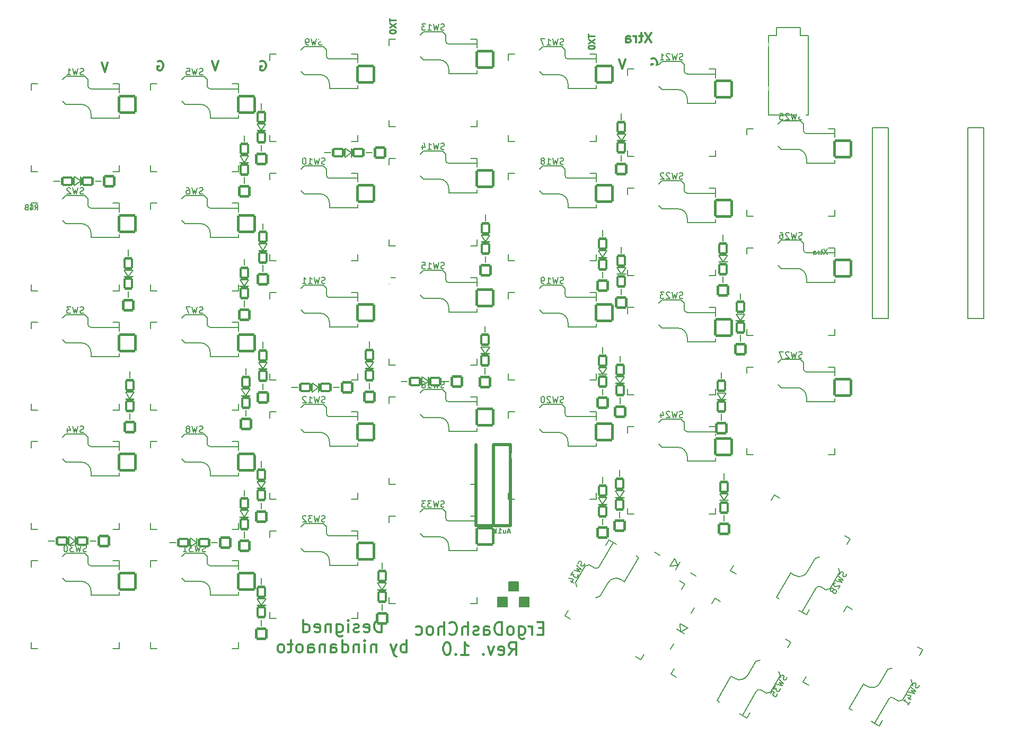
<source format=gbr>
%TF.GenerationSoftware,KiCad,Pcbnew,8.0.3*%
%TF.CreationDate,2024-07-24T18:45:32+09:00*%
%TF.ProjectId,ergodash,6572676f-6461-4736-982e-6b696361645f,2.0*%
%TF.SameCoordinates,Original*%
%TF.FileFunction,Legend,Bot*%
%TF.FilePolarity,Positive*%
%FSLAX46Y46*%
G04 Gerber Fmt 4.6, Leading zero omitted, Abs format (unit mm)*
G04 Created by KiCad (PCBNEW 8.0.3) date 2024-07-24 18:45:32*
%MOMM*%
%LPD*%
G01*
G04 APERTURE LIST*
G04 Aperture macros list*
%AMRoundRect*
0 Rectangle with rounded corners*
0 $1 Rounding radius*
0 $2 $3 $4 $5 $6 $7 $8 $9 X,Y pos of 4 corners*
0 Add a 4 corners polygon primitive as box body*
4,1,4,$2,$3,$4,$5,$6,$7,$8,$9,$2,$3,0*
0 Add four circle primitives for the rounded corners*
1,1,$1+$1,$2,$3*
1,1,$1+$1,$4,$5*
1,1,$1+$1,$6,$7*
1,1,$1+$1,$8,$9*
0 Add four rect primitives between the rounded corners*
20,1,$1+$1,$2,$3,$4,$5,0*
20,1,$1+$1,$4,$5,$6,$7,0*
20,1,$1+$1,$6,$7,$8,$9,0*
20,1,$1+$1,$8,$9,$2,$3,0*%
%AMHorizOval*
0 Thick line with rounded ends*
0 $1 width*
0 $2 $3 position (X,Y) of the first rounded end (center of the circle)*
0 $4 $5 position (X,Y) of the second rounded end (center of the circle)*
0 Add line between two ends*
20,1,$1,$2,$3,$4,$5,0*
0 Add two circle primitives to create the rounded ends*
1,1,$1,$2,$3*
1,1,$1,$4,$5*%
%AMFreePoly0*
4,1,22,1.386777,1.480194,1.456366,1.424698,1.494986,1.344504,1.500000,1.300000,1.500000,-1.300000,1.480194,-1.386777,1.424698,-1.456366,1.344504,-1.494986,1.300000,-1.500000,0.000000,-1.500000,-0.086777,-1.480194,-0.141421,-1.441421,-1.441421,-0.141421,-1.488777,-0.066056,-1.500000,0.000000,-1.500000,1.300000,-1.480194,1.386777,-1.424698,1.456366,-1.344504,1.494986,-1.300000,1.500000,
1.300000,1.500000,1.386777,1.480194,1.386777,1.480194,$1*%
%AMFreePoly1*
4,1,22,0.086777,1.480194,0.141421,1.441421,1.441421,0.141421,1.488777,0.066056,1.500000,0.000000,1.500000,-1.300000,1.480194,-1.386777,1.424698,-1.456366,1.344504,-1.494986,1.300000,-1.500000,-1.300000,-1.500000,-1.386777,-1.480194,-1.456366,-1.424698,-1.494986,-1.344504,-1.500000,-1.300000,-1.500000,1.300000,-1.480194,1.386777,-1.424698,1.456366,-1.344504,1.494986,-1.300000,1.500000,
0.000000,1.500000,0.086777,1.480194,0.086777,1.480194,$1*%
G04 Aperture macros list end*
%ADD10C,0.150000*%
%ADD11C,0.500000*%
%ADD12C,0.300000*%
%ADD13C,0.200000*%
%ADD14C,0.250000*%
%ADD15C,1.524000*%
%ADD16C,5.400000*%
%ADD17C,1.924000*%
%ADD18RoundRect,0.200000X0.292820X-1.092820X1.092820X0.292820X-0.292820X1.092820X-1.092820X-0.292820X0*%
%ADD19RoundRect,0.200000X0.119615X-0.992820X0.919615X0.392820X-0.119615X0.992820X-0.919615X-0.392820X0*%
%ADD20HorizOval,2.000000X0.000000X0.000000X0.000000X0.000000X0*%
%ADD21RoundRect,0.200000X-1.300000X-1.300000X1.300000X-1.300000X1.300000X1.300000X-1.300000X1.300000X0*%
%ADD22C,2.432000*%
%ADD23FreePoly0,0.000000*%
%ADD24C,2.101800*%
%ADD25C,3.400000*%
%ADD26C,3.829000*%
%ADD27RoundRect,0.200000X-0.475833X1.775833X-1.775833X-0.475833X0.475833X-1.775833X1.775833X0.475833X0*%
%ADD28FreePoly0,240.000000*%
%ADD29RoundRect,0.200000X0.475833X-1.775833X1.775833X0.475833X-0.475833X1.775833X-1.775833X-0.475833X0*%
%ADD30FreePoly0,60.000000*%
%ADD31RoundRect,0.200000X0.800000X0.800000X-0.800000X0.800000X-0.800000X-0.800000X0.800000X-0.800000X0*%
%ADD32RoundRect,0.200000X0.800000X0.600000X-0.800000X0.600000X-0.800000X-0.600000X0.800000X-0.600000X0*%
%ADD33O,2.000000X2.000000*%
%ADD34RoundRect,0.200000X0.800000X-0.800000X0.800000X0.800000X-0.800000X0.800000X-0.800000X-0.800000X0*%
%ADD35RoundRect,0.200000X0.600000X-0.800000X0.600000X0.800000X-0.600000X0.800000X-0.600000X-0.800000X0*%
%ADD36RoundRect,0.200000X1.092820X0.292820X-0.292820X1.092820X-1.092820X-0.292820X0.292820X-1.092820X0*%
%ADD37RoundRect,0.200000X0.992820X0.119615X-0.392820X0.919615X-0.992820X-0.119615X0.392820X-0.919615X0*%
%ADD38HorizOval,2.000000X0.000000X0.000000X0.000000X0.000000X0*%
%ADD39RoundRect,0.200000X1.300000X1.300000X-1.300000X1.300000X-1.300000X-1.300000X1.300000X-1.300000X0*%
%ADD40FreePoly1,180.000000*%
%ADD41C,1.610000*%
%ADD42O,1.700000X2.600000*%
G04 APERTURE END LIST*
D10*
X81250000Y10250000D02*
X82750000Y10250000D01*
X82750000Y8750000D01*
X81250000Y8750000D01*
X81250000Y10250000D01*
G36*
X81250000Y10250000D02*
G01*
X82750000Y10250000D01*
X82750000Y8750000D01*
X81250000Y8750000D01*
X81250000Y10250000D01*
G37*
X77750000Y10250000D02*
X79250000Y10250000D01*
X79250000Y8750000D01*
X77750000Y8750000D01*
X77750000Y10250000D01*
G36*
X77750000Y10250000D02*
G01*
X79250000Y10250000D01*
X79250000Y8750000D01*
X77750000Y8750000D01*
X77750000Y10250000D01*
G37*
X79500000Y12750000D02*
X81000000Y12750000D01*
X81000000Y11250000D01*
X79500000Y11250000D01*
X79500000Y12750000D01*
G36*
X79500000Y12750000D02*
G01*
X81000000Y12750000D01*
X81000000Y11250000D01*
X79500000Y11250000D01*
X79500000Y12750000D01*
G37*
D11*
X77191961Y34670853D02*
X79731961Y34670853D01*
X77191961Y21716853D02*
X79731961Y21716853D01*
X79731961Y21716853D02*
X79731961Y34670853D01*
X77069000Y34671000D02*
X77069000Y21717000D01*
X74275000Y21717000D02*
X77196000Y21717000D01*
X74275000Y34671000D02*
X74275000Y21717000D01*
D12*
X59177095Y4637306D02*
X59177095Y6637306D01*
X59177095Y6637306D02*
X58700905Y6637306D01*
X58700905Y6637306D02*
X58415190Y6542068D01*
X58415190Y6542068D02*
X58224714Y6351592D01*
X58224714Y6351592D02*
X58129476Y6161116D01*
X58129476Y6161116D02*
X58034238Y5780164D01*
X58034238Y5780164D02*
X58034238Y5494449D01*
X58034238Y5494449D02*
X58129476Y5113497D01*
X58129476Y5113497D02*
X58224714Y4923021D01*
X58224714Y4923021D02*
X58415190Y4732544D01*
X58415190Y4732544D02*
X58700905Y4637306D01*
X58700905Y4637306D02*
X59177095Y4637306D01*
X56415190Y4732544D02*
X56605666Y4637306D01*
X56605666Y4637306D02*
X56986619Y4637306D01*
X56986619Y4637306D02*
X57177095Y4732544D01*
X57177095Y4732544D02*
X57272333Y4923021D01*
X57272333Y4923021D02*
X57272333Y5684925D01*
X57272333Y5684925D02*
X57177095Y5875402D01*
X57177095Y5875402D02*
X56986619Y5970640D01*
X56986619Y5970640D02*
X56605666Y5970640D01*
X56605666Y5970640D02*
X56415190Y5875402D01*
X56415190Y5875402D02*
X56319952Y5684925D01*
X56319952Y5684925D02*
X56319952Y5494449D01*
X56319952Y5494449D02*
X57272333Y5303973D01*
X55558047Y4732544D02*
X55367571Y4637306D01*
X55367571Y4637306D02*
X54986619Y4637306D01*
X54986619Y4637306D02*
X54796142Y4732544D01*
X54796142Y4732544D02*
X54700904Y4923021D01*
X54700904Y4923021D02*
X54700904Y5018259D01*
X54700904Y5018259D02*
X54796142Y5208735D01*
X54796142Y5208735D02*
X54986619Y5303973D01*
X54986619Y5303973D02*
X55272333Y5303973D01*
X55272333Y5303973D02*
X55462809Y5399211D01*
X55462809Y5399211D02*
X55558047Y5589687D01*
X55558047Y5589687D02*
X55558047Y5684925D01*
X55558047Y5684925D02*
X55462809Y5875402D01*
X55462809Y5875402D02*
X55272333Y5970640D01*
X55272333Y5970640D02*
X54986619Y5970640D01*
X54986619Y5970640D02*
X54796142Y5875402D01*
X53843761Y4637306D02*
X53843761Y5970640D01*
X53843761Y6637306D02*
X53938999Y6542068D01*
X53938999Y6542068D02*
X53843761Y6446830D01*
X53843761Y6446830D02*
X53748523Y6542068D01*
X53748523Y6542068D02*
X53843761Y6637306D01*
X53843761Y6637306D02*
X53843761Y6446830D01*
X52034237Y5970640D02*
X52034237Y4351592D01*
X52034237Y4351592D02*
X52129475Y4161116D01*
X52129475Y4161116D02*
X52224713Y4065878D01*
X52224713Y4065878D02*
X52415190Y3970640D01*
X52415190Y3970640D02*
X52700904Y3970640D01*
X52700904Y3970640D02*
X52891380Y4065878D01*
X52034237Y4732544D02*
X52224713Y4637306D01*
X52224713Y4637306D02*
X52605666Y4637306D01*
X52605666Y4637306D02*
X52796142Y4732544D01*
X52796142Y4732544D02*
X52891380Y4827783D01*
X52891380Y4827783D02*
X52986618Y5018259D01*
X52986618Y5018259D02*
X52986618Y5589687D01*
X52986618Y5589687D02*
X52891380Y5780164D01*
X52891380Y5780164D02*
X52796142Y5875402D01*
X52796142Y5875402D02*
X52605666Y5970640D01*
X52605666Y5970640D02*
X52224713Y5970640D01*
X52224713Y5970640D02*
X52034237Y5875402D01*
X51081856Y5970640D02*
X51081856Y4637306D01*
X51081856Y5780164D02*
X50986618Y5875402D01*
X50986618Y5875402D02*
X50796142Y5970640D01*
X50796142Y5970640D02*
X50510427Y5970640D01*
X50510427Y5970640D02*
X50319951Y5875402D01*
X50319951Y5875402D02*
X50224713Y5684925D01*
X50224713Y5684925D02*
X50224713Y4637306D01*
X48510427Y4732544D02*
X48700903Y4637306D01*
X48700903Y4637306D02*
X49081856Y4637306D01*
X49081856Y4637306D02*
X49272332Y4732544D01*
X49272332Y4732544D02*
X49367570Y4923021D01*
X49367570Y4923021D02*
X49367570Y5684925D01*
X49367570Y5684925D02*
X49272332Y5875402D01*
X49272332Y5875402D02*
X49081856Y5970640D01*
X49081856Y5970640D02*
X48700903Y5970640D01*
X48700903Y5970640D02*
X48510427Y5875402D01*
X48510427Y5875402D02*
X48415189Y5684925D01*
X48415189Y5684925D02*
X48415189Y5494449D01*
X48415189Y5494449D02*
X49367570Y5303973D01*
X46700903Y4637306D02*
X46700903Y6637306D01*
X46700903Y4732544D02*
X46891379Y4637306D01*
X46891379Y4637306D02*
X47272332Y4637306D01*
X47272332Y4637306D02*
X47462808Y4732544D01*
X47462808Y4732544D02*
X47558046Y4827783D01*
X47558046Y4827783D02*
X47653284Y5018259D01*
X47653284Y5018259D02*
X47653284Y5589687D01*
X47653284Y5589687D02*
X47558046Y5780164D01*
X47558046Y5780164D02*
X47462808Y5875402D01*
X47462808Y5875402D02*
X47272332Y5970640D01*
X47272332Y5970640D02*
X46891379Y5970640D01*
X46891379Y5970640D02*
X46700903Y5875402D01*
X63177096Y1417418D02*
X63177096Y3417418D01*
X63177096Y2655514D02*
X62986620Y2750752D01*
X62986620Y2750752D02*
X62605667Y2750752D01*
X62605667Y2750752D02*
X62415191Y2655514D01*
X62415191Y2655514D02*
X62319953Y2560276D01*
X62319953Y2560276D02*
X62224715Y2369799D01*
X62224715Y2369799D02*
X62224715Y1798371D01*
X62224715Y1798371D02*
X62319953Y1607895D01*
X62319953Y1607895D02*
X62415191Y1512656D01*
X62415191Y1512656D02*
X62605667Y1417418D01*
X62605667Y1417418D02*
X62986620Y1417418D01*
X62986620Y1417418D02*
X63177096Y1512656D01*
X61558048Y2750752D02*
X61081858Y1417418D01*
X60605667Y2750752D02*
X61081858Y1417418D01*
X61081858Y1417418D02*
X61272334Y941228D01*
X61272334Y941228D02*
X61367572Y845990D01*
X61367572Y845990D02*
X61558048Y750752D01*
X58319952Y2750752D02*
X58319952Y1417418D01*
X58319952Y2560276D02*
X58224714Y2655514D01*
X58224714Y2655514D02*
X58034238Y2750752D01*
X58034238Y2750752D02*
X57748523Y2750752D01*
X57748523Y2750752D02*
X57558047Y2655514D01*
X57558047Y2655514D02*
X57462809Y2465037D01*
X57462809Y2465037D02*
X57462809Y1417418D01*
X56510428Y1417418D02*
X56510428Y2750752D01*
X56510428Y3417418D02*
X56605666Y3322180D01*
X56605666Y3322180D02*
X56510428Y3226942D01*
X56510428Y3226942D02*
X56415190Y3322180D01*
X56415190Y3322180D02*
X56510428Y3417418D01*
X56510428Y3417418D02*
X56510428Y3226942D01*
X55558047Y2750752D02*
X55558047Y1417418D01*
X55558047Y2560276D02*
X55462809Y2655514D01*
X55462809Y2655514D02*
X55272333Y2750752D01*
X55272333Y2750752D02*
X54986618Y2750752D01*
X54986618Y2750752D02*
X54796142Y2655514D01*
X54796142Y2655514D02*
X54700904Y2465037D01*
X54700904Y2465037D02*
X54700904Y1417418D01*
X52891380Y1417418D02*
X52891380Y3417418D01*
X52891380Y1512656D02*
X53081856Y1417418D01*
X53081856Y1417418D02*
X53462809Y1417418D01*
X53462809Y1417418D02*
X53653285Y1512656D01*
X53653285Y1512656D02*
X53748523Y1607895D01*
X53748523Y1607895D02*
X53843761Y1798371D01*
X53843761Y1798371D02*
X53843761Y2369799D01*
X53843761Y2369799D02*
X53748523Y2560276D01*
X53748523Y2560276D02*
X53653285Y2655514D01*
X53653285Y2655514D02*
X53462809Y2750752D01*
X53462809Y2750752D02*
X53081856Y2750752D01*
X53081856Y2750752D02*
X52891380Y2655514D01*
X51081856Y1417418D02*
X51081856Y2465037D01*
X51081856Y2465037D02*
X51177094Y2655514D01*
X51177094Y2655514D02*
X51367570Y2750752D01*
X51367570Y2750752D02*
X51748523Y2750752D01*
X51748523Y2750752D02*
X51938999Y2655514D01*
X51081856Y1512656D02*
X51272332Y1417418D01*
X51272332Y1417418D02*
X51748523Y1417418D01*
X51748523Y1417418D02*
X51938999Y1512656D01*
X51938999Y1512656D02*
X52034237Y1703133D01*
X52034237Y1703133D02*
X52034237Y1893609D01*
X52034237Y1893609D02*
X51938999Y2084085D01*
X51938999Y2084085D02*
X51748523Y2179323D01*
X51748523Y2179323D02*
X51272332Y2179323D01*
X51272332Y2179323D02*
X51081856Y2274561D01*
X50129475Y2750752D02*
X50129475Y1417418D01*
X50129475Y2560276D02*
X50034237Y2655514D01*
X50034237Y2655514D02*
X49843761Y2750752D01*
X49843761Y2750752D02*
X49558046Y2750752D01*
X49558046Y2750752D02*
X49367570Y2655514D01*
X49367570Y2655514D02*
X49272332Y2465037D01*
X49272332Y2465037D02*
X49272332Y1417418D01*
X47462808Y1417418D02*
X47462808Y2465037D01*
X47462808Y2465037D02*
X47558046Y2655514D01*
X47558046Y2655514D02*
X47748522Y2750752D01*
X47748522Y2750752D02*
X48129475Y2750752D01*
X48129475Y2750752D02*
X48319951Y2655514D01*
X47462808Y1512656D02*
X47653284Y1417418D01*
X47653284Y1417418D02*
X48129475Y1417418D01*
X48129475Y1417418D02*
X48319951Y1512656D01*
X48319951Y1512656D02*
X48415189Y1703133D01*
X48415189Y1703133D02*
X48415189Y1893609D01*
X48415189Y1893609D02*
X48319951Y2084085D01*
X48319951Y2084085D02*
X48129475Y2179323D01*
X48129475Y2179323D02*
X47653284Y2179323D01*
X47653284Y2179323D02*
X47462808Y2274561D01*
X46224713Y1417418D02*
X46415189Y1512656D01*
X46415189Y1512656D02*
X46510427Y1607895D01*
X46510427Y1607895D02*
X46605665Y1798371D01*
X46605665Y1798371D02*
X46605665Y2369799D01*
X46605665Y2369799D02*
X46510427Y2560276D01*
X46510427Y2560276D02*
X46415189Y2655514D01*
X46415189Y2655514D02*
X46224713Y2750752D01*
X46224713Y2750752D02*
X45938998Y2750752D01*
X45938998Y2750752D02*
X45748522Y2655514D01*
X45748522Y2655514D02*
X45653284Y2560276D01*
X45653284Y2560276D02*
X45558046Y2369799D01*
X45558046Y2369799D02*
X45558046Y1798371D01*
X45558046Y1798371D02*
X45653284Y1607895D01*
X45653284Y1607895D02*
X45748522Y1512656D01*
X45748522Y1512656D02*
X45938998Y1417418D01*
X45938998Y1417418D02*
X46224713Y1417418D01*
X44986617Y2750752D02*
X44224713Y2750752D01*
X44700903Y3417418D02*
X44700903Y1703133D01*
X44700903Y1703133D02*
X44605665Y1512656D01*
X44605665Y1512656D02*
X44415189Y1417418D01*
X44415189Y1417418D02*
X44224713Y1417418D01*
X43272332Y1417418D02*
X43462808Y1512656D01*
X43462808Y1512656D02*
X43558046Y1607895D01*
X43558046Y1607895D02*
X43653284Y1798371D01*
X43653284Y1798371D02*
X43653284Y2369799D01*
X43653284Y2369799D02*
X43558046Y2560276D01*
X43558046Y2560276D02*
X43462808Y2655514D01*
X43462808Y2655514D02*
X43272332Y2750752D01*
X43272332Y2750752D02*
X42986617Y2750752D01*
X42986617Y2750752D02*
X42796141Y2655514D01*
X42796141Y2655514D02*
X42700903Y2560276D01*
X42700903Y2560276D02*
X42605665Y2369799D01*
X42605665Y2369799D02*
X42605665Y1798371D01*
X42605665Y1798371D02*
X42700903Y1607895D01*
X42700903Y1607895D02*
X42796141Y1512656D01*
X42796141Y1512656D02*
X42986617Y1417418D01*
X42986617Y1417418D02*
X43272332Y1417418D01*
X39846142Y95873243D02*
X39989000Y95944672D01*
X39989000Y95944672D02*
X40203285Y95944672D01*
X40203285Y95944672D02*
X40417571Y95873243D01*
X40417571Y95873243D02*
X40560428Y95730386D01*
X40560428Y95730386D02*
X40631857Y95587529D01*
X40631857Y95587529D02*
X40703285Y95301815D01*
X40703285Y95301815D02*
X40703285Y95087529D01*
X40703285Y95087529D02*
X40631857Y94801815D01*
X40631857Y94801815D02*
X40560428Y94658958D01*
X40560428Y94658958D02*
X40417571Y94516100D01*
X40417571Y94516100D02*
X40203285Y94444672D01*
X40203285Y94444672D02*
X40060428Y94444672D01*
X40060428Y94444672D02*
X39846142Y94516100D01*
X39846142Y94516100D02*
X39774714Y94587529D01*
X39774714Y94587529D02*
X39774714Y95087529D01*
X39774714Y95087529D02*
X40060428Y95087529D01*
D13*
X76516428Y20887353D02*
X76402142Y20849258D01*
X76402142Y20849258D02*
X76364047Y20811162D01*
X76364047Y20811162D02*
X76325951Y20734972D01*
X76325951Y20734972D02*
X76325951Y20620686D01*
X76325951Y20620686D02*
X76364047Y20544496D01*
X76364047Y20544496D02*
X76402142Y20506400D01*
X76402142Y20506400D02*
X76478332Y20468305D01*
X76478332Y20468305D02*
X76783094Y20468305D01*
X76783094Y20468305D02*
X76783094Y21268305D01*
X76783094Y21268305D02*
X76516428Y21268305D01*
X76516428Y21268305D02*
X76440237Y21230210D01*
X76440237Y21230210D02*
X76402142Y21192115D01*
X76402142Y21192115D02*
X76364047Y21115924D01*
X76364047Y21115924D02*
X76364047Y21039734D01*
X76364047Y21039734D02*
X76402142Y20963543D01*
X76402142Y20963543D02*
X76440237Y20925448D01*
X76440237Y20925448D02*
X76516428Y20887353D01*
X76516428Y20887353D02*
X76783094Y20887353D01*
X75602142Y20468305D02*
X75983094Y20468305D01*
X75983094Y20468305D02*
X75983094Y21268305D01*
X74916428Y20468305D02*
X75373571Y20468305D01*
X75144999Y20468305D02*
X75144999Y21268305D01*
X75144999Y21268305D02*
X75221190Y21154020D01*
X75221190Y21154020D02*
X75297380Y21077829D01*
X75297380Y21077829D02*
X75373571Y21039734D01*
X74573570Y20468305D02*
X74573570Y21268305D01*
X74497380Y20773067D02*
X74268808Y20468305D01*
X74268808Y21001639D02*
X74573570Y20696877D01*
D14*
X60449619Y102738095D02*
X60449619Y102166667D01*
X61449619Y102452381D02*
X60449619Y102452381D01*
X60449619Y101928571D02*
X61449619Y101261905D01*
X60449619Y101261905D02*
X61449619Y101928571D01*
X60449619Y100690476D02*
X60449619Y100595238D01*
X60449619Y100595238D02*
X60497238Y100500000D01*
X60497238Y100500000D02*
X60544857Y100452381D01*
X60544857Y100452381D02*
X60640095Y100404762D01*
X60640095Y100404762D02*
X60830571Y100357143D01*
X60830571Y100357143D02*
X61068666Y100357143D01*
X61068666Y100357143D02*
X61259142Y100404762D01*
X61259142Y100404762D02*
X61354380Y100452381D01*
X61354380Y100452381D02*
X61402000Y100500000D01*
X61402000Y100500000D02*
X61449619Y100595238D01*
X61449619Y100595238D02*
X61449619Y100690476D01*
X61449619Y100690476D02*
X61402000Y100785714D01*
X61402000Y100785714D02*
X61354380Y100833333D01*
X61354380Y100833333D02*
X61259142Y100880952D01*
X61259142Y100880952D02*
X61068666Y100928571D01*
X61068666Y100928571D02*
X60830571Y100928571D01*
X60830571Y100928571D02*
X60640095Y100880952D01*
X60640095Y100880952D02*
X60544857Y100833333D01*
X60544857Y100833333D02*
X60497238Y100785714D01*
X60497238Y100785714D02*
X60449619Y100690476D01*
D13*
X3834380Y72157305D02*
X4101047Y72538258D01*
X4291523Y72157305D02*
X4291523Y72957305D01*
X4291523Y72957305D02*
X3986761Y72957305D01*
X3986761Y72957305D02*
X3910571Y72919210D01*
X3910571Y72919210D02*
X3872476Y72881115D01*
X3872476Y72881115D02*
X3834380Y72804924D01*
X3834380Y72804924D02*
X3834380Y72690639D01*
X3834380Y72690639D02*
X3872476Y72614448D01*
X3872476Y72614448D02*
X3910571Y72576353D01*
X3910571Y72576353D02*
X3986761Y72538258D01*
X3986761Y72538258D02*
X4291523Y72538258D01*
X3072476Y72919210D02*
X3148666Y72957305D01*
X3148666Y72957305D02*
X3262952Y72957305D01*
X3262952Y72957305D02*
X3377238Y72919210D01*
X3377238Y72919210D02*
X3453428Y72843020D01*
X3453428Y72843020D02*
X3491523Y72766829D01*
X3491523Y72766829D02*
X3529619Y72614448D01*
X3529619Y72614448D02*
X3529619Y72500162D01*
X3529619Y72500162D02*
X3491523Y72347781D01*
X3491523Y72347781D02*
X3453428Y72271591D01*
X3453428Y72271591D02*
X3377238Y72195400D01*
X3377238Y72195400D02*
X3262952Y72157305D01*
X3262952Y72157305D02*
X3186761Y72157305D01*
X3186761Y72157305D02*
X3072476Y72195400D01*
X3072476Y72195400D02*
X3034380Y72233496D01*
X3034380Y72233496D02*
X3034380Y72500162D01*
X3034380Y72500162D02*
X3186761Y72500162D01*
X2424857Y72576353D02*
X2310571Y72538258D01*
X2310571Y72538258D02*
X2272476Y72500162D01*
X2272476Y72500162D02*
X2234380Y72423972D01*
X2234380Y72423972D02*
X2234380Y72309686D01*
X2234380Y72309686D02*
X2272476Y72233496D01*
X2272476Y72233496D02*
X2310571Y72195400D01*
X2310571Y72195400D02*
X2386761Y72157305D01*
X2386761Y72157305D02*
X2691523Y72157305D01*
X2691523Y72157305D02*
X2691523Y72957305D01*
X2691523Y72957305D02*
X2424857Y72957305D01*
X2424857Y72957305D02*
X2348666Y72919210D01*
X2348666Y72919210D02*
X2310571Y72881115D01*
X2310571Y72881115D02*
X2272476Y72804924D01*
X2272476Y72804924D02*
X2272476Y72728734D01*
X2272476Y72728734D02*
X2310571Y72652543D01*
X2310571Y72652543D02*
X2348666Y72614448D01*
X2348666Y72614448D02*
X2424857Y72576353D01*
X2424857Y72576353D02*
X2691523Y72576353D01*
D12*
X97143000Y96198672D02*
X97643000Y94698672D01*
X97643000Y94698672D02*
X98143000Y96198672D01*
X14466000Y95690672D02*
X14966000Y94190672D01*
X14966000Y94190672D02*
X15466000Y95690672D01*
D14*
X92199619Y100238095D02*
X92199619Y99666667D01*
X93199619Y99952381D02*
X92199619Y99952381D01*
X92199619Y99428571D02*
X93199619Y98761905D01*
X92199619Y98761905D02*
X93199619Y99428571D01*
X92199619Y98190476D02*
X92199619Y98095238D01*
X92199619Y98095238D02*
X92247238Y98000000D01*
X92247238Y98000000D02*
X92294857Y97952381D01*
X92294857Y97952381D02*
X92390095Y97904762D01*
X92390095Y97904762D02*
X92580571Y97857143D01*
X92580571Y97857143D02*
X92818666Y97857143D01*
X92818666Y97857143D02*
X93009142Y97904762D01*
X93009142Y97904762D02*
X93104380Y97952381D01*
X93104380Y97952381D02*
X93152000Y98000000D01*
X93152000Y98000000D02*
X93199619Y98095238D01*
X93199619Y98095238D02*
X93199619Y98190476D01*
X93199619Y98190476D02*
X93152000Y98285714D01*
X93152000Y98285714D02*
X93104380Y98333333D01*
X93104380Y98333333D02*
X93009142Y98380952D01*
X93009142Y98380952D02*
X92818666Y98428571D01*
X92818666Y98428571D02*
X92580571Y98428571D01*
X92580571Y98428571D02*
X92390095Y98380952D01*
X92390095Y98380952D02*
X92294857Y98333333D01*
X92294857Y98333333D02*
X92247238Y98285714D01*
X92247238Y98285714D02*
X92199619Y98190476D01*
D12*
X102330142Y96254243D02*
X102473000Y96325672D01*
X102473000Y96325672D02*
X102687285Y96325672D01*
X102687285Y96325672D02*
X102901571Y96254243D01*
X102901571Y96254243D02*
X103044428Y96111386D01*
X103044428Y96111386D02*
X103115857Y95968529D01*
X103115857Y95968529D02*
X103187285Y95682815D01*
X103187285Y95682815D02*
X103187285Y95468529D01*
X103187285Y95468529D02*
X103115857Y95182815D01*
X103115857Y95182815D02*
X103044428Y95039958D01*
X103044428Y95039958D02*
X102901571Y94897100D01*
X102901571Y94897100D02*
X102687285Y94825672D01*
X102687285Y94825672D02*
X102544428Y94825672D01*
X102544428Y94825672D02*
X102330142Y94897100D01*
X102330142Y94897100D02*
X102258714Y94968529D01*
X102258714Y94968529D02*
X102258714Y95468529D01*
X102258714Y95468529D02*
X102544428Y95468529D01*
X102254428Y100389672D02*
X101254428Y98889672D01*
X101254428Y100389672D02*
X102254428Y98889672D01*
X100897285Y99889672D02*
X100325857Y99889672D01*
X100683000Y100389672D02*
X100683000Y99103958D01*
X100683000Y99103958D02*
X100611571Y98961100D01*
X100611571Y98961100D02*
X100468714Y98889672D01*
X100468714Y98889672D02*
X100325857Y98889672D01*
X99825857Y98889672D02*
X99825857Y99889672D01*
X99825857Y99603958D02*
X99754428Y99746815D01*
X99754428Y99746815D02*
X99683000Y99818243D01*
X99683000Y99818243D02*
X99540142Y99889672D01*
X99540142Y99889672D02*
X99397285Y99889672D01*
X98254429Y98889672D02*
X98254429Y99675386D01*
X98254429Y99675386D02*
X98325857Y99818243D01*
X98325857Y99818243D02*
X98468714Y99889672D01*
X98468714Y99889672D02*
X98754429Y99889672D01*
X98754429Y99889672D02*
X98897286Y99818243D01*
X98254429Y98961100D02*
X98397286Y98889672D01*
X98397286Y98889672D02*
X98754429Y98889672D01*
X98754429Y98889672D02*
X98897286Y98961100D01*
X98897286Y98961100D02*
X98968714Y99103958D01*
X98968714Y99103958D02*
X98968714Y99246815D01*
X98968714Y99246815D02*
X98897286Y99389672D01*
X98897286Y99389672D02*
X98754429Y99461100D01*
X98754429Y99461100D02*
X98397286Y99461100D01*
X98397286Y99461100D02*
X98254429Y99532529D01*
X23463142Y95873243D02*
X23606000Y95944672D01*
X23606000Y95944672D02*
X23820285Y95944672D01*
X23820285Y95944672D02*
X24034571Y95873243D01*
X24034571Y95873243D02*
X24177428Y95730386D01*
X24177428Y95730386D02*
X24248857Y95587529D01*
X24248857Y95587529D02*
X24320285Y95301815D01*
X24320285Y95301815D02*
X24320285Y95087529D01*
X24320285Y95087529D02*
X24248857Y94801815D01*
X24248857Y94801815D02*
X24177428Y94658958D01*
X24177428Y94658958D02*
X24034571Y94516100D01*
X24034571Y94516100D02*
X23820285Y94444672D01*
X23820285Y94444672D02*
X23677428Y94444672D01*
X23677428Y94444672D02*
X23463142Y94516100D01*
X23463142Y94516100D02*
X23391714Y94587529D01*
X23391714Y94587529D02*
X23391714Y95087529D01*
X23391714Y95087529D02*
X23677428Y95087529D01*
D13*
X130370762Y65845305D02*
X129837428Y65045305D01*
X129837428Y65845305D02*
X130370762Y65045305D01*
X129646952Y65578639D02*
X129342190Y65578639D01*
X129532666Y65845305D02*
X129532666Y65159591D01*
X129532666Y65159591D02*
X129494571Y65083400D01*
X129494571Y65083400D02*
X129418381Y65045305D01*
X129418381Y65045305D02*
X129342190Y65045305D01*
X129075523Y65045305D02*
X129075523Y65578639D01*
X129075523Y65426258D02*
X129037428Y65502448D01*
X129037428Y65502448D02*
X128999333Y65540543D01*
X128999333Y65540543D02*
X128923142Y65578639D01*
X128923142Y65578639D02*
X128846952Y65578639D01*
X128237428Y65045305D02*
X128237428Y65464353D01*
X128237428Y65464353D02*
X128275523Y65540543D01*
X128275523Y65540543D02*
X128351714Y65578639D01*
X128351714Y65578639D02*
X128504095Y65578639D01*
X128504095Y65578639D02*
X128580285Y65540543D01*
X128237428Y65083400D02*
X128313619Y65045305D01*
X128313619Y65045305D02*
X128504095Y65045305D01*
X128504095Y65045305D02*
X128580285Y65083400D01*
X128580285Y65083400D02*
X128618381Y65159591D01*
X128618381Y65159591D02*
X128618381Y65235781D01*
X128618381Y65235781D02*
X128580285Y65311972D01*
X128580285Y65311972D02*
X128504095Y65350067D01*
X128504095Y65350067D02*
X128313619Y65350067D01*
X128313619Y65350067D02*
X128237428Y65388162D01*
X79723143Y20696877D02*
X79342190Y20696877D01*
X79799333Y20468305D02*
X79532666Y21268305D01*
X79532666Y21268305D02*
X79266000Y20468305D01*
X78656476Y21001639D02*
X78656476Y20468305D01*
X78999333Y21001639D02*
X78999333Y20582591D01*
X78999333Y20582591D02*
X78961238Y20506400D01*
X78961238Y20506400D02*
X78885048Y20468305D01*
X78885048Y20468305D02*
X78770762Y20468305D01*
X78770762Y20468305D02*
X78694571Y20506400D01*
X78694571Y20506400D02*
X78656476Y20544496D01*
X77856476Y20468305D02*
X78313619Y20468305D01*
X78085047Y20468305D02*
X78085047Y21268305D01*
X78085047Y21268305D02*
X78161238Y21154020D01*
X78161238Y21154020D02*
X78237428Y21077829D01*
X78237428Y21077829D02*
X78313619Y21039734D01*
X77513618Y20468305D02*
X77513618Y21268305D01*
X77437428Y20773067D02*
X77208856Y20468305D01*
X77208856Y21001639D02*
X77513618Y20696877D01*
D12*
X32119000Y95944672D02*
X32619000Y94444672D01*
X32619000Y94444672D02*
X33119000Y95944672D01*
X85052857Y5303925D02*
X84386190Y5303925D01*
X84100476Y4256306D02*
X85052857Y4256306D01*
X85052857Y4256306D02*
X85052857Y6256306D01*
X85052857Y6256306D02*
X84100476Y6256306D01*
X83243333Y4256306D02*
X83243333Y5589640D01*
X83243333Y5208687D02*
X83148095Y5399164D01*
X83148095Y5399164D02*
X83052857Y5494402D01*
X83052857Y5494402D02*
X82862381Y5589640D01*
X82862381Y5589640D02*
X82671904Y5589640D01*
X81148095Y5589640D02*
X81148095Y3970592D01*
X81148095Y3970592D02*
X81243333Y3780116D01*
X81243333Y3780116D02*
X81338571Y3684878D01*
X81338571Y3684878D02*
X81529048Y3589640D01*
X81529048Y3589640D02*
X81814762Y3589640D01*
X81814762Y3589640D02*
X82005238Y3684878D01*
X81148095Y4351544D02*
X81338571Y4256306D01*
X81338571Y4256306D02*
X81719524Y4256306D01*
X81719524Y4256306D02*
X81910000Y4351544D01*
X81910000Y4351544D02*
X82005238Y4446783D01*
X82005238Y4446783D02*
X82100476Y4637259D01*
X82100476Y4637259D02*
X82100476Y5208687D01*
X82100476Y5208687D02*
X82005238Y5399164D01*
X82005238Y5399164D02*
X81910000Y5494402D01*
X81910000Y5494402D02*
X81719524Y5589640D01*
X81719524Y5589640D02*
X81338571Y5589640D01*
X81338571Y5589640D02*
X81148095Y5494402D01*
X79910000Y4256306D02*
X80100476Y4351544D01*
X80100476Y4351544D02*
X80195714Y4446783D01*
X80195714Y4446783D02*
X80290952Y4637259D01*
X80290952Y4637259D02*
X80290952Y5208687D01*
X80290952Y5208687D02*
X80195714Y5399164D01*
X80195714Y5399164D02*
X80100476Y5494402D01*
X80100476Y5494402D02*
X79910000Y5589640D01*
X79910000Y5589640D02*
X79624285Y5589640D01*
X79624285Y5589640D02*
X79433809Y5494402D01*
X79433809Y5494402D02*
X79338571Y5399164D01*
X79338571Y5399164D02*
X79243333Y5208687D01*
X79243333Y5208687D02*
X79243333Y4637259D01*
X79243333Y4637259D02*
X79338571Y4446783D01*
X79338571Y4446783D02*
X79433809Y4351544D01*
X79433809Y4351544D02*
X79624285Y4256306D01*
X79624285Y4256306D02*
X79910000Y4256306D01*
X78386190Y4256306D02*
X78386190Y6256306D01*
X78386190Y6256306D02*
X77910000Y6256306D01*
X77910000Y6256306D02*
X77624285Y6161068D01*
X77624285Y6161068D02*
X77433809Y5970592D01*
X77433809Y5970592D02*
X77338571Y5780116D01*
X77338571Y5780116D02*
X77243333Y5399164D01*
X77243333Y5399164D02*
X77243333Y5113449D01*
X77243333Y5113449D02*
X77338571Y4732497D01*
X77338571Y4732497D02*
X77433809Y4542021D01*
X77433809Y4542021D02*
X77624285Y4351544D01*
X77624285Y4351544D02*
X77910000Y4256306D01*
X77910000Y4256306D02*
X78386190Y4256306D01*
X75529047Y4256306D02*
X75529047Y5303925D01*
X75529047Y5303925D02*
X75624285Y5494402D01*
X75624285Y5494402D02*
X75814761Y5589640D01*
X75814761Y5589640D02*
X76195714Y5589640D01*
X76195714Y5589640D02*
X76386190Y5494402D01*
X75529047Y4351544D02*
X75719523Y4256306D01*
X75719523Y4256306D02*
X76195714Y4256306D01*
X76195714Y4256306D02*
X76386190Y4351544D01*
X76386190Y4351544D02*
X76481428Y4542021D01*
X76481428Y4542021D02*
X76481428Y4732497D01*
X76481428Y4732497D02*
X76386190Y4922973D01*
X76386190Y4922973D02*
X76195714Y5018211D01*
X76195714Y5018211D02*
X75719523Y5018211D01*
X75719523Y5018211D02*
X75529047Y5113449D01*
X74671904Y4351544D02*
X74481428Y4256306D01*
X74481428Y4256306D02*
X74100476Y4256306D01*
X74100476Y4256306D02*
X73909999Y4351544D01*
X73909999Y4351544D02*
X73814761Y4542021D01*
X73814761Y4542021D02*
X73814761Y4637259D01*
X73814761Y4637259D02*
X73909999Y4827735D01*
X73909999Y4827735D02*
X74100476Y4922973D01*
X74100476Y4922973D02*
X74386190Y4922973D01*
X74386190Y4922973D02*
X74576666Y5018211D01*
X74576666Y5018211D02*
X74671904Y5208687D01*
X74671904Y5208687D02*
X74671904Y5303925D01*
X74671904Y5303925D02*
X74576666Y5494402D01*
X74576666Y5494402D02*
X74386190Y5589640D01*
X74386190Y5589640D02*
X74100476Y5589640D01*
X74100476Y5589640D02*
X73909999Y5494402D01*
X72957618Y4256306D02*
X72957618Y6256306D01*
X72100475Y4256306D02*
X72100475Y5303925D01*
X72100475Y5303925D02*
X72195713Y5494402D01*
X72195713Y5494402D02*
X72386189Y5589640D01*
X72386189Y5589640D02*
X72671904Y5589640D01*
X72671904Y5589640D02*
X72862380Y5494402D01*
X72862380Y5494402D02*
X72957618Y5399164D01*
X70005237Y4446783D02*
X70100475Y4351544D01*
X70100475Y4351544D02*
X70386189Y4256306D01*
X70386189Y4256306D02*
X70576665Y4256306D01*
X70576665Y4256306D02*
X70862380Y4351544D01*
X70862380Y4351544D02*
X71052856Y4542021D01*
X71052856Y4542021D02*
X71148094Y4732497D01*
X71148094Y4732497D02*
X71243332Y5113449D01*
X71243332Y5113449D02*
X71243332Y5399164D01*
X71243332Y5399164D02*
X71148094Y5780116D01*
X71148094Y5780116D02*
X71052856Y5970592D01*
X71052856Y5970592D02*
X70862380Y6161068D01*
X70862380Y6161068D02*
X70576665Y6256306D01*
X70576665Y6256306D02*
X70386189Y6256306D01*
X70386189Y6256306D02*
X70100475Y6161068D01*
X70100475Y6161068D02*
X70005237Y6065830D01*
X69148094Y4256306D02*
X69148094Y6256306D01*
X68290951Y4256306D02*
X68290951Y5303925D01*
X68290951Y5303925D02*
X68386189Y5494402D01*
X68386189Y5494402D02*
X68576665Y5589640D01*
X68576665Y5589640D02*
X68862380Y5589640D01*
X68862380Y5589640D02*
X69052856Y5494402D01*
X69052856Y5494402D02*
X69148094Y5399164D01*
X67052856Y4256306D02*
X67243332Y4351544D01*
X67243332Y4351544D02*
X67338570Y4446783D01*
X67338570Y4446783D02*
X67433808Y4637259D01*
X67433808Y4637259D02*
X67433808Y5208687D01*
X67433808Y5208687D02*
X67338570Y5399164D01*
X67338570Y5399164D02*
X67243332Y5494402D01*
X67243332Y5494402D02*
X67052856Y5589640D01*
X67052856Y5589640D02*
X66767141Y5589640D01*
X66767141Y5589640D02*
X66576665Y5494402D01*
X66576665Y5494402D02*
X66481427Y5399164D01*
X66481427Y5399164D02*
X66386189Y5208687D01*
X66386189Y5208687D02*
X66386189Y4637259D01*
X66386189Y4637259D02*
X66481427Y4446783D01*
X66481427Y4446783D02*
X66576665Y4351544D01*
X66576665Y4351544D02*
X66767141Y4256306D01*
X66767141Y4256306D02*
X67052856Y4256306D01*
X64671903Y4351544D02*
X64862379Y4256306D01*
X64862379Y4256306D02*
X65243332Y4256306D01*
X65243332Y4256306D02*
X65433808Y4351544D01*
X65433808Y4351544D02*
X65529046Y4446783D01*
X65529046Y4446783D02*
X65624284Y4637259D01*
X65624284Y4637259D02*
X65624284Y5208687D01*
X65624284Y5208687D02*
X65529046Y5399164D01*
X65529046Y5399164D02*
X65433808Y5494402D01*
X65433808Y5494402D02*
X65243332Y5589640D01*
X65243332Y5589640D02*
X64862379Y5589640D01*
X64862379Y5589640D02*
X64671903Y5494402D01*
X79529048Y1036418D02*
X80195715Y1988799D01*
X80671905Y1036418D02*
X80671905Y3036418D01*
X80671905Y3036418D02*
X79910000Y3036418D01*
X79910000Y3036418D02*
X79719524Y2941180D01*
X79719524Y2941180D02*
X79624286Y2845942D01*
X79624286Y2845942D02*
X79529048Y2655466D01*
X79529048Y2655466D02*
X79529048Y2369752D01*
X79529048Y2369752D02*
X79624286Y2179276D01*
X79624286Y2179276D02*
X79719524Y2084037D01*
X79719524Y2084037D02*
X79910000Y1988799D01*
X79910000Y1988799D02*
X80671905Y1988799D01*
X77910000Y1131656D02*
X78100476Y1036418D01*
X78100476Y1036418D02*
X78481429Y1036418D01*
X78481429Y1036418D02*
X78671905Y1131656D01*
X78671905Y1131656D02*
X78767143Y1322133D01*
X78767143Y1322133D02*
X78767143Y2084037D01*
X78767143Y2084037D02*
X78671905Y2274514D01*
X78671905Y2274514D02*
X78481429Y2369752D01*
X78481429Y2369752D02*
X78100476Y2369752D01*
X78100476Y2369752D02*
X77910000Y2274514D01*
X77910000Y2274514D02*
X77814762Y2084037D01*
X77814762Y2084037D02*
X77814762Y1893561D01*
X77814762Y1893561D02*
X78767143Y1703085D01*
X77148095Y2369752D02*
X76671905Y1036418D01*
X76671905Y1036418D02*
X76195714Y2369752D01*
X75433809Y1226895D02*
X75338571Y1131656D01*
X75338571Y1131656D02*
X75433809Y1036418D01*
X75433809Y1036418D02*
X75529047Y1131656D01*
X75529047Y1131656D02*
X75433809Y1226895D01*
X75433809Y1226895D02*
X75433809Y1036418D01*
X71909999Y1036418D02*
X73052856Y1036418D01*
X72481428Y1036418D02*
X72481428Y3036418D01*
X72481428Y3036418D02*
X72671904Y2750704D01*
X72671904Y2750704D02*
X72862380Y2560228D01*
X72862380Y2560228D02*
X73052856Y2464990D01*
X71052856Y1226895D02*
X70957618Y1131656D01*
X70957618Y1131656D02*
X71052856Y1036418D01*
X71052856Y1036418D02*
X71148094Y1131656D01*
X71148094Y1131656D02*
X71052856Y1226895D01*
X71052856Y1226895D02*
X71052856Y1036418D01*
X69719523Y3036418D02*
X69529046Y3036418D01*
X69529046Y3036418D02*
X69338570Y2941180D01*
X69338570Y2941180D02*
X69243332Y2845942D01*
X69243332Y2845942D02*
X69148094Y2655466D01*
X69148094Y2655466D02*
X69052856Y2274514D01*
X69052856Y2274514D02*
X69052856Y1798323D01*
X69052856Y1798323D02*
X69148094Y1417371D01*
X69148094Y1417371D02*
X69243332Y1226895D01*
X69243332Y1226895D02*
X69338570Y1131656D01*
X69338570Y1131656D02*
X69529046Y1036418D01*
X69529046Y1036418D02*
X69719523Y1036418D01*
X69719523Y1036418D02*
X69909999Y1131656D01*
X69909999Y1131656D02*
X70005237Y1226895D01*
X70005237Y1226895D02*
X70100475Y1417371D01*
X70100475Y1417371D02*
X70195713Y1798323D01*
X70195713Y1798323D02*
X70195713Y2274514D01*
X70195713Y2274514D02*
X70100475Y2655466D01*
X70100475Y2655466D02*
X70005237Y2845942D01*
X70005237Y2845942D02*
X69909999Y2941180D01*
X69909999Y2941180D02*
X69719523Y3036418D01*
D10*
X30650332Y93763300D02*
X30507475Y93715681D01*
X30507475Y93715681D02*
X30269380Y93715681D01*
X30269380Y93715681D02*
X30174142Y93763300D01*
X30174142Y93763300D02*
X30126523Y93810920D01*
X30126523Y93810920D02*
X30078904Y93906158D01*
X30078904Y93906158D02*
X30078904Y94001396D01*
X30078904Y94001396D02*
X30126523Y94096634D01*
X30126523Y94096634D02*
X30174142Y94144253D01*
X30174142Y94144253D02*
X30269380Y94191872D01*
X30269380Y94191872D02*
X30459856Y94239491D01*
X30459856Y94239491D02*
X30555094Y94287110D01*
X30555094Y94287110D02*
X30602713Y94334729D01*
X30602713Y94334729D02*
X30650332Y94429967D01*
X30650332Y94429967D02*
X30650332Y94525205D01*
X30650332Y94525205D02*
X30602713Y94620443D01*
X30602713Y94620443D02*
X30555094Y94668062D01*
X30555094Y94668062D02*
X30459856Y94715681D01*
X30459856Y94715681D02*
X30221761Y94715681D01*
X30221761Y94715681D02*
X30078904Y94668062D01*
X29745570Y94715681D02*
X29507475Y93715681D01*
X29507475Y93715681D02*
X29316999Y94429967D01*
X29316999Y94429967D02*
X29126523Y93715681D01*
X29126523Y93715681D02*
X28888428Y94715681D01*
X28031285Y94715681D02*
X28507475Y94715681D01*
X28507475Y94715681D02*
X28555094Y94239491D01*
X28555094Y94239491D02*
X28507475Y94287110D01*
X28507475Y94287110D02*
X28412237Y94334729D01*
X28412237Y94334729D02*
X28174142Y94334729D01*
X28174142Y94334729D02*
X28078904Y94287110D01*
X28078904Y94287110D02*
X28031285Y94239491D01*
X28031285Y94239491D02*
X27983666Y94144253D01*
X27983666Y94144253D02*
X27983666Y93906158D01*
X27983666Y93906158D02*
X28031285Y93810920D01*
X28031285Y93810920D02*
X28078904Y93763300D01*
X28078904Y93763300D02*
X28174142Y93715681D01*
X28174142Y93715681D02*
X28412237Y93715681D01*
X28412237Y93715681D02*
X28507475Y93763300D01*
X28507475Y93763300D02*
X28555094Y93810920D01*
X30650332Y74713300D02*
X30507475Y74665681D01*
X30507475Y74665681D02*
X30269380Y74665681D01*
X30269380Y74665681D02*
X30174142Y74713300D01*
X30174142Y74713300D02*
X30126523Y74760920D01*
X30126523Y74760920D02*
X30078904Y74856158D01*
X30078904Y74856158D02*
X30078904Y74951396D01*
X30078904Y74951396D02*
X30126523Y75046634D01*
X30126523Y75046634D02*
X30174142Y75094253D01*
X30174142Y75094253D02*
X30269380Y75141872D01*
X30269380Y75141872D02*
X30459856Y75189491D01*
X30459856Y75189491D02*
X30555094Y75237110D01*
X30555094Y75237110D02*
X30602713Y75284729D01*
X30602713Y75284729D02*
X30650332Y75379967D01*
X30650332Y75379967D02*
X30650332Y75475205D01*
X30650332Y75475205D02*
X30602713Y75570443D01*
X30602713Y75570443D02*
X30555094Y75618062D01*
X30555094Y75618062D02*
X30459856Y75665681D01*
X30459856Y75665681D02*
X30221761Y75665681D01*
X30221761Y75665681D02*
X30078904Y75618062D01*
X29745570Y75665681D02*
X29507475Y74665681D01*
X29507475Y74665681D02*
X29316999Y75379967D01*
X29316999Y75379967D02*
X29126523Y74665681D01*
X29126523Y74665681D02*
X28888428Y75665681D01*
X28078904Y75665681D02*
X28269380Y75665681D01*
X28269380Y75665681D02*
X28364618Y75618062D01*
X28364618Y75618062D02*
X28412237Y75570443D01*
X28412237Y75570443D02*
X28507475Y75427586D01*
X28507475Y75427586D02*
X28555094Y75237110D01*
X28555094Y75237110D02*
X28555094Y74856158D01*
X28555094Y74856158D02*
X28507475Y74760920D01*
X28507475Y74760920D02*
X28459856Y74713300D01*
X28459856Y74713300D02*
X28364618Y74665681D01*
X28364618Y74665681D02*
X28174142Y74665681D01*
X28174142Y74665681D02*
X28078904Y74713300D01*
X28078904Y74713300D02*
X28031285Y74760920D01*
X28031285Y74760920D02*
X27983666Y74856158D01*
X27983666Y74856158D02*
X27983666Y75094253D01*
X27983666Y75094253D02*
X28031285Y75189491D01*
X28031285Y75189491D02*
X28078904Y75237110D01*
X28078904Y75237110D02*
X28174142Y75284729D01*
X28174142Y75284729D02*
X28364618Y75284729D01*
X28364618Y75284729D02*
X28459856Y75237110D01*
X28459856Y75237110D02*
X28507475Y75189491D01*
X28507475Y75189491D02*
X28555094Y75094253D01*
X30650332Y55663300D02*
X30507475Y55615681D01*
X30507475Y55615681D02*
X30269380Y55615681D01*
X30269380Y55615681D02*
X30174142Y55663300D01*
X30174142Y55663300D02*
X30126523Y55710920D01*
X30126523Y55710920D02*
X30078904Y55806158D01*
X30078904Y55806158D02*
X30078904Y55901396D01*
X30078904Y55901396D02*
X30126523Y55996634D01*
X30126523Y55996634D02*
X30174142Y56044253D01*
X30174142Y56044253D02*
X30269380Y56091872D01*
X30269380Y56091872D02*
X30459856Y56139491D01*
X30459856Y56139491D02*
X30555094Y56187110D01*
X30555094Y56187110D02*
X30602713Y56234729D01*
X30602713Y56234729D02*
X30650332Y56329967D01*
X30650332Y56329967D02*
X30650332Y56425205D01*
X30650332Y56425205D02*
X30602713Y56520443D01*
X30602713Y56520443D02*
X30555094Y56568062D01*
X30555094Y56568062D02*
X30459856Y56615681D01*
X30459856Y56615681D02*
X30221761Y56615681D01*
X30221761Y56615681D02*
X30078904Y56568062D01*
X29745570Y56615681D02*
X29507475Y55615681D01*
X29507475Y55615681D02*
X29316999Y56329967D01*
X29316999Y56329967D02*
X29126523Y55615681D01*
X29126523Y55615681D02*
X28888428Y56615681D01*
X28602713Y56615681D02*
X27936047Y56615681D01*
X27936047Y56615681D02*
X28364618Y55615681D01*
X30650332Y36613300D02*
X30507475Y36565681D01*
X30507475Y36565681D02*
X30269380Y36565681D01*
X30269380Y36565681D02*
X30174142Y36613300D01*
X30174142Y36613300D02*
X30126523Y36660920D01*
X30126523Y36660920D02*
X30078904Y36756158D01*
X30078904Y36756158D02*
X30078904Y36851396D01*
X30078904Y36851396D02*
X30126523Y36946634D01*
X30126523Y36946634D02*
X30174142Y36994253D01*
X30174142Y36994253D02*
X30269380Y37041872D01*
X30269380Y37041872D02*
X30459856Y37089491D01*
X30459856Y37089491D02*
X30555094Y37137110D01*
X30555094Y37137110D02*
X30602713Y37184729D01*
X30602713Y37184729D02*
X30650332Y37279967D01*
X30650332Y37279967D02*
X30650332Y37375205D01*
X30650332Y37375205D02*
X30602713Y37470443D01*
X30602713Y37470443D02*
X30555094Y37518062D01*
X30555094Y37518062D02*
X30459856Y37565681D01*
X30459856Y37565681D02*
X30221761Y37565681D01*
X30221761Y37565681D02*
X30078904Y37518062D01*
X29745570Y37565681D02*
X29507475Y36565681D01*
X29507475Y36565681D02*
X29316999Y37279967D01*
X29316999Y37279967D02*
X29126523Y36565681D01*
X29126523Y36565681D02*
X28888428Y37565681D01*
X28364618Y37137110D02*
X28459856Y37184729D01*
X28459856Y37184729D02*
X28507475Y37232348D01*
X28507475Y37232348D02*
X28555094Y37327586D01*
X28555094Y37327586D02*
X28555094Y37375205D01*
X28555094Y37375205D02*
X28507475Y37470443D01*
X28507475Y37470443D02*
X28459856Y37518062D01*
X28459856Y37518062D02*
X28364618Y37565681D01*
X28364618Y37565681D02*
X28174142Y37565681D01*
X28174142Y37565681D02*
X28078904Y37518062D01*
X28078904Y37518062D02*
X28031285Y37470443D01*
X28031285Y37470443D02*
X27983666Y37375205D01*
X27983666Y37375205D02*
X27983666Y37327586D01*
X27983666Y37327586D02*
X28031285Y37232348D01*
X28031285Y37232348D02*
X28078904Y37184729D01*
X28078904Y37184729D02*
X28174142Y37137110D01*
X28174142Y37137110D02*
X28364618Y37137110D01*
X28364618Y37137110D02*
X28459856Y37089491D01*
X28459856Y37089491D02*
X28507475Y37041872D01*
X28507475Y37041872D02*
X28555094Y36946634D01*
X28555094Y36946634D02*
X28555094Y36756158D01*
X28555094Y36756158D02*
X28507475Y36660920D01*
X28507475Y36660920D02*
X28459856Y36613300D01*
X28459856Y36613300D02*
X28364618Y36565681D01*
X28364618Y36565681D02*
X28174142Y36565681D01*
X28174142Y36565681D02*
X28078904Y36613300D01*
X28078904Y36613300D02*
X28031285Y36660920D01*
X28031285Y36660920D02*
X27983666Y36756158D01*
X27983666Y36756158D02*
X27983666Y36946634D01*
X27983666Y36946634D02*
X28031285Y37041872D01*
X28031285Y37041872D02*
X28078904Y37089491D01*
X28078904Y37089491D02*
X28174142Y37137110D01*
X50176523Y41375800D02*
X50033666Y41328181D01*
X50033666Y41328181D02*
X49795571Y41328181D01*
X49795571Y41328181D02*
X49700333Y41375800D01*
X49700333Y41375800D02*
X49652714Y41423420D01*
X49652714Y41423420D02*
X49605095Y41518658D01*
X49605095Y41518658D02*
X49605095Y41613896D01*
X49605095Y41613896D02*
X49652714Y41709134D01*
X49652714Y41709134D02*
X49700333Y41756753D01*
X49700333Y41756753D02*
X49795571Y41804372D01*
X49795571Y41804372D02*
X49986047Y41851991D01*
X49986047Y41851991D02*
X50081285Y41899610D01*
X50081285Y41899610D02*
X50128904Y41947229D01*
X50128904Y41947229D02*
X50176523Y42042467D01*
X50176523Y42042467D02*
X50176523Y42137705D01*
X50176523Y42137705D02*
X50128904Y42232943D01*
X50128904Y42232943D02*
X50081285Y42280562D01*
X50081285Y42280562D02*
X49986047Y42328181D01*
X49986047Y42328181D02*
X49747952Y42328181D01*
X49747952Y42328181D02*
X49605095Y42280562D01*
X49271761Y42328181D02*
X49033666Y41328181D01*
X49033666Y41328181D02*
X48843190Y42042467D01*
X48843190Y42042467D02*
X48652714Y41328181D01*
X48652714Y41328181D02*
X48414619Y42328181D01*
X47509857Y41328181D02*
X48081285Y41328181D01*
X47795571Y41328181D02*
X47795571Y42328181D01*
X47795571Y42328181D02*
X47890809Y42185324D01*
X47890809Y42185324D02*
X47986047Y42090086D01*
X47986047Y42090086D02*
X48081285Y42042467D01*
X47128904Y42232943D02*
X47081285Y42280562D01*
X47081285Y42280562D02*
X46986047Y42328181D01*
X46986047Y42328181D02*
X46747952Y42328181D01*
X46747952Y42328181D02*
X46652714Y42280562D01*
X46652714Y42280562D02*
X46605095Y42232943D01*
X46605095Y42232943D02*
X46557476Y42137705D01*
X46557476Y42137705D02*
X46557476Y42042467D01*
X46557476Y42042467D02*
X46605095Y41899610D01*
X46605095Y41899610D02*
X47176523Y41328181D01*
X47176523Y41328181D02*
X46557476Y41328181D01*
X69226523Y100907100D02*
X69083666Y100859481D01*
X69083666Y100859481D02*
X68845571Y100859481D01*
X68845571Y100859481D02*
X68750333Y100907100D01*
X68750333Y100907100D02*
X68702714Y100954720D01*
X68702714Y100954720D02*
X68655095Y101049958D01*
X68655095Y101049958D02*
X68655095Y101145196D01*
X68655095Y101145196D02*
X68702714Y101240434D01*
X68702714Y101240434D02*
X68750333Y101288053D01*
X68750333Y101288053D02*
X68845571Y101335672D01*
X68845571Y101335672D02*
X69036047Y101383291D01*
X69036047Y101383291D02*
X69131285Y101430910D01*
X69131285Y101430910D02*
X69178904Y101478529D01*
X69178904Y101478529D02*
X69226523Y101573767D01*
X69226523Y101573767D02*
X69226523Y101669005D01*
X69226523Y101669005D02*
X69178904Y101764243D01*
X69178904Y101764243D02*
X69131285Y101811862D01*
X69131285Y101811862D02*
X69036047Y101859481D01*
X69036047Y101859481D02*
X68797952Y101859481D01*
X68797952Y101859481D02*
X68655095Y101811862D01*
X68321761Y101859481D02*
X68083666Y100859481D01*
X68083666Y100859481D02*
X67893190Y101573767D01*
X67893190Y101573767D02*
X67702714Y100859481D01*
X67702714Y100859481D02*
X67464619Y101859481D01*
X66559857Y100859481D02*
X67131285Y100859481D01*
X66845571Y100859481D02*
X66845571Y101859481D01*
X66845571Y101859481D02*
X66940809Y101716624D01*
X66940809Y101716624D02*
X67036047Y101621386D01*
X67036047Y101621386D02*
X67131285Y101573767D01*
X66226523Y101859481D02*
X65607476Y101859481D01*
X65607476Y101859481D02*
X65940809Y101478529D01*
X65940809Y101478529D02*
X65797952Y101478529D01*
X65797952Y101478529D02*
X65702714Y101430910D01*
X65702714Y101430910D02*
X65655095Y101383291D01*
X65655095Y101383291D02*
X65607476Y101288053D01*
X65607476Y101288053D02*
X65607476Y101049958D01*
X65607476Y101049958D02*
X65655095Y100954720D01*
X65655095Y100954720D02*
X65702714Y100907100D01*
X65702714Y100907100D02*
X65797952Y100859481D01*
X65797952Y100859481D02*
X66083666Y100859481D01*
X66083666Y100859481D02*
X66178904Y100907100D01*
X66178904Y100907100D02*
X66226523Y100954720D01*
X69226523Y81857100D02*
X69083666Y81809481D01*
X69083666Y81809481D02*
X68845571Y81809481D01*
X68845571Y81809481D02*
X68750333Y81857100D01*
X68750333Y81857100D02*
X68702714Y81904720D01*
X68702714Y81904720D02*
X68655095Y81999958D01*
X68655095Y81999958D02*
X68655095Y82095196D01*
X68655095Y82095196D02*
X68702714Y82190434D01*
X68702714Y82190434D02*
X68750333Y82238053D01*
X68750333Y82238053D02*
X68845571Y82285672D01*
X68845571Y82285672D02*
X69036047Y82333291D01*
X69036047Y82333291D02*
X69131285Y82380910D01*
X69131285Y82380910D02*
X69178904Y82428529D01*
X69178904Y82428529D02*
X69226523Y82523767D01*
X69226523Y82523767D02*
X69226523Y82619005D01*
X69226523Y82619005D02*
X69178904Y82714243D01*
X69178904Y82714243D02*
X69131285Y82761862D01*
X69131285Y82761862D02*
X69036047Y82809481D01*
X69036047Y82809481D02*
X68797952Y82809481D01*
X68797952Y82809481D02*
X68655095Y82761862D01*
X68321761Y82809481D02*
X68083666Y81809481D01*
X68083666Y81809481D02*
X67893190Y82523767D01*
X67893190Y82523767D02*
X67702714Y81809481D01*
X67702714Y81809481D02*
X67464619Y82809481D01*
X66559857Y81809481D02*
X67131285Y81809481D01*
X66845571Y81809481D02*
X66845571Y82809481D01*
X66845571Y82809481D02*
X66940809Y82666624D01*
X66940809Y82666624D02*
X67036047Y82571386D01*
X67036047Y82571386D02*
X67131285Y82523767D01*
X65702714Y82476148D02*
X65702714Y81809481D01*
X65940809Y82857100D02*
X66178904Y82142815D01*
X66178904Y82142815D02*
X65559857Y82142815D01*
X69226523Y62807100D02*
X69083666Y62759481D01*
X69083666Y62759481D02*
X68845571Y62759481D01*
X68845571Y62759481D02*
X68750333Y62807100D01*
X68750333Y62807100D02*
X68702714Y62854720D01*
X68702714Y62854720D02*
X68655095Y62949958D01*
X68655095Y62949958D02*
X68655095Y63045196D01*
X68655095Y63045196D02*
X68702714Y63140434D01*
X68702714Y63140434D02*
X68750333Y63188053D01*
X68750333Y63188053D02*
X68845571Y63235672D01*
X68845571Y63235672D02*
X69036047Y63283291D01*
X69036047Y63283291D02*
X69131285Y63330910D01*
X69131285Y63330910D02*
X69178904Y63378529D01*
X69178904Y63378529D02*
X69226523Y63473767D01*
X69226523Y63473767D02*
X69226523Y63569005D01*
X69226523Y63569005D02*
X69178904Y63664243D01*
X69178904Y63664243D02*
X69131285Y63711862D01*
X69131285Y63711862D02*
X69036047Y63759481D01*
X69036047Y63759481D02*
X68797952Y63759481D01*
X68797952Y63759481D02*
X68655095Y63711862D01*
X68321761Y63759481D02*
X68083666Y62759481D01*
X68083666Y62759481D02*
X67893190Y63473767D01*
X67893190Y63473767D02*
X67702714Y62759481D01*
X67702714Y62759481D02*
X67464619Y63759481D01*
X66559857Y62759481D02*
X67131285Y62759481D01*
X66845571Y62759481D02*
X66845571Y63759481D01*
X66845571Y63759481D02*
X66940809Y63616624D01*
X66940809Y63616624D02*
X67036047Y63521386D01*
X67036047Y63521386D02*
X67131285Y63473767D01*
X65655095Y63759481D02*
X66131285Y63759481D01*
X66131285Y63759481D02*
X66178904Y63283291D01*
X66178904Y63283291D02*
X66131285Y63330910D01*
X66131285Y63330910D02*
X66036047Y63378529D01*
X66036047Y63378529D02*
X65797952Y63378529D01*
X65797952Y63378529D02*
X65702714Y63330910D01*
X65702714Y63330910D02*
X65655095Y63283291D01*
X65655095Y63283291D02*
X65607476Y63188053D01*
X65607476Y63188053D02*
X65607476Y62949958D01*
X65607476Y62949958D02*
X65655095Y62854720D01*
X65655095Y62854720D02*
X65702714Y62807100D01*
X65702714Y62807100D02*
X65797952Y62759481D01*
X65797952Y62759481D02*
X66036047Y62759481D01*
X66036047Y62759481D02*
X66131285Y62807100D01*
X66131285Y62807100D02*
X66178904Y62854720D01*
X69226523Y43757100D02*
X69083666Y43709481D01*
X69083666Y43709481D02*
X68845571Y43709481D01*
X68845571Y43709481D02*
X68750333Y43757100D01*
X68750333Y43757100D02*
X68702714Y43804720D01*
X68702714Y43804720D02*
X68655095Y43899958D01*
X68655095Y43899958D02*
X68655095Y43995196D01*
X68655095Y43995196D02*
X68702714Y44090434D01*
X68702714Y44090434D02*
X68750333Y44138053D01*
X68750333Y44138053D02*
X68845571Y44185672D01*
X68845571Y44185672D02*
X69036047Y44233291D01*
X69036047Y44233291D02*
X69131285Y44280910D01*
X69131285Y44280910D02*
X69178904Y44328529D01*
X69178904Y44328529D02*
X69226523Y44423767D01*
X69226523Y44423767D02*
X69226523Y44519005D01*
X69226523Y44519005D02*
X69178904Y44614243D01*
X69178904Y44614243D02*
X69131285Y44661862D01*
X69131285Y44661862D02*
X69036047Y44709481D01*
X69036047Y44709481D02*
X68797952Y44709481D01*
X68797952Y44709481D02*
X68655095Y44661862D01*
X68321761Y44709481D02*
X68083666Y43709481D01*
X68083666Y43709481D02*
X67893190Y44423767D01*
X67893190Y44423767D02*
X67702714Y43709481D01*
X67702714Y43709481D02*
X67464619Y44709481D01*
X66559857Y43709481D02*
X67131285Y43709481D01*
X66845571Y43709481D02*
X66845571Y44709481D01*
X66845571Y44709481D02*
X66940809Y44566624D01*
X66940809Y44566624D02*
X67036047Y44471386D01*
X67036047Y44471386D02*
X67131285Y44423767D01*
X65702714Y44709481D02*
X65893190Y44709481D01*
X65893190Y44709481D02*
X65988428Y44661862D01*
X65988428Y44661862D02*
X66036047Y44614243D01*
X66036047Y44614243D02*
X66131285Y44471386D01*
X66131285Y44471386D02*
X66178904Y44280910D01*
X66178904Y44280910D02*
X66178904Y43899958D01*
X66178904Y43899958D02*
X66131285Y43804720D01*
X66131285Y43804720D02*
X66083666Y43757100D01*
X66083666Y43757100D02*
X65988428Y43709481D01*
X65988428Y43709481D02*
X65797952Y43709481D01*
X65797952Y43709481D02*
X65702714Y43757100D01*
X65702714Y43757100D02*
X65655095Y43804720D01*
X65655095Y43804720D02*
X65607476Y43899958D01*
X65607476Y43899958D02*
X65607476Y44138053D01*
X65607476Y44138053D02*
X65655095Y44233291D01*
X65655095Y44233291D02*
X65702714Y44280910D01*
X65702714Y44280910D02*
X65797952Y44328529D01*
X65797952Y44328529D02*
X65988428Y44328529D01*
X65988428Y44328529D02*
X66083666Y44280910D01*
X66083666Y44280910D02*
X66131285Y44233291D01*
X66131285Y44233291D02*
X66178904Y44138053D01*
X88276523Y98525800D02*
X88133666Y98478181D01*
X88133666Y98478181D02*
X87895571Y98478181D01*
X87895571Y98478181D02*
X87800333Y98525800D01*
X87800333Y98525800D02*
X87752714Y98573420D01*
X87752714Y98573420D02*
X87705095Y98668658D01*
X87705095Y98668658D02*
X87705095Y98763896D01*
X87705095Y98763896D02*
X87752714Y98859134D01*
X87752714Y98859134D02*
X87800333Y98906753D01*
X87800333Y98906753D02*
X87895571Y98954372D01*
X87895571Y98954372D02*
X88086047Y99001991D01*
X88086047Y99001991D02*
X88181285Y99049610D01*
X88181285Y99049610D02*
X88228904Y99097229D01*
X88228904Y99097229D02*
X88276523Y99192467D01*
X88276523Y99192467D02*
X88276523Y99287705D01*
X88276523Y99287705D02*
X88228904Y99382943D01*
X88228904Y99382943D02*
X88181285Y99430562D01*
X88181285Y99430562D02*
X88086047Y99478181D01*
X88086047Y99478181D02*
X87847952Y99478181D01*
X87847952Y99478181D02*
X87705095Y99430562D01*
X87371761Y99478181D02*
X87133666Y98478181D01*
X87133666Y98478181D02*
X86943190Y99192467D01*
X86943190Y99192467D02*
X86752714Y98478181D01*
X86752714Y98478181D02*
X86514619Y99478181D01*
X85609857Y98478181D02*
X86181285Y98478181D01*
X85895571Y98478181D02*
X85895571Y99478181D01*
X85895571Y99478181D02*
X85990809Y99335324D01*
X85990809Y99335324D02*
X86086047Y99240086D01*
X86086047Y99240086D02*
X86181285Y99192467D01*
X85276523Y99478181D02*
X84609857Y99478181D01*
X84609857Y99478181D02*
X85038428Y98478181D01*
X88276523Y79475800D02*
X88133666Y79428181D01*
X88133666Y79428181D02*
X87895571Y79428181D01*
X87895571Y79428181D02*
X87800333Y79475800D01*
X87800333Y79475800D02*
X87752714Y79523420D01*
X87752714Y79523420D02*
X87705095Y79618658D01*
X87705095Y79618658D02*
X87705095Y79713896D01*
X87705095Y79713896D02*
X87752714Y79809134D01*
X87752714Y79809134D02*
X87800333Y79856753D01*
X87800333Y79856753D02*
X87895571Y79904372D01*
X87895571Y79904372D02*
X88086047Y79951991D01*
X88086047Y79951991D02*
X88181285Y79999610D01*
X88181285Y79999610D02*
X88228904Y80047229D01*
X88228904Y80047229D02*
X88276523Y80142467D01*
X88276523Y80142467D02*
X88276523Y80237705D01*
X88276523Y80237705D02*
X88228904Y80332943D01*
X88228904Y80332943D02*
X88181285Y80380562D01*
X88181285Y80380562D02*
X88086047Y80428181D01*
X88086047Y80428181D02*
X87847952Y80428181D01*
X87847952Y80428181D02*
X87705095Y80380562D01*
X87371761Y80428181D02*
X87133666Y79428181D01*
X87133666Y79428181D02*
X86943190Y80142467D01*
X86943190Y80142467D02*
X86752714Y79428181D01*
X86752714Y79428181D02*
X86514619Y80428181D01*
X85609857Y79428181D02*
X86181285Y79428181D01*
X85895571Y79428181D02*
X85895571Y80428181D01*
X85895571Y80428181D02*
X85990809Y80285324D01*
X85990809Y80285324D02*
X86086047Y80190086D01*
X86086047Y80190086D02*
X86181285Y80142467D01*
X85038428Y79999610D02*
X85133666Y80047229D01*
X85133666Y80047229D02*
X85181285Y80094848D01*
X85181285Y80094848D02*
X85228904Y80190086D01*
X85228904Y80190086D02*
X85228904Y80237705D01*
X85228904Y80237705D02*
X85181285Y80332943D01*
X85181285Y80332943D02*
X85133666Y80380562D01*
X85133666Y80380562D02*
X85038428Y80428181D01*
X85038428Y80428181D02*
X84847952Y80428181D01*
X84847952Y80428181D02*
X84752714Y80380562D01*
X84752714Y80380562D02*
X84705095Y80332943D01*
X84705095Y80332943D02*
X84657476Y80237705D01*
X84657476Y80237705D02*
X84657476Y80190086D01*
X84657476Y80190086D02*
X84705095Y80094848D01*
X84705095Y80094848D02*
X84752714Y80047229D01*
X84752714Y80047229D02*
X84847952Y79999610D01*
X84847952Y79999610D02*
X85038428Y79999610D01*
X85038428Y79999610D02*
X85133666Y79951991D01*
X85133666Y79951991D02*
X85181285Y79904372D01*
X85181285Y79904372D02*
X85228904Y79809134D01*
X85228904Y79809134D02*
X85228904Y79618658D01*
X85228904Y79618658D02*
X85181285Y79523420D01*
X85181285Y79523420D02*
X85133666Y79475800D01*
X85133666Y79475800D02*
X85038428Y79428181D01*
X85038428Y79428181D02*
X84847952Y79428181D01*
X84847952Y79428181D02*
X84752714Y79475800D01*
X84752714Y79475800D02*
X84705095Y79523420D01*
X84705095Y79523420D02*
X84657476Y79618658D01*
X84657476Y79618658D02*
X84657476Y79809134D01*
X84657476Y79809134D02*
X84705095Y79904372D01*
X84705095Y79904372D02*
X84752714Y79951991D01*
X84752714Y79951991D02*
X84847952Y79999610D01*
X88276523Y60425800D02*
X88133666Y60378181D01*
X88133666Y60378181D02*
X87895571Y60378181D01*
X87895571Y60378181D02*
X87800333Y60425800D01*
X87800333Y60425800D02*
X87752714Y60473420D01*
X87752714Y60473420D02*
X87705095Y60568658D01*
X87705095Y60568658D02*
X87705095Y60663896D01*
X87705095Y60663896D02*
X87752714Y60759134D01*
X87752714Y60759134D02*
X87800333Y60806753D01*
X87800333Y60806753D02*
X87895571Y60854372D01*
X87895571Y60854372D02*
X88086047Y60901991D01*
X88086047Y60901991D02*
X88181285Y60949610D01*
X88181285Y60949610D02*
X88228904Y60997229D01*
X88228904Y60997229D02*
X88276523Y61092467D01*
X88276523Y61092467D02*
X88276523Y61187705D01*
X88276523Y61187705D02*
X88228904Y61282943D01*
X88228904Y61282943D02*
X88181285Y61330562D01*
X88181285Y61330562D02*
X88086047Y61378181D01*
X88086047Y61378181D02*
X87847952Y61378181D01*
X87847952Y61378181D02*
X87705095Y61330562D01*
X87371761Y61378181D02*
X87133666Y60378181D01*
X87133666Y60378181D02*
X86943190Y61092467D01*
X86943190Y61092467D02*
X86752714Y60378181D01*
X86752714Y60378181D02*
X86514619Y61378181D01*
X85609857Y60378181D02*
X86181285Y60378181D01*
X85895571Y60378181D02*
X85895571Y61378181D01*
X85895571Y61378181D02*
X85990809Y61235324D01*
X85990809Y61235324D02*
X86086047Y61140086D01*
X86086047Y61140086D02*
X86181285Y61092467D01*
X85133666Y60378181D02*
X84943190Y60378181D01*
X84943190Y60378181D02*
X84847952Y60425800D01*
X84847952Y60425800D02*
X84800333Y60473420D01*
X84800333Y60473420D02*
X84705095Y60616277D01*
X84705095Y60616277D02*
X84657476Y60806753D01*
X84657476Y60806753D02*
X84657476Y61187705D01*
X84657476Y61187705D02*
X84705095Y61282943D01*
X84705095Y61282943D02*
X84752714Y61330562D01*
X84752714Y61330562D02*
X84847952Y61378181D01*
X84847952Y61378181D02*
X85038428Y61378181D01*
X85038428Y61378181D02*
X85133666Y61330562D01*
X85133666Y61330562D02*
X85181285Y61282943D01*
X85181285Y61282943D02*
X85228904Y61187705D01*
X85228904Y61187705D02*
X85228904Y60949610D01*
X85228904Y60949610D02*
X85181285Y60854372D01*
X85181285Y60854372D02*
X85133666Y60806753D01*
X85133666Y60806753D02*
X85038428Y60759134D01*
X85038428Y60759134D02*
X84847952Y60759134D01*
X84847952Y60759134D02*
X84752714Y60806753D01*
X84752714Y60806753D02*
X84705095Y60854372D01*
X84705095Y60854372D02*
X84657476Y60949610D01*
X88276523Y41375800D02*
X88133666Y41328181D01*
X88133666Y41328181D02*
X87895571Y41328181D01*
X87895571Y41328181D02*
X87800333Y41375800D01*
X87800333Y41375800D02*
X87752714Y41423420D01*
X87752714Y41423420D02*
X87705095Y41518658D01*
X87705095Y41518658D02*
X87705095Y41613896D01*
X87705095Y41613896D02*
X87752714Y41709134D01*
X87752714Y41709134D02*
X87800333Y41756753D01*
X87800333Y41756753D02*
X87895571Y41804372D01*
X87895571Y41804372D02*
X88086047Y41851991D01*
X88086047Y41851991D02*
X88181285Y41899610D01*
X88181285Y41899610D02*
X88228904Y41947229D01*
X88228904Y41947229D02*
X88276523Y42042467D01*
X88276523Y42042467D02*
X88276523Y42137705D01*
X88276523Y42137705D02*
X88228904Y42232943D01*
X88228904Y42232943D02*
X88181285Y42280562D01*
X88181285Y42280562D02*
X88086047Y42328181D01*
X88086047Y42328181D02*
X87847952Y42328181D01*
X87847952Y42328181D02*
X87705095Y42280562D01*
X87371761Y42328181D02*
X87133666Y41328181D01*
X87133666Y41328181D02*
X86943190Y42042467D01*
X86943190Y42042467D02*
X86752714Y41328181D01*
X86752714Y41328181D02*
X86514619Y42328181D01*
X86181285Y42232943D02*
X86133666Y42280562D01*
X86133666Y42280562D02*
X86038428Y42328181D01*
X86038428Y42328181D02*
X85800333Y42328181D01*
X85800333Y42328181D02*
X85705095Y42280562D01*
X85705095Y42280562D02*
X85657476Y42232943D01*
X85657476Y42232943D02*
X85609857Y42137705D01*
X85609857Y42137705D02*
X85609857Y42042467D01*
X85609857Y42042467D02*
X85657476Y41899610D01*
X85657476Y41899610D02*
X86228904Y41328181D01*
X86228904Y41328181D02*
X85609857Y41328181D01*
X84990809Y42328181D02*
X84895571Y42328181D01*
X84895571Y42328181D02*
X84800333Y42280562D01*
X84800333Y42280562D02*
X84752714Y42232943D01*
X84752714Y42232943D02*
X84705095Y42137705D01*
X84705095Y42137705D02*
X84657476Y41947229D01*
X84657476Y41947229D02*
X84657476Y41709134D01*
X84657476Y41709134D02*
X84705095Y41518658D01*
X84705095Y41518658D02*
X84752714Y41423420D01*
X84752714Y41423420D02*
X84800333Y41375800D01*
X84800333Y41375800D02*
X84895571Y41328181D01*
X84895571Y41328181D02*
X84990809Y41328181D01*
X84990809Y41328181D02*
X85086047Y41375800D01*
X85086047Y41375800D02*
X85133666Y41423420D01*
X85133666Y41423420D02*
X85181285Y41518658D01*
X85181285Y41518658D02*
X85228904Y41709134D01*
X85228904Y41709134D02*
X85228904Y41947229D01*
X85228904Y41947229D02*
X85181285Y42137705D01*
X85181285Y42137705D02*
X85133666Y42232943D01*
X85133666Y42232943D02*
X85086047Y42280562D01*
X85086047Y42280562D02*
X84990809Y42328181D01*
X107326523Y96144600D02*
X107183666Y96096981D01*
X107183666Y96096981D02*
X106945571Y96096981D01*
X106945571Y96096981D02*
X106850333Y96144600D01*
X106850333Y96144600D02*
X106802714Y96192220D01*
X106802714Y96192220D02*
X106755095Y96287458D01*
X106755095Y96287458D02*
X106755095Y96382696D01*
X106755095Y96382696D02*
X106802714Y96477934D01*
X106802714Y96477934D02*
X106850333Y96525553D01*
X106850333Y96525553D02*
X106945571Y96573172D01*
X106945571Y96573172D02*
X107136047Y96620791D01*
X107136047Y96620791D02*
X107231285Y96668410D01*
X107231285Y96668410D02*
X107278904Y96716029D01*
X107278904Y96716029D02*
X107326523Y96811267D01*
X107326523Y96811267D02*
X107326523Y96906505D01*
X107326523Y96906505D02*
X107278904Y97001743D01*
X107278904Y97001743D02*
X107231285Y97049362D01*
X107231285Y97049362D02*
X107136047Y97096981D01*
X107136047Y97096981D02*
X106897952Y97096981D01*
X106897952Y97096981D02*
X106755095Y97049362D01*
X106421761Y97096981D02*
X106183666Y96096981D01*
X106183666Y96096981D02*
X105993190Y96811267D01*
X105993190Y96811267D02*
X105802714Y96096981D01*
X105802714Y96096981D02*
X105564619Y97096981D01*
X105231285Y97001743D02*
X105183666Y97049362D01*
X105183666Y97049362D02*
X105088428Y97096981D01*
X105088428Y97096981D02*
X104850333Y97096981D01*
X104850333Y97096981D02*
X104755095Y97049362D01*
X104755095Y97049362D02*
X104707476Y97001743D01*
X104707476Y97001743D02*
X104659857Y96906505D01*
X104659857Y96906505D02*
X104659857Y96811267D01*
X104659857Y96811267D02*
X104707476Y96668410D01*
X104707476Y96668410D02*
X105278904Y96096981D01*
X105278904Y96096981D02*
X104659857Y96096981D01*
X103707476Y96096981D02*
X104278904Y96096981D01*
X103993190Y96096981D02*
X103993190Y97096981D01*
X103993190Y97096981D02*
X104088428Y96954124D01*
X104088428Y96954124D02*
X104183666Y96858886D01*
X104183666Y96858886D02*
X104278904Y96811267D01*
X126376523Y86619600D02*
X126233666Y86571981D01*
X126233666Y86571981D02*
X125995571Y86571981D01*
X125995571Y86571981D02*
X125900333Y86619600D01*
X125900333Y86619600D02*
X125852714Y86667220D01*
X125852714Y86667220D02*
X125805095Y86762458D01*
X125805095Y86762458D02*
X125805095Y86857696D01*
X125805095Y86857696D02*
X125852714Y86952934D01*
X125852714Y86952934D02*
X125900333Y87000553D01*
X125900333Y87000553D02*
X125995571Y87048172D01*
X125995571Y87048172D02*
X126186047Y87095791D01*
X126186047Y87095791D02*
X126281285Y87143410D01*
X126281285Y87143410D02*
X126328904Y87191029D01*
X126328904Y87191029D02*
X126376523Y87286267D01*
X126376523Y87286267D02*
X126376523Y87381505D01*
X126376523Y87381505D02*
X126328904Y87476743D01*
X126328904Y87476743D02*
X126281285Y87524362D01*
X126281285Y87524362D02*
X126186047Y87571981D01*
X126186047Y87571981D02*
X125947952Y87571981D01*
X125947952Y87571981D02*
X125805095Y87524362D01*
X125471761Y87571981D02*
X125233666Y86571981D01*
X125233666Y86571981D02*
X125043190Y87286267D01*
X125043190Y87286267D02*
X124852714Y86571981D01*
X124852714Y86571981D02*
X124614619Y87571981D01*
X124281285Y87476743D02*
X124233666Y87524362D01*
X124233666Y87524362D02*
X124138428Y87571981D01*
X124138428Y87571981D02*
X123900333Y87571981D01*
X123900333Y87571981D02*
X123805095Y87524362D01*
X123805095Y87524362D02*
X123757476Y87476743D01*
X123757476Y87476743D02*
X123709857Y87381505D01*
X123709857Y87381505D02*
X123709857Y87286267D01*
X123709857Y87286267D02*
X123757476Y87143410D01*
X123757476Y87143410D02*
X124328904Y86571981D01*
X124328904Y86571981D02*
X123709857Y86571981D01*
X122805095Y87571981D02*
X123281285Y87571981D01*
X123281285Y87571981D02*
X123328904Y87095791D01*
X123328904Y87095791D02*
X123281285Y87143410D01*
X123281285Y87143410D02*
X123186047Y87191029D01*
X123186047Y87191029D02*
X122947952Y87191029D01*
X122947952Y87191029D02*
X122852714Y87143410D01*
X122852714Y87143410D02*
X122805095Y87095791D01*
X122805095Y87095791D02*
X122757476Y87000553D01*
X122757476Y87000553D02*
X122757476Y86762458D01*
X122757476Y86762458D02*
X122805095Y86667220D01*
X122805095Y86667220D02*
X122852714Y86619600D01*
X122852714Y86619600D02*
X122947952Y86571981D01*
X122947952Y86571981D02*
X123186047Y86571981D01*
X123186047Y86571981D02*
X123281285Y86619600D01*
X123281285Y86619600D02*
X123328904Y86667220D01*
X126376523Y67569600D02*
X126233666Y67521981D01*
X126233666Y67521981D02*
X125995571Y67521981D01*
X125995571Y67521981D02*
X125900333Y67569600D01*
X125900333Y67569600D02*
X125852714Y67617220D01*
X125852714Y67617220D02*
X125805095Y67712458D01*
X125805095Y67712458D02*
X125805095Y67807696D01*
X125805095Y67807696D02*
X125852714Y67902934D01*
X125852714Y67902934D02*
X125900333Y67950553D01*
X125900333Y67950553D02*
X125995571Y67998172D01*
X125995571Y67998172D02*
X126186047Y68045791D01*
X126186047Y68045791D02*
X126281285Y68093410D01*
X126281285Y68093410D02*
X126328904Y68141029D01*
X126328904Y68141029D02*
X126376523Y68236267D01*
X126376523Y68236267D02*
X126376523Y68331505D01*
X126376523Y68331505D02*
X126328904Y68426743D01*
X126328904Y68426743D02*
X126281285Y68474362D01*
X126281285Y68474362D02*
X126186047Y68521981D01*
X126186047Y68521981D02*
X125947952Y68521981D01*
X125947952Y68521981D02*
X125805095Y68474362D01*
X125471761Y68521981D02*
X125233666Y67521981D01*
X125233666Y67521981D02*
X125043190Y68236267D01*
X125043190Y68236267D02*
X124852714Y67521981D01*
X124852714Y67521981D02*
X124614619Y68521981D01*
X124281285Y68426743D02*
X124233666Y68474362D01*
X124233666Y68474362D02*
X124138428Y68521981D01*
X124138428Y68521981D02*
X123900333Y68521981D01*
X123900333Y68521981D02*
X123805095Y68474362D01*
X123805095Y68474362D02*
X123757476Y68426743D01*
X123757476Y68426743D02*
X123709857Y68331505D01*
X123709857Y68331505D02*
X123709857Y68236267D01*
X123709857Y68236267D02*
X123757476Y68093410D01*
X123757476Y68093410D02*
X124328904Y67521981D01*
X124328904Y67521981D02*
X123709857Y67521981D01*
X122852714Y68521981D02*
X123043190Y68521981D01*
X123043190Y68521981D02*
X123138428Y68474362D01*
X123138428Y68474362D02*
X123186047Y68426743D01*
X123186047Y68426743D02*
X123281285Y68283886D01*
X123281285Y68283886D02*
X123328904Y68093410D01*
X123328904Y68093410D02*
X123328904Y67712458D01*
X123328904Y67712458D02*
X123281285Y67617220D01*
X123281285Y67617220D02*
X123233666Y67569600D01*
X123233666Y67569600D02*
X123138428Y67521981D01*
X123138428Y67521981D02*
X122947952Y67521981D01*
X122947952Y67521981D02*
X122852714Y67569600D01*
X122852714Y67569600D02*
X122805095Y67617220D01*
X122805095Y67617220D02*
X122757476Y67712458D01*
X122757476Y67712458D02*
X122757476Y67950553D01*
X122757476Y67950553D02*
X122805095Y68045791D01*
X122805095Y68045791D02*
X122852714Y68093410D01*
X122852714Y68093410D02*
X122947952Y68141029D01*
X122947952Y68141029D02*
X123138428Y68141029D01*
X123138428Y68141029D02*
X123233666Y68093410D01*
X123233666Y68093410D02*
X123281285Y68045791D01*
X123281285Y68045791D02*
X123328904Y67950553D01*
X126376523Y48519600D02*
X126233666Y48471981D01*
X126233666Y48471981D02*
X125995571Y48471981D01*
X125995571Y48471981D02*
X125900333Y48519600D01*
X125900333Y48519600D02*
X125852714Y48567220D01*
X125852714Y48567220D02*
X125805095Y48662458D01*
X125805095Y48662458D02*
X125805095Y48757696D01*
X125805095Y48757696D02*
X125852714Y48852934D01*
X125852714Y48852934D02*
X125900333Y48900553D01*
X125900333Y48900553D02*
X125995571Y48948172D01*
X125995571Y48948172D02*
X126186047Y48995791D01*
X126186047Y48995791D02*
X126281285Y49043410D01*
X126281285Y49043410D02*
X126328904Y49091029D01*
X126328904Y49091029D02*
X126376523Y49186267D01*
X126376523Y49186267D02*
X126376523Y49281505D01*
X126376523Y49281505D02*
X126328904Y49376743D01*
X126328904Y49376743D02*
X126281285Y49424362D01*
X126281285Y49424362D02*
X126186047Y49471981D01*
X126186047Y49471981D02*
X125947952Y49471981D01*
X125947952Y49471981D02*
X125805095Y49424362D01*
X125471761Y49471981D02*
X125233666Y48471981D01*
X125233666Y48471981D02*
X125043190Y49186267D01*
X125043190Y49186267D02*
X124852714Y48471981D01*
X124852714Y48471981D02*
X124614619Y49471981D01*
X124281285Y49376743D02*
X124233666Y49424362D01*
X124233666Y49424362D02*
X124138428Y49471981D01*
X124138428Y49471981D02*
X123900333Y49471981D01*
X123900333Y49471981D02*
X123805095Y49424362D01*
X123805095Y49424362D02*
X123757476Y49376743D01*
X123757476Y49376743D02*
X123709857Y49281505D01*
X123709857Y49281505D02*
X123709857Y49186267D01*
X123709857Y49186267D02*
X123757476Y49043410D01*
X123757476Y49043410D02*
X124328904Y48471981D01*
X124328904Y48471981D02*
X123709857Y48471981D01*
X123376523Y49471981D02*
X122709857Y49471981D01*
X122709857Y49471981D02*
X123138428Y48471981D01*
X133458373Y13943594D02*
X133428184Y13796067D01*
X133428184Y13796067D02*
X133309136Y13589870D01*
X133309136Y13589870D02*
X133220278Y13531201D01*
X133220278Y13531201D02*
X133155229Y13513771D01*
X133155229Y13513771D02*
X133048941Y13520151D01*
X133048941Y13520151D02*
X132966462Y13567770D01*
X132966462Y13567770D02*
X132907793Y13656628D01*
X132907793Y13656628D02*
X132890363Y13721677D01*
X132890363Y13721677D02*
X132896743Y13827965D01*
X132896743Y13827965D02*
X132950742Y14016732D01*
X132950742Y14016732D02*
X132957122Y14123020D01*
X132957122Y14123020D02*
X132939692Y14188069D01*
X132939692Y14188069D02*
X132881023Y14276927D01*
X132881023Y14276927D02*
X132798544Y14324546D01*
X132798544Y14324546D02*
X132692256Y14330926D01*
X132692256Y14330926D02*
X132627207Y14313496D01*
X132627207Y14313496D02*
X132538349Y14254827D01*
X132538349Y14254827D02*
X132419301Y14048631D01*
X132419301Y14048631D02*
X132389112Y13901103D01*
X132181206Y13636238D02*
X132928184Y12930041D01*
X132928184Y12930041D02*
X132214356Y13122227D01*
X132214356Y13122227D02*
X132737707Y12600127D01*
X132737707Y12600127D02*
X131752634Y12893930D01*
X131668446Y12557636D02*
X131603398Y12540206D01*
X131603398Y12540206D02*
X131514539Y12481537D01*
X131514539Y12481537D02*
X131395492Y12275341D01*
X131395492Y12275341D02*
X131389112Y12169053D01*
X131389112Y12169053D02*
X131406542Y12104004D01*
X131406542Y12104004D02*
X131465211Y12015145D01*
X131465211Y12015145D02*
X131547689Y11967526D01*
X131547689Y11967526D02*
X131695217Y11937337D01*
X131695217Y11937337D02*
X132475803Y12146495D01*
X132475803Y12146495D02*
X132166279Y11610384D01*
X131385693Y11401226D02*
X131392073Y11507514D01*
X131392073Y11507514D02*
X131374643Y11572563D01*
X131374643Y11572563D02*
X131315974Y11661421D01*
X131315974Y11661421D02*
X131274735Y11685231D01*
X131274735Y11685231D02*
X131168446Y11691611D01*
X131168446Y11691611D02*
X131103398Y11674181D01*
X131103398Y11674181D02*
X131014539Y11615512D01*
X131014539Y11615512D02*
X130919301Y11450555D01*
X130919301Y11450555D02*
X130912921Y11344267D01*
X130912921Y11344267D02*
X130930351Y11279218D01*
X130930351Y11279218D02*
X130989020Y11190359D01*
X130989020Y11190359D02*
X131030260Y11166550D01*
X131030260Y11166550D02*
X131136548Y11160170D01*
X131136548Y11160170D02*
X131201597Y11177600D01*
X131201597Y11177600D02*
X131290455Y11236269D01*
X131290455Y11236269D02*
X131385693Y11401226D01*
X131385693Y11401226D02*
X131474551Y11459895D01*
X131474551Y11459895D02*
X131539600Y11477325D01*
X131539600Y11477325D02*
X131645888Y11470945D01*
X131645888Y11470945D02*
X131810846Y11375707D01*
X131810846Y11375707D02*
X131869515Y11286849D01*
X131869515Y11286849D02*
X131886944Y11221800D01*
X131886944Y11221800D02*
X131880565Y11115512D01*
X131880565Y11115512D02*
X131785327Y10950555D01*
X131785327Y10950555D02*
X131696468Y10891886D01*
X131696468Y10891886D02*
X131631419Y10874456D01*
X131631419Y10874456D02*
X131525131Y10880836D01*
X131525131Y10880836D02*
X131360174Y10976074D01*
X131360174Y10976074D02*
X131301505Y11064932D01*
X131301505Y11064932D02*
X131284075Y11129981D01*
X131284075Y11129981D02*
X131290455Y11236269D01*
X31126523Y17563300D02*
X30983666Y17515681D01*
X30983666Y17515681D02*
X30745571Y17515681D01*
X30745571Y17515681D02*
X30650333Y17563300D01*
X30650333Y17563300D02*
X30602714Y17610920D01*
X30602714Y17610920D02*
X30555095Y17706158D01*
X30555095Y17706158D02*
X30555095Y17801396D01*
X30555095Y17801396D02*
X30602714Y17896634D01*
X30602714Y17896634D02*
X30650333Y17944253D01*
X30650333Y17944253D02*
X30745571Y17991872D01*
X30745571Y17991872D02*
X30936047Y18039491D01*
X30936047Y18039491D02*
X31031285Y18087110D01*
X31031285Y18087110D02*
X31078904Y18134729D01*
X31078904Y18134729D02*
X31126523Y18229967D01*
X31126523Y18229967D02*
X31126523Y18325205D01*
X31126523Y18325205D02*
X31078904Y18420443D01*
X31078904Y18420443D02*
X31031285Y18468062D01*
X31031285Y18468062D02*
X30936047Y18515681D01*
X30936047Y18515681D02*
X30697952Y18515681D01*
X30697952Y18515681D02*
X30555095Y18468062D01*
X30221761Y18515681D02*
X29983666Y17515681D01*
X29983666Y17515681D02*
X29793190Y18229967D01*
X29793190Y18229967D02*
X29602714Y17515681D01*
X29602714Y17515681D02*
X29364619Y18515681D01*
X29078904Y18515681D02*
X28459857Y18515681D01*
X28459857Y18515681D02*
X28793190Y18134729D01*
X28793190Y18134729D02*
X28650333Y18134729D01*
X28650333Y18134729D02*
X28555095Y18087110D01*
X28555095Y18087110D02*
X28507476Y18039491D01*
X28507476Y18039491D02*
X28459857Y17944253D01*
X28459857Y17944253D02*
X28459857Y17706158D01*
X28459857Y17706158D02*
X28507476Y17610920D01*
X28507476Y17610920D02*
X28555095Y17563300D01*
X28555095Y17563300D02*
X28650333Y17515681D01*
X28650333Y17515681D02*
X28936047Y17515681D01*
X28936047Y17515681D02*
X29031285Y17563300D01*
X29031285Y17563300D02*
X29078904Y17610920D01*
X27507476Y17515681D02*
X28078904Y17515681D01*
X27793190Y17515681D02*
X27793190Y18515681D01*
X27793190Y18515681D02*
X27888428Y18372824D01*
X27888428Y18372824D02*
X27983666Y18277586D01*
X27983666Y18277586D02*
X28078904Y18229967D01*
X91622441Y15639294D02*
X91592252Y15491767D01*
X91592252Y15491767D02*
X91473204Y15285570D01*
X91473204Y15285570D02*
X91384346Y15226901D01*
X91384346Y15226901D02*
X91319297Y15209471D01*
X91319297Y15209471D02*
X91213009Y15215851D01*
X91213009Y15215851D02*
X91130530Y15263470D01*
X91130530Y15263470D02*
X91071861Y15352328D01*
X91071861Y15352328D02*
X91054431Y15417377D01*
X91054431Y15417377D02*
X91060811Y15523665D01*
X91060811Y15523665D02*
X91114810Y15712432D01*
X91114810Y15712432D02*
X91121190Y15818720D01*
X91121190Y15818720D02*
X91103760Y15883769D01*
X91103760Y15883769D02*
X91045091Y15972627D01*
X91045091Y15972627D02*
X90962612Y16020246D01*
X90962612Y16020246D02*
X90856324Y16026626D01*
X90856324Y16026626D02*
X90791275Y16009196D01*
X90791275Y16009196D02*
X90702417Y15950527D01*
X90702417Y15950527D02*
X90583369Y15744331D01*
X90583369Y15744331D02*
X90553180Y15596803D01*
X90345274Y15331938D02*
X91092252Y14625741D01*
X91092252Y14625741D02*
X90378424Y14817927D01*
X90378424Y14817927D02*
X90901775Y14295827D01*
X90901775Y14295827D02*
X89916702Y14589630D01*
X89773845Y14342195D02*
X89464322Y13806084D01*
X89464322Y13806084D02*
X89960903Y13904283D01*
X89960903Y13904283D02*
X89889474Y13780565D01*
X89889474Y13780565D02*
X89883094Y13674276D01*
X89883094Y13674276D02*
X89900524Y13609228D01*
X89900524Y13609228D02*
X89959193Y13520369D01*
X89959193Y13520369D02*
X90165390Y13401322D01*
X90165390Y13401322D02*
X90271678Y13394942D01*
X90271678Y13394942D02*
X90336727Y13412372D01*
X90336727Y13412372D02*
X90425585Y13471041D01*
X90425585Y13471041D02*
X90568442Y13718477D01*
X90568442Y13718477D02*
X90574822Y13824765D01*
X90574822Y13824765D02*
X90557392Y13889814D01*
X89324425Y12897109D02*
X89901776Y12563776D01*
X89113558Y13293782D02*
X89851196Y13142836D01*
X89851196Y13142836D02*
X89541672Y12606725D01*
X123933373Y-2554406D02*
X123903184Y-2701933D01*
X123903184Y-2701933D02*
X123784136Y-2908130D01*
X123784136Y-2908130D02*
X123695278Y-2966799D01*
X123695278Y-2966799D02*
X123630229Y-2984229D01*
X123630229Y-2984229D02*
X123523941Y-2977849D01*
X123523941Y-2977849D02*
X123441462Y-2930230D01*
X123441462Y-2930230D02*
X123382793Y-2841372D01*
X123382793Y-2841372D02*
X123365363Y-2776323D01*
X123365363Y-2776323D02*
X123371743Y-2670035D01*
X123371743Y-2670035D02*
X123425742Y-2481268D01*
X123425742Y-2481268D02*
X123432122Y-2374980D01*
X123432122Y-2374980D02*
X123414692Y-2309931D01*
X123414692Y-2309931D02*
X123356023Y-2221073D01*
X123356023Y-2221073D02*
X123273544Y-2173454D01*
X123273544Y-2173454D02*
X123167256Y-2167074D01*
X123167256Y-2167074D02*
X123102207Y-2184504D01*
X123102207Y-2184504D02*
X123013349Y-2243173D01*
X123013349Y-2243173D02*
X122894301Y-2449369D01*
X122894301Y-2449369D02*
X122864112Y-2596897D01*
X122656206Y-2861762D02*
X123403184Y-3567959D01*
X123403184Y-3567959D02*
X122689356Y-3375773D01*
X122689356Y-3375773D02*
X123212707Y-3897873D01*
X123212707Y-3897873D02*
X122227634Y-3604070D01*
X122084777Y-3851505D02*
X121775254Y-4387616D01*
X121775254Y-4387616D02*
X122271835Y-4289417D01*
X122271835Y-4289417D02*
X122200406Y-4413135D01*
X122200406Y-4413135D02*
X122194026Y-4519424D01*
X122194026Y-4519424D02*
X122211456Y-4584472D01*
X122211456Y-4584472D02*
X122270125Y-4673331D01*
X122270125Y-4673331D02*
X122476322Y-4792378D01*
X122476322Y-4792378D02*
X122582610Y-4798758D01*
X122582610Y-4798758D02*
X122647659Y-4781328D01*
X122647659Y-4781328D02*
X122736517Y-4722659D01*
X122736517Y-4722659D02*
X122879374Y-4475223D01*
X122879374Y-4475223D02*
X122885754Y-4368935D01*
X122885754Y-4368935D02*
X122868324Y-4303886D01*
X121322873Y-5171163D02*
X121560968Y-4758770D01*
X121560968Y-4758770D02*
X121997170Y-4955626D01*
X121997170Y-4955626D02*
X121932122Y-4973056D01*
X121932122Y-4973056D02*
X121843263Y-5031725D01*
X121843263Y-5031725D02*
X121724216Y-5237922D01*
X121724216Y-5237922D02*
X121717836Y-5344210D01*
X121717836Y-5344210D02*
X121735266Y-5409259D01*
X121735266Y-5409259D02*
X121793935Y-5498117D01*
X121793935Y-5498117D02*
X122000131Y-5617164D01*
X122000131Y-5617164D02*
X122106419Y-5623544D01*
X122106419Y-5623544D02*
X122171468Y-5606114D01*
X122171468Y-5606114D02*
X122260327Y-5547445D01*
X122260327Y-5547445D02*
X122379374Y-5341249D01*
X122379374Y-5341249D02*
X122385754Y-5234961D01*
X122385754Y-5234961D02*
X122368324Y-5169912D01*
X11600332Y93763300D02*
X11457475Y93715681D01*
X11457475Y93715681D02*
X11219380Y93715681D01*
X11219380Y93715681D02*
X11124142Y93763300D01*
X11124142Y93763300D02*
X11076523Y93810920D01*
X11076523Y93810920D02*
X11028904Y93906158D01*
X11028904Y93906158D02*
X11028904Y94001396D01*
X11028904Y94001396D02*
X11076523Y94096634D01*
X11076523Y94096634D02*
X11124142Y94144253D01*
X11124142Y94144253D02*
X11219380Y94191872D01*
X11219380Y94191872D02*
X11409856Y94239491D01*
X11409856Y94239491D02*
X11505094Y94287110D01*
X11505094Y94287110D02*
X11552713Y94334729D01*
X11552713Y94334729D02*
X11600332Y94429967D01*
X11600332Y94429967D02*
X11600332Y94525205D01*
X11600332Y94525205D02*
X11552713Y94620443D01*
X11552713Y94620443D02*
X11505094Y94668062D01*
X11505094Y94668062D02*
X11409856Y94715681D01*
X11409856Y94715681D02*
X11171761Y94715681D01*
X11171761Y94715681D02*
X11028904Y94668062D01*
X10695570Y94715681D02*
X10457475Y93715681D01*
X10457475Y93715681D02*
X10266999Y94429967D01*
X10266999Y94429967D02*
X10076523Y93715681D01*
X10076523Y93715681D02*
X9838428Y94715681D01*
X8933666Y93715681D02*
X9505094Y93715681D01*
X9219380Y93715681D02*
X9219380Y94715681D01*
X9219380Y94715681D02*
X9314618Y94572824D01*
X9314618Y94572824D02*
X9409856Y94477586D01*
X9409856Y94477586D02*
X9505094Y94429967D01*
X11600332Y74713300D02*
X11457475Y74665681D01*
X11457475Y74665681D02*
X11219380Y74665681D01*
X11219380Y74665681D02*
X11124142Y74713300D01*
X11124142Y74713300D02*
X11076523Y74760920D01*
X11076523Y74760920D02*
X11028904Y74856158D01*
X11028904Y74856158D02*
X11028904Y74951396D01*
X11028904Y74951396D02*
X11076523Y75046634D01*
X11076523Y75046634D02*
X11124142Y75094253D01*
X11124142Y75094253D02*
X11219380Y75141872D01*
X11219380Y75141872D02*
X11409856Y75189491D01*
X11409856Y75189491D02*
X11505094Y75237110D01*
X11505094Y75237110D02*
X11552713Y75284729D01*
X11552713Y75284729D02*
X11600332Y75379967D01*
X11600332Y75379967D02*
X11600332Y75475205D01*
X11600332Y75475205D02*
X11552713Y75570443D01*
X11552713Y75570443D02*
X11505094Y75618062D01*
X11505094Y75618062D02*
X11409856Y75665681D01*
X11409856Y75665681D02*
X11171761Y75665681D01*
X11171761Y75665681D02*
X11028904Y75618062D01*
X10695570Y75665681D02*
X10457475Y74665681D01*
X10457475Y74665681D02*
X10266999Y75379967D01*
X10266999Y75379967D02*
X10076523Y74665681D01*
X10076523Y74665681D02*
X9838428Y75665681D01*
X9505094Y75570443D02*
X9457475Y75618062D01*
X9457475Y75618062D02*
X9362237Y75665681D01*
X9362237Y75665681D02*
X9124142Y75665681D01*
X9124142Y75665681D02*
X9028904Y75618062D01*
X9028904Y75618062D02*
X8981285Y75570443D01*
X8981285Y75570443D02*
X8933666Y75475205D01*
X8933666Y75475205D02*
X8933666Y75379967D01*
X8933666Y75379967D02*
X8981285Y75237110D01*
X8981285Y75237110D02*
X9552713Y74665681D01*
X9552713Y74665681D02*
X8933666Y74665681D01*
X11600332Y55663300D02*
X11457475Y55615681D01*
X11457475Y55615681D02*
X11219380Y55615681D01*
X11219380Y55615681D02*
X11124142Y55663300D01*
X11124142Y55663300D02*
X11076523Y55710920D01*
X11076523Y55710920D02*
X11028904Y55806158D01*
X11028904Y55806158D02*
X11028904Y55901396D01*
X11028904Y55901396D02*
X11076523Y55996634D01*
X11076523Y55996634D02*
X11124142Y56044253D01*
X11124142Y56044253D02*
X11219380Y56091872D01*
X11219380Y56091872D02*
X11409856Y56139491D01*
X11409856Y56139491D02*
X11505094Y56187110D01*
X11505094Y56187110D02*
X11552713Y56234729D01*
X11552713Y56234729D02*
X11600332Y56329967D01*
X11600332Y56329967D02*
X11600332Y56425205D01*
X11600332Y56425205D02*
X11552713Y56520443D01*
X11552713Y56520443D02*
X11505094Y56568062D01*
X11505094Y56568062D02*
X11409856Y56615681D01*
X11409856Y56615681D02*
X11171761Y56615681D01*
X11171761Y56615681D02*
X11028904Y56568062D01*
X10695570Y56615681D02*
X10457475Y55615681D01*
X10457475Y55615681D02*
X10266999Y56329967D01*
X10266999Y56329967D02*
X10076523Y55615681D01*
X10076523Y55615681D02*
X9838428Y56615681D01*
X9552713Y56615681D02*
X8933666Y56615681D01*
X8933666Y56615681D02*
X9266999Y56234729D01*
X9266999Y56234729D02*
X9124142Y56234729D01*
X9124142Y56234729D02*
X9028904Y56187110D01*
X9028904Y56187110D02*
X8981285Y56139491D01*
X8981285Y56139491D02*
X8933666Y56044253D01*
X8933666Y56044253D02*
X8933666Y55806158D01*
X8933666Y55806158D02*
X8981285Y55710920D01*
X8981285Y55710920D02*
X9028904Y55663300D01*
X9028904Y55663300D02*
X9124142Y55615681D01*
X9124142Y55615681D02*
X9409856Y55615681D01*
X9409856Y55615681D02*
X9505094Y55663300D01*
X9505094Y55663300D02*
X9552713Y55710920D01*
X11600332Y36613300D02*
X11457475Y36565681D01*
X11457475Y36565681D02*
X11219380Y36565681D01*
X11219380Y36565681D02*
X11124142Y36613300D01*
X11124142Y36613300D02*
X11076523Y36660920D01*
X11076523Y36660920D02*
X11028904Y36756158D01*
X11028904Y36756158D02*
X11028904Y36851396D01*
X11028904Y36851396D02*
X11076523Y36946634D01*
X11076523Y36946634D02*
X11124142Y36994253D01*
X11124142Y36994253D02*
X11219380Y37041872D01*
X11219380Y37041872D02*
X11409856Y37089491D01*
X11409856Y37089491D02*
X11505094Y37137110D01*
X11505094Y37137110D02*
X11552713Y37184729D01*
X11552713Y37184729D02*
X11600332Y37279967D01*
X11600332Y37279967D02*
X11600332Y37375205D01*
X11600332Y37375205D02*
X11552713Y37470443D01*
X11552713Y37470443D02*
X11505094Y37518062D01*
X11505094Y37518062D02*
X11409856Y37565681D01*
X11409856Y37565681D02*
X11171761Y37565681D01*
X11171761Y37565681D02*
X11028904Y37518062D01*
X10695570Y37565681D02*
X10457475Y36565681D01*
X10457475Y36565681D02*
X10266999Y37279967D01*
X10266999Y37279967D02*
X10076523Y36565681D01*
X10076523Y36565681D02*
X9838428Y37565681D01*
X9028904Y37232348D02*
X9028904Y36565681D01*
X9266999Y37613300D02*
X9505094Y36899015D01*
X9505094Y36899015D02*
X8886047Y36899015D01*
X49700332Y98525800D02*
X49557475Y98478181D01*
X49557475Y98478181D02*
X49319380Y98478181D01*
X49319380Y98478181D02*
X49224142Y98525800D01*
X49224142Y98525800D02*
X49176523Y98573420D01*
X49176523Y98573420D02*
X49128904Y98668658D01*
X49128904Y98668658D02*
X49128904Y98763896D01*
X49128904Y98763896D02*
X49176523Y98859134D01*
X49176523Y98859134D02*
X49224142Y98906753D01*
X49224142Y98906753D02*
X49319380Y98954372D01*
X49319380Y98954372D02*
X49509856Y99001991D01*
X49509856Y99001991D02*
X49605094Y99049610D01*
X49605094Y99049610D02*
X49652713Y99097229D01*
X49652713Y99097229D02*
X49700332Y99192467D01*
X49700332Y99192467D02*
X49700332Y99287705D01*
X49700332Y99287705D02*
X49652713Y99382943D01*
X49652713Y99382943D02*
X49605094Y99430562D01*
X49605094Y99430562D02*
X49509856Y99478181D01*
X49509856Y99478181D02*
X49271761Y99478181D01*
X49271761Y99478181D02*
X49128904Y99430562D01*
X48795570Y99478181D02*
X48557475Y98478181D01*
X48557475Y98478181D02*
X48366999Y99192467D01*
X48366999Y99192467D02*
X48176523Y98478181D01*
X48176523Y98478181D02*
X47938428Y99478181D01*
X47509856Y98478181D02*
X47319380Y98478181D01*
X47319380Y98478181D02*
X47224142Y98525800D01*
X47224142Y98525800D02*
X47176523Y98573420D01*
X47176523Y98573420D02*
X47081285Y98716277D01*
X47081285Y98716277D02*
X47033666Y98906753D01*
X47033666Y98906753D02*
X47033666Y99287705D01*
X47033666Y99287705D02*
X47081285Y99382943D01*
X47081285Y99382943D02*
X47128904Y99430562D01*
X47128904Y99430562D02*
X47224142Y99478181D01*
X47224142Y99478181D02*
X47414618Y99478181D01*
X47414618Y99478181D02*
X47509856Y99430562D01*
X47509856Y99430562D02*
X47557475Y99382943D01*
X47557475Y99382943D02*
X47605094Y99287705D01*
X47605094Y99287705D02*
X47605094Y99049610D01*
X47605094Y99049610D02*
X47557475Y98954372D01*
X47557475Y98954372D02*
X47509856Y98906753D01*
X47509856Y98906753D02*
X47414618Y98859134D01*
X47414618Y98859134D02*
X47224142Y98859134D01*
X47224142Y98859134D02*
X47128904Y98906753D01*
X47128904Y98906753D02*
X47081285Y98954372D01*
X47081285Y98954372D02*
X47033666Y99049610D01*
X50176523Y79475800D02*
X50033666Y79428181D01*
X50033666Y79428181D02*
X49795571Y79428181D01*
X49795571Y79428181D02*
X49700333Y79475800D01*
X49700333Y79475800D02*
X49652714Y79523420D01*
X49652714Y79523420D02*
X49605095Y79618658D01*
X49605095Y79618658D02*
X49605095Y79713896D01*
X49605095Y79713896D02*
X49652714Y79809134D01*
X49652714Y79809134D02*
X49700333Y79856753D01*
X49700333Y79856753D02*
X49795571Y79904372D01*
X49795571Y79904372D02*
X49986047Y79951991D01*
X49986047Y79951991D02*
X50081285Y79999610D01*
X50081285Y79999610D02*
X50128904Y80047229D01*
X50128904Y80047229D02*
X50176523Y80142467D01*
X50176523Y80142467D02*
X50176523Y80237705D01*
X50176523Y80237705D02*
X50128904Y80332943D01*
X50128904Y80332943D02*
X50081285Y80380562D01*
X50081285Y80380562D02*
X49986047Y80428181D01*
X49986047Y80428181D02*
X49747952Y80428181D01*
X49747952Y80428181D02*
X49605095Y80380562D01*
X49271761Y80428181D02*
X49033666Y79428181D01*
X49033666Y79428181D02*
X48843190Y80142467D01*
X48843190Y80142467D02*
X48652714Y79428181D01*
X48652714Y79428181D02*
X48414619Y80428181D01*
X47509857Y79428181D02*
X48081285Y79428181D01*
X47795571Y79428181D02*
X47795571Y80428181D01*
X47795571Y80428181D02*
X47890809Y80285324D01*
X47890809Y80285324D02*
X47986047Y80190086D01*
X47986047Y80190086D02*
X48081285Y80142467D01*
X46890809Y80428181D02*
X46795571Y80428181D01*
X46795571Y80428181D02*
X46700333Y80380562D01*
X46700333Y80380562D02*
X46652714Y80332943D01*
X46652714Y80332943D02*
X46605095Y80237705D01*
X46605095Y80237705D02*
X46557476Y80047229D01*
X46557476Y80047229D02*
X46557476Y79809134D01*
X46557476Y79809134D02*
X46605095Y79618658D01*
X46605095Y79618658D02*
X46652714Y79523420D01*
X46652714Y79523420D02*
X46700333Y79475800D01*
X46700333Y79475800D02*
X46795571Y79428181D01*
X46795571Y79428181D02*
X46890809Y79428181D01*
X46890809Y79428181D02*
X46986047Y79475800D01*
X46986047Y79475800D02*
X47033666Y79523420D01*
X47033666Y79523420D02*
X47081285Y79618658D01*
X47081285Y79618658D02*
X47128904Y79809134D01*
X47128904Y79809134D02*
X47128904Y80047229D01*
X47128904Y80047229D02*
X47081285Y80237705D01*
X47081285Y80237705D02*
X47033666Y80332943D01*
X47033666Y80332943D02*
X46986047Y80380562D01*
X46986047Y80380562D02*
X46890809Y80428181D01*
X50176523Y60425800D02*
X50033666Y60378181D01*
X50033666Y60378181D02*
X49795571Y60378181D01*
X49795571Y60378181D02*
X49700333Y60425800D01*
X49700333Y60425800D02*
X49652714Y60473420D01*
X49652714Y60473420D02*
X49605095Y60568658D01*
X49605095Y60568658D02*
X49605095Y60663896D01*
X49605095Y60663896D02*
X49652714Y60759134D01*
X49652714Y60759134D02*
X49700333Y60806753D01*
X49700333Y60806753D02*
X49795571Y60854372D01*
X49795571Y60854372D02*
X49986047Y60901991D01*
X49986047Y60901991D02*
X50081285Y60949610D01*
X50081285Y60949610D02*
X50128904Y60997229D01*
X50128904Y60997229D02*
X50176523Y61092467D01*
X50176523Y61092467D02*
X50176523Y61187705D01*
X50176523Y61187705D02*
X50128904Y61282943D01*
X50128904Y61282943D02*
X50081285Y61330562D01*
X50081285Y61330562D02*
X49986047Y61378181D01*
X49986047Y61378181D02*
X49747952Y61378181D01*
X49747952Y61378181D02*
X49605095Y61330562D01*
X49271761Y61378181D02*
X49033666Y60378181D01*
X49033666Y60378181D02*
X48843190Y61092467D01*
X48843190Y61092467D02*
X48652714Y60378181D01*
X48652714Y60378181D02*
X48414619Y61378181D01*
X47509857Y60378181D02*
X48081285Y60378181D01*
X47795571Y60378181D02*
X47795571Y61378181D01*
X47795571Y61378181D02*
X47890809Y61235324D01*
X47890809Y61235324D02*
X47986047Y61140086D01*
X47986047Y61140086D02*
X48081285Y61092467D01*
X46557476Y60378181D02*
X47128904Y60378181D01*
X46843190Y60378181D02*
X46843190Y61378181D01*
X46843190Y61378181D02*
X46938428Y61235324D01*
X46938428Y61235324D02*
X47033666Y61140086D01*
X47033666Y61140086D02*
X47128904Y61092467D01*
X107326523Y77094600D02*
X107183666Y77046981D01*
X107183666Y77046981D02*
X106945571Y77046981D01*
X106945571Y77046981D02*
X106850333Y77094600D01*
X106850333Y77094600D02*
X106802714Y77142220D01*
X106802714Y77142220D02*
X106755095Y77237458D01*
X106755095Y77237458D02*
X106755095Y77332696D01*
X106755095Y77332696D02*
X106802714Y77427934D01*
X106802714Y77427934D02*
X106850333Y77475553D01*
X106850333Y77475553D02*
X106945571Y77523172D01*
X106945571Y77523172D02*
X107136047Y77570791D01*
X107136047Y77570791D02*
X107231285Y77618410D01*
X107231285Y77618410D02*
X107278904Y77666029D01*
X107278904Y77666029D02*
X107326523Y77761267D01*
X107326523Y77761267D02*
X107326523Y77856505D01*
X107326523Y77856505D02*
X107278904Y77951743D01*
X107278904Y77951743D02*
X107231285Y77999362D01*
X107231285Y77999362D02*
X107136047Y78046981D01*
X107136047Y78046981D02*
X106897952Y78046981D01*
X106897952Y78046981D02*
X106755095Y77999362D01*
X106421761Y78046981D02*
X106183666Y77046981D01*
X106183666Y77046981D02*
X105993190Y77761267D01*
X105993190Y77761267D02*
X105802714Y77046981D01*
X105802714Y77046981D02*
X105564619Y78046981D01*
X105231285Y77951743D02*
X105183666Y77999362D01*
X105183666Y77999362D02*
X105088428Y78046981D01*
X105088428Y78046981D02*
X104850333Y78046981D01*
X104850333Y78046981D02*
X104755095Y77999362D01*
X104755095Y77999362D02*
X104707476Y77951743D01*
X104707476Y77951743D02*
X104659857Y77856505D01*
X104659857Y77856505D02*
X104659857Y77761267D01*
X104659857Y77761267D02*
X104707476Y77618410D01*
X104707476Y77618410D02*
X105278904Y77046981D01*
X105278904Y77046981D02*
X104659857Y77046981D01*
X104278904Y77951743D02*
X104231285Y77999362D01*
X104231285Y77999362D02*
X104136047Y78046981D01*
X104136047Y78046981D02*
X103897952Y78046981D01*
X103897952Y78046981D02*
X103802714Y77999362D01*
X103802714Y77999362D02*
X103755095Y77951743D01*
X103755095Y77951743D02*
X103707476Y77856505D01*
X103707476Y77856505D02*
X103707476Y77761267D01*
X103707476Y77761267D02*
X103755095Y77618410D01*
X103755095Y77618410D02*
X104326523Y77046981D01*
X104326523Y77046981D02*
X103707476Y77046981D01*
X107326523Y58044600D02*
X107183666Y57996981D01*
X107183666Y57996981D02*
X106945571Y57996981D01*
X106945571Y57996981D02*
X106850333Y58044600D01*
X106850333Y58044600D02*
X106802714Y58092220D01*
X106802714Y58092220D02*
X106755095Y58187458D01*
X106755095Y58187458D02*
X106755095Y58282696D01*
X106755095Y58282696D02*
X106802714Y58377934D01*
X106802714Y58377934D02*
X106850333Y58425553D01*
X106850333Y58425553D02*
X106945571Y58473172D01*
X106945571Y58473172D02*
X107136047Y58520791D01*
X107136047Y58520791D02*
X107231285Y58568410D01*
X107231285Y58568410D02*
X107278904Y58616029D01*
X107278904Y58616029D02*
X107326523Y58711267D01*
X107326523Y58711267D02*
X107326523Y58806505D01*
X107326523Y58806505D02*
X107278904Y58901743D01*
X107278904Y58901743D02*
X107231285Y58949362D01*
X107231285Y58949362D02*
X107136047Y58996981D01*
X107136047Y58996981D02*
X106897952Y58996981D01*
X106897952Y58996981D02*
X106755095Y58949362D01*
X106421761Y58996981D02*
X106183666Y57996981D01*
X106183666Y57996981D02*
X105993190Y58711267D01*
X105993190Y58711267D02*
X105802714Y57996981D01*
X105802714Y57996981D02*
X105564619Y58996981D01*
X105231285Y58901743D02*
X105183666Y58949362D01*
X105183666Y58949362D02*
X105088428Y58996981D01*
X105088428Y58996981D02*
X104850333Y58996981D01*
X104850333Y58996981D02*
X104755095Y58949362D01*
X104755095Y58949362D02*
X104707476Y58901743D01*
X104707476Y58901743D02*
X104659857Y58806505D01*
X104659857Y58806505D02*
X104659857Y58711267D01*
X104659857Y58711267D02*
X104707476Y58568410D01*
X104707476Y58568410D02*
X105278904Y57996981D01*
X105278904Y57996981D02*
X104659857Y57996981D01*
X104326523Y58996981D02*
X103707476Y58996981D01*
X103707476Y58996981D02*
X104040809Y58616029D01*
X104040809Y58616029D02*
X103897952Y58616029D01*
X103897952Y58616029D02*
X103802714Y58568410D01*
X103802714Y58568410D02*
X103755095Y58520791D01*
X103755095Y58520791D02*
X103707476Y58425553D01*
X103707476Y58425553D02*
X103707476Y58187458D01*
X103707476Y58187458D02*
X103755095Y58092220D01*
X103755095Y58092220D02*
X103802714Y58044600D01*
X103802714Y58044600D02*
X103897952Y57996981D01*
X103897952Y57996981D02*
X104183666Y57996981D01*
X104183666Y57996981D02*
X104278904Y58044600D01*
X104278904Y58044600D02*
X104326523Y58092220D01*
X107326523Y38994600D02*
X107183666Y38946981D01*
X107183666Y38946981D02*
X106945571Y38946981D01*
X106945571Y38946981D02*
X106850333Y38994600D01*
X106850333Y38994600D02*
X106802714Y39042220D01*
X106802714Y39042220D02*
X106755095Y39137458D01*
X106755095Y39137458D02*
X106755095Y39232696D01*
X106755095Y39232696D02*
X106802714Y39327934D01*
X106802714Y39327934D02*
X106850333Y39375553D01*
X106850333Y39375553D02*
X106945571Y39423172D01*
X106945571Y39423172D02*
X107136047Y39470791D01*
X107136047Y39470791D02*
X107231285Y39518410D01*
X107231285Y39518410D02*
X107278904Y39566029D01*
X107278904Y39566029D02*
X107326523Y39661267D01*
X107326523Y39661267D02*
X107326523Y39756505D01*
X107326523Y39756505D02*
X107278904Y39851743D01*
X107278904Y39851743D02*
X107231285Y39899362D01*
X107231285Y39899362D02*
X107136047Y39946981D01*
X107136047Y39946981D02*
X106897952Y39946981D01*
X106897952Y39946981D02*
X106755095Y39899362D01*
X106421761Y39946981D02*
X106183666Y38946981D01*
X106183666Y38946981D02*
X105993190Y39661267D01*
X105993190Y39661267D02*
X105802714Y38946981D01*
X105802714Y38946981D02*
X105564619Y39946981D01*
X105231285Y39851743D02*
X105183666Y39899362D01*
X105183666Y39899362D02*
X105088428Y39946981D01*
X105088428Y39946981D02*
X104850333Y39946981D01*
X104850333Y39946981D02*
X104755095Y39899362D01*
X104755095Y39899362D02*
X104707476Y39851743D01*
X104707476Y39851743D02*
X104659857Y39756505D01*
X104659857Y39756505D02*
X104659857Y39661267D01*
X104659857Y39661267D02*
X104707476Y39518410D01*
X104707476Y39518410D02*
X105278904Y38946981D01*
X105278904Y38946981D02*
X104659857Y38946981D01*
X103802714Y39613648D02*
X103802714Y38946981D01*
X104040809Y39994600D02*
X104278904Y39280315D01*
X104278904Y39280315D02*
X103659857Y39280315D01*
X12076523Y17563300D02*
X11933666Y17515681D01*
X11933666Y17515681D02*
X11695571Y17515681D01*
X11695571Y17515681D02*
X11600333Y17563300D01*
X11600333Y17563300D02*
X11552714Y17610920D01*
X11552714Y17610920D02*
X11505095Y17706158D01*
X11505095Y17706158D02*
X11505095Y17801396D01*
X11505095Y17801396D02*
X11552714Y17896634D01*
X11552714Y17896634D02*
X11600333Y17944253D01*
X11600333Y17944253D02*
X11695571Y17991872D01*
X11695571Y17991872D02*
X11886047Y18039491D01*
X11886047Y18039491D02*
X11981285Y18087110D01*
X11981285Y18087110D02*
X12028904Y18134729D01*
X12028904Y18134729D02*
X12076523Y18229967D01*
X12076523Y18229967D02*
X12076523Y18325205D01*
X12076523Y18325205D02*
X12028904Y18420443D01*
X12028904Y18420443D02*
X11981285Y18468062D01*
X11981285Y18468062D02*
X11886047Y18515681D01*
X11886047Y18515681D02*
X11647952Y18515681D01*
X11647952Y18515681D02*
X11505095Y18468062D01*
X11171761Y18515681D02*
X10933666Y17515681D01*
X10933666Y17515681D02*
X10743190Y18229967D01*
X10743190Y18229967D02*
X10552714Y17515681D01*
X10552714Y17515681D02*
X10314619Y18515681D01*
X10028904Y18515681D02*
X9409857Y18515681D01*
X9409857Y18515681D02*
X9743190Y18134729D01*
X9743190Y18134729D02*
X9600333Y18134729D01*
X9600333Y18134729D02*
X9505095Y18087110D01*
X9505095Y18087110D02*
X9457476Y18039491D01*
X9457476Y18039491D02*
X9409857Y17944253D01*
X9409857Y17944253D02*
X9409857Y17706158D01*
X9409857Y17706158D02*
X9457476Y17610920D01*
X9457476Y17610920D02*
X9505095Y17563300D01*
X9505095Y17563300D02*
X9600333Y17515681D01*
X9600333Y17515681D02*
X9886047Y17515681D01*
X9886047Y17515681D02*
X9981285Y17563300D01*
X9981285Y17563300D02*
X10028904Y17610920D01*
X8790809Y18515681D02*
X8695571Y18515681D01*
X8695571Y18515681D02*
X8600333Y18468062D01*
X8600333Y18468062D02*
X8552714Y18420443D01*
X8552714Y18420443D02*
X8505095Y18325205D01*
X8505095Y18325205D02*
X8457476Y18134729D01*
X8457476Y18134729D02*
X8457476Y17896634D01*
X8457476Y17896634D02*
X8505095Y17706158D01*
X8505095Y17706158D02*
X8552714Y17610920D01*
X8552714Y17610920D02*
X8600333Y17563300D01*
X8600333Y17563300D02*
X8695571Y17515681D01*
X8695571Y17515681D02*
X8790809Y17515681D01*
X8790809Y17515681D02*
X8886047Y17563300D01*
X8886047Y17563300D02*
X8933666Y17610920D01*
X8933666Y17610920D02*
X8981285Y17706158D01*
X8981285Y17706158D02*
X9028904Y17896634D01*
X9028904Y17896634D02*
X9028904Y18134729D01*
X9028904Y18134729D02*
X8981285Y18325205D01*
X8981285Y18325205D02*
X8933666Y18420443D01*
X8933666Y18420443D02*
X8886047Y18468062D01*
X8886047Y18468062D02*
X8790809Y18515681D01*
X50176523Y22325800D02*
X50033666Y22278181D01*
X50033666Y22278181D02*
X49795571Y22278181D01*
X49795571Y22278181D02*
X49700333Y22325800D01*
X49700333Y22325800D02*
X49652714Y22373420D01*
X49652714Y22373420D02*
X49605095Y22468658D01*
X49605095Y22468658D02*
X49605095Y22563896D01*
X49605095Y22563896D02*
X49652714Y22659134D01*
X49652714Y22659134D02*
X49700333Y22706753D01*
X49700333Y22706753D02*
X49795571Y22754372D01*
X49795571Y22754372D02*
X49986047Y22801991D01*
X49986047Y22801991D02*
X50081285Y22849610D01*
X50081285Y22849610D02*
X50128904Y22897229D01*
X50128904Y22897229D02*
X50176523Y22992467D01*
X50176523Y22992467D02*
X50176523Y23087705D01*
X50176523Y23087705D02*
X50128904Y23182943D01*
X50128904Y23182943D02*
X50081285Y23230562D01*
X50081285Y23230562D02*
X49986047Y23278181D01*
X49986047Y23278181D02*
X49747952Y23278181D01*
X49747952Y23278181D02*
X49605095Y23230562D01*
X49271761Y23278181D02*
X49033666Y22278181D01*
X49033666Y22278181D02*
X48843190Y22992467D01*
X48843190Y22992467D02*
X48652714Y22278181D01*
X48652714Y22278181D02*
X48414619Y23278181D01*
X48128904Y23278181D02*
X47509857Y23278181D01*
X47509857Y23278181D02*
X47843190Y22897229D01*
X47843190Y22897229D02*
X47700333Y22897229D01*
X47700333Y22897229D02*
X47605095Y22849610D01*
X47605095Y22849610D02*
X47557476Y22801991D01*
X47557476Y22801991D02*
X47509857Y22706753D01*
X47509857Y22706753D02*
X47509857Y22468658D01*
X47509857Y22468658D02*
X47557476Y22373420D01*
X47557476Y22373420D02*
X47605095Y22325800D01*
X47605095Y22325800D02*
X47700333Y22278181D01*
X47700333Y22278181D02*
X47986047Y22278181D01*
X47986047Y22278181D02*
X48081285Y22325800D01*
X48081285Y22325800D02*
X48128904Y22373420D01*
X47128904Y23182943D02*
X47081285Y23230562D01*
X47081285Y23230562D02*
X46986047Y23278181D01*
X46986047Y23278181D02*
X46747952Y23278181D01*
X46747952Y23278181D02*
X46652714Y23230562D01*
X46652714Y23230562D02*
X46605095Y23182943D01*
X46605095Y23182943D02*
X46557476Y23087705D01*
X46557476Y23087705D02*
X46557476Y22992467D01*
X46557476Y22992467D02*
X46605095Y22849610D01*
X46605095Y22849610D02*
X47176523Y22278181D01*
X47176523Y22278181D02*
X46557476Y22278181D01*
X69226523Y24707100D02*
X69083666Y24659481D01*
X69083666Y24659481D02*
X68845571Y24659481D01*
X68845571Y24659481D02*
X68750333Y24707100D01*
X68750333Y24707100D02*
X68702714Y24754720D01*
X68702714Y24754720D02*
X68655095Y24849958D01*
X68655095Y24849958D02*
X68655095Y24945196D01*
X68655095Y24945196D02*
X68702714Y25040434D01*
X68702714Y25040434D02*
X68750333Y25088053D01*
X68750333Y25088053D02*
X68845571Y25135672D01*
X68845571Y25135672D02*
X69036047Y25183291D01*
X69036047Y25183291D02*
X69131285Y25230910D01*
X69131285Y25230910D02*
X69178904Y25278529D01*
X69178904Y25278529D02*
X69226523Y25373767D01*
X69226523Y25373767D02*
X69226523Y25469005D01*
X69226523Y25469005D02*
X69178904Y25564243D01*
X69178904Y25564243D02*
X69131285Y25611862D01*
X69131285Y25611862D02*
X69036047Y25659481D01*
X69036047Y25659481D02*
X68797952Y25659481D01*
X68797952Y25659481D02*
X68655095Y25611862D01*
X68321761Y25659481D02*
X68083666Y24659481D01*
X68083666Y24659481D02*
X67893190Y25373767D01*
X67893190Y25373767D02*
X67702714Y24659481D01*
X67702714Y24659481D02*
X67464619Y25659481D01*
X67178904Y25659481D02*
X66559857Y25659481D01*
X66559857Y25659481D02*
X66893190Y25278529D01*
X66893190Y25278529D02*
X66750333Y25278529D01*
X66750333Y25278529D02*
X66655095Y25230910D01*
X66655095Y25230910D02*
X66607476Y25183291D01*
X66607476Y25183291D02*
X66559857Y25088053D01*
X66559857Y25088053D02*
X66559857Y24849958D01*
X66559857Y24849958D02*
X66607476Y24754720D01*
X66607476Y24754720D02*
X66655095Y24707100D01*
X66655095Y24707100D02*
X66750333Y24659481D01*
X66750333Y24659481D02*
X67036047Y24659481D01*
X67036047Y24659481D02*
X67131285Y24707100D01*
X67131285Y24707100D02*
X67178904Y24754720D01*
X66226523Y25659481D02*
X65607476Y25659481D01*
X65607476Y25659481D02*
X65940809Y25278529D01*
X65940809Y25278529D02*
X65797952Y25278529D01*
X65797952Y25278529D02*
X65702714Y25230910D01*
X65702714Y25230910D02*
X65655095Y25183291D01*
X65655095Y25183291D02*
X65607476Y25088053D01*
X65607476Y25088053D02*
X65607476Y24849958D01*
X65607476Y24849958D02*
X65655095Y24754720D01*
X65655095Y24754720D02*
X65702714Y24707100D01*
X65702714Y24707100D02*
X65797952Y24659481D01*
X65797952Y24659481D02*
X66083666Y24659481D01*
X66083666Y24659481D02*
X66178904Y24707100D01*
X66178904Y24707100D02*
X66226523Y24754720D01*
X145066373Y-3811506D02*
X145036184Y-3959033D01*
X145036184Y-3959033D02*
X144917136Y-4165230D01*
X144917136Y-4165230D02*
X144828278Y-4223899D01*
X144828278Y-4223899D02*
X144763229Y-4241329D01*
X144763229Y-4241329D02*
X144656941Y-4234949D01*
X144656941Y-4234949D02*
X144574462Y-4187330D01*
X144574462Y-4187330D02*
X144515793Y-4098472D01*
X144515793Y-4098472D02*
X144498363Y-4033423D01*
X144498363Y-4033423D02*
X144504743Y-3927135D01*
X144504743Y-3927135D02*
X144558742Y-3738368D01*
X144558742Y-3738368D02*
X144565122Y-3632080D01*
X144565122Y-3632080D02*
X144547692Y-3567031D01*
X144547692Y-3567031D02*
X144489023Y-3478173D01*
X144489023Y-3478173D02*
X144406544Y-3430554D01*
X144406544Y-3430554D02*
X144300256Y-3424174D01*
X144300256Y-3424174D02*
X144235207Y-3441604D01*
X144235207Y-3441604D02*
X144146349Y-3500273D01*
X144146349Y-3500273D02*
X144027301Y-3706469D01*
X144027301Y-3706469D02*
X143997112Y-3853997D01*
X143789206Y-4118862D02*
X144536184Y-4825059D01*
X144536184Y-4825059D02*
X143822356Y-4632873D01*
X143822356Y-4632873D02*
X144345707Y-5154973D01*
X144345707Y-5154973D02*
X143360634Y-4861170D01*
X143244548Y-5728904D02*
X143821898Y-6062238D01*
X143033681Y-5332232D02*
X143771318Y-5483178D01*
X143771318Y-5483178D02*
X143461794Y-6019289D01*
X143298088Y-6969503D02*
X143583803Y-6474631D01*
X143440946Y-6722067D02*
X142574920Y-6222067D01*
X142574920Y-6222067D02*
X142746257Y-6211017D01*
X142746257Y-6211017D02*
X142876355Y-6176157D01*
X142876355Y-6176157D02*
X142965213Y-6117488D01*
%TO.C,U3*%
X137560400Y85240000D02*
X140100400Y85240000D01*
X137560400Y54760000D02*
X137560400Y85240000D01*
X140100400Y85240000D02*
X140100400Y54760000D01*
X140100400Y54760000D02*
X137560400Y54760000D01*
X152800400Y85240000D02*
X155340400Y85240000D01*
X152800400Y54760000D02*
X152800400Y85240000D01*
X155340400Y85240000D02*
X155340400Y54760000D01*
X155340400Y54760000D02*
X152800400Y54760000D01*
%TO.C,SW5*%
X31817000Y91480500D02*
G75*
G02*
X31317000Y91980500I0J500000D01*
G01*
X30317000Y88980500D02*
G75*
G02*
X31817000Y87480500I0J-1500000D01*
G01*
X36317000Y78280500D02*
X35317000Y78280500D01*
X36317000Y79280500D02*
X36317000Y78280500D01*
X36317000Y86780500D02*
X36317000Y87280500D01*
X36317000Y90880500D02*
X36317000Y91480500D01*
X36317000Y91480500D02*
X31817000Y91480500D01*
X36317000Y92280500D02*
X36317000Y91280500D01*
X35317000Y92280500D02*
X36317000Y92280500D01*
X31817000Y86780500D02*
X36317000Y86780500D01*
X31817000Y87480500D02*
X31817000Y86780500D01*
X31317000Y91980500D02*
X31317000Y92980500D01*
X30817000Y93480500D02*
X31317000Y92980500D01*
X27817000Y88980500D02*
X30317000Y88980500D01*
X27817000Y93480500D02*
X30817000Y93480500D01*
X27317000Y89480500D02*
X27817000Y88980500D01*
X27317000Y92980500D02*
X27817000Y93480500D01*
X23317000Y78280500D02*
X22317000Y78280500D01*
X22317000Y78280500D02*
X22317000Y79280500D01*
X22317000Y91280500D02*
X22317000Y92280500D01*
X22317000Y92280500D02*
X23317000Y92280500D01*
%TO.C,SW6*%
X31817000Y72430500D02*
G75*
G02*
X31317000Y72930500I0J500000D01*
G01*
X30317000Y69930500D02*
G75*
G02*
X31817000Y68430500I0J-1500000D01*
G01*
X36317000Y59230500D02*
X35317000Y59230500D01*
X36317000Y60230500D02*
X36317000Y59230500D01*
X36317000Y67730500D02*
X36317000Y68230500D01*
X36317000Y71830500D02*
X36317000Y72430500D01*
X36317000Y72430500D02*
X31817000Y72430500D01*
X36317000Y73230500D02*
X36317000Y72230500D01*
X35317000Y73230500D02*
X36317000Y73230500D01*
X31817000Y67730500D02*
X36317000Y67730500D01*
X31817000Y68430500D02*
X31817000Y67730500D01*
X31317000Y72930500D02*
X31317000Y73930500D01*
X30817000Y74430500D02*
X31317000Y73930500D01*
X27817000Y69930500D02*
X30317000Y69930500D01*
X27817000Y74430500D02*
X30817000Y74430500D01*
X27317000Y70430500D02*
X27817000Y69930500D01*
X27317000Y73930500D02*
X27817000Y74430500D01*
X23317000Y59230500D02*
X22317000Y59230500D01*
X22317000Y59230500D02*
X22317000Y60230500D01*
X22317000Y72230500D02*
X22317000Y73230500D01*
X22317000Y73230500D02*
X23317000Y73230500D01*
%TO.C,SW7*%
X31817000Y53380500D02*
G75*
G02*
X31317000Y53880500I0J500000D01*
G01*
X30317000Y50880500D02*
G75*
G02*
X31817000Y49380500I0J-1500000D01*
G01*
X36317000Y40180500D02*
X35317000Y40180500D01*
X36317000Y41180500D02*
X36317000Y40180500D01*
X36317000Y48680500D02*
X36317000Y49180500D01*
X36317000Y52780500D02*
X36317000Y53380500D01*
X36317000Y53380500D02*
X31817000Y53380500D01*
X36317000Y54180500D02*
X36317000Y53180500D01*
X35317000Y54180500D02*
X36317000Y54180500D01*
X31817000Y48680500D02*
X36317000Y48680500D01*
X31817000Y49380500D02*
X31817000Y48680500D01*
X31317000Y53880500D02*
X31317000Y54880500D01*
X30817000Y55380500D02*
X31317000Y54880500D01*
X27817000Y50880500D02*
X30317000Y50880500D01*
X27817000Y55380500D02*
X30817000Y55380500D01*
X27317000Y51380500D02*
X27817000Y50880500D01*
X27317000Y54880500D02*
X27817000Y55380500D01*
X23317000Y40180500D02*
X22317000Y40180500D01*
X22317000Y40180500D02*
X22317000Y41180500D01*
X22317000Y53180500D02*
X22317000Y54180500D01*
X22317000Y54180500D02*
X23317000Y54180500D01*
%TO.C,SW8*%
X31817000Y34330500D02*
G75*
G02*
X31317000Y34830500I0J500000D01*
G01*
X30317000Y31830500D02*
G75*
G02*
X31817000Y30330500I0J-1500000D01*
G01*
X36317000Y21130500D02*
X35317000Y21130500D01*
X36317000Y22130500D02*
X36317000Y21130500D01*
X36317000Y29630500D02*
X36317000Y30130500D01*
X36317000Y33730500D02*
X36317000Y34330500D01*
X36317000Y34330500D02*
X31817000Y34330500D01*
X36317000Y35130500D02*
X36317000Y34130500D01*
X35317000Y35130500D02*
X36317000Y35130500D01*
X31817000Y29630500D02*
X36317000Y29630500D01*
X31817000Y30330500D02*
X31817000Y29630500D01*
X31317000Y34830500D02*
X31317000Y35830500D01*
X30817000Y36330500D02*
X31317000Y35830500D01*
X27817000Y31830500D02*
X30317000Y31830500D01*
X27817000Y36330500D02*
X30817000Y36330500D01*
X27317000Y32330500D02*
X27817000Y31830500D01*
X27317000Y35830500D02*
X27817000Y36330500D01*
X23317000Y21130500D02*
X22317000Y21130500D01*
X22317000Y21130500D02*
X22317000Y22130500D01*
X22317000Y34130500D02*
X22317000Y35130500D01*
X22317000Y35130500D02*
X23317000Y35130500D01*
%TO.C,SW12*%
X50867000Y39093000D02*
G75*
G02*
X50367000Y39593000I0J500000D01*
G01*
X49367000Y36593000D02*
G75*
G02*
X50867000Y35093000I0J-1500000D01*
G01*
X55367000Y25893000D02*
X54367000Y25893000D01*
X55367000Y26893000D02*
X55367000Y25893000D01*
X55367000Y34393000D02*
X55367000Y34893000D01*
X55367000Y38493000D02*
X55367000Y39093000D01*
X55367000Y39093000D02*
X50867000Y39093000D01*
X55367000Y39893000D02*
X55367000Y38893000D01*
X54367000Y39893000D02*
X55367000Y39893000D01*
X50867000Y34393000D02*
X55367000Y34393000D01*
X50867000Y35093000D02*
X50867000Y34393000D01*
X50367000Y39593000D02*
X50367000Y40593000D01*
X49867000Y41093000D02*
X50367000Y40593000D01*
X46867000Y36593000D02*
X49367000Y36593000D01*
X46867000Y41093000D02*
X49867000Y41093000D01*
X46367000Y37093000D02*
X46867000Y36593000D01*
X46367000Y40593000D02*
X46867000Y41093000D01*
X42367000Y25893000D02*
X41367000Y25893000D01*
X41367000Y25893000D02*
X41367000Y26893000D01*
X41367000Y38893000D02*
X41367000Y39893000D01*
X41367000Y39893000D02*
X42367000Y39893000D01*
%TO.C,SW13*%
X69917000Y98624300D02*
G75*
G02*
X69417000Y99124300I0J500000D01*
G01*
X68417000Y96124300D02*
G75*
G02*
X69917000Y94624300I0J-1500000D01*
G01*
X74417000Y85424300D02*
X73417000Y85424300D01*
X74417000Y86424300D02*
X74417000Y85424300D01*
X74417000Y93924300D02*
X74417000Y94424300D01*
X74417000Y98024300D02*
X74417000Y98624300D01*
X74417000Y98624300D02*
X69917000Y98624300D01*
X74417000Y99424300D02*
X74417000Y98424300D01*
X73417000Y99424300D02*
X74417000Y99424300D01*
X69917000Y93924300D02*
X74417000Y93924300D01*
X69917000Y94624300D02*
X69917000Y93924300D01*
X69417000Y99124300D02*
X69417000Y100124300D01*
X68917000Y100624300D02*
X69417000Y100124300D01*
X65917000Y96124300D02*
X68417000Y96124300D01*
X65917000Y100624300D02*
X68917000Y100624300D01*
X65417000Y96624300D02*
X65917000Y96124300D01*
X65417000Y100124300D02*
X65917000Y100624300D01*
X61417000Y85424300D02*
X60417000Y85424300D01*
X60417000Y85424300D02*
X60417000Y86424300D01*
X60417000Y98424300D02*
X60417000Y99424300D01*
X60417000Y99424300D02*
X61417000Y99424300D01*
%TO.C,SW14*%
X69917000Y79574300D02*
G75*
G02*
X69417000Y80074300I0J500000D01*
G01*
X68417000Y77074300D02*
G75*
G02*
X69917000Y75574300I0J-1500000D01*
G01*
X74417000Y66374300D02*
X73417000Y66374300D01*
X74417000Y67374300D02*
X74417000Y66374300D01*
X74417000Y74874300D02*
X74417000Y75374300D01*
X74417000Y78974300D02*
X74417000Y79574300D01*
X74417000Y79574300D02*
X69917000Y79574300D01*
X74417000Y80374300D02*
X74417000Y79374300D01*
X73417000Y80374300D02*
X74417000Y80374300D01*
X69917000Y74874300D02*
X74417000Y74874300D01*
X69917000Y75574300D02*
X69917000Y74874300D01*
X69417000Y80074300D02*
X69417000Y81074300D01*
X68917000Y81574300D02*
X69417000Y81074300D01*
X65917000Y77074300D02*
X68417000Y77074300D01*
X65917000Y81574300D02*
X68917000Y81574300D01*
X65417000Y77574300D02*
X65917000Y77074300D01*
X65417000Y81074300D02*
X65917000Y81574300D01*
X61417000Y66374300D02*
X60417000Y66374300D01*
X60417000Y66374300D02*
X60417000Y67374300D01*
X60417000Y79374300D02*
X60417000Y80374300D01*
X60417000Y80374300D02*
X61417000Y80374300D01*
%TO.C,SW15*%
X69917000Y60524300D02*
G75*
G02*
X69417000Y61024300I0J500000D01*
G01*
X68417000Y58024300D02*
G75*
G02*
X69917000Y56524300I0J-1500000D01*
G01*
X74417000Y47324300D02*
X73417000Y47324300D01*
X74417000Y48324300D02*
X74417000Y47324300D01*
X74417000Y55824300D02*
X74417000Y56324300D01*
X74417000Y59924300D02*
X74417000Y60524300D01*
X74417000Y60524300D02*
X69917000Y60524300D01*
X74417000Y61324300D02*
X74417000Y60324300D01*
X73417000Y61324300D02*
X74417000Y61324300D01*
X69917000Y55824300D02*
X74417000Y55824300D01*
X69917000Y56524300D02*
X69917000Y55824300D01*
X69417000Y61024300D02*
X69417000Y62024300D01*
X68917000Y62524300D02*
X69417000Y62024300D01*
X65917000Y58024300D02*
X68417000Y58024300D01*
X65917000Y62524300D02*
X68917000Y62524300D01*
X65417000Y58524300D02*
X65917000Y58024300D01*
X65417000Y62024300D02*
X65917000Y62524300D01*
X61417000Y47324300D02*
X60417000Y47324300D01*
X60417000Y47324300D02*
X60417000Y48324300D01*
X60417000Y60324300D02*
X60417000Y61324300D01*
X60417000Y61324300D02*
X61417000Y61324300D01*
%TO.C,SW16*%
X69917000Y41474300D02*
G75*
G02*
X69417000Y41974300I0J500000D01*
G01*
X68417000Y38974300D02*
G75*
G02*
X69917000Y37474300I0J-1500000D01*
G01*
X74417000Y28274300D02*
X73417000Y28274300D01*
X74417000Y29274300D02*
X74417000Y28274300D01*
X74417000Y36774300D02*
X74417000Y37274300D01*
X74417000Y40874300D02*
X74417000Y41474300D01*
X74417000Y41474300D02*
X69917000Y41474300D01*
X74417000Y42274300D02*
X74417000Y41274300D01*
X73417000Y42274300D02*
X74417000Y42274300D01*
X69917000Y36774300D02*
X74417000Y36774300D01*
X69917000Y37474300D02*
X69917000Y36774300D01*
X69417000Y41974300D02*
X69417000Y42974300D01*
X68917000Y43474300D02*
X69417000Y42974300D01*
X65917000Y38974300D02*
X68417000Y38974300D01*
X65917000Y43474300D02*
X68917000Y43474300D01*
X65417000Y39474300D02*
X65917000Y38974300D01*
X65417000Y42974300D02*
X65917000Y43474300D01*
X61417000Y28274300D02*
X60417000Y28274300D01*
X60417000Y28274300D02*
X60417000Y29274300D01*
X60417000Y41274300D02*
X60417000Y42274300D01*
X60417000Y42274300D02*
X61417000Y42274300D01*
%TO.C,SW17*%
X88967000Y96243000D02*
G75*
G02*
X88467000Y96743000I0J500000D01*
G01*
X87467000Y93743000D02*
G75*
G02*
X88967000Y92243000I0J-1500000D01*
G01*
X93467000Y83043000D02*
X92467000Y83043000D01*
X93467000Y84043000D02*
X93467000Y83043000D01*
X93467000Y91543000D02*
X93467000Y92043000D01*
X93467000Y95643000D02*
X93467000Y96243000D01*
X93467000Y96243000D02*
X88967000Y96243000D01*
X93467000Y97043000D02*
X93467000Y96043000D01*
X92467000Y97043000D02*
X93467000Y97043000D01*
X88967000Y91543000D02*
X93467000Y91543000D01*
X88967000Y92243000D02*
X88967000Y91543000D01*
X88467000Y96743000D02*
X88467000Y97743000D01*
X87967000Y98243000D02*
X88467000Y97743000D01*
X84967000Y93743000D02*
X87467000Y93743000D01*
X84967000Y98243000D02*
X87967000Y98243000D01*
X84467000Y94243000D02*
X84967000Y93743000D01*
X84467000Y97743000D02*
X84967000Y98243000D01*
X80467000Y83043000D02*
X79467000Y83043000D01*
X79467000Y83043000D02*
X79467000Y84043000D01*
X79467000Y96043000D02*
X79467000Y97043000D01*
X79467000Y97043000D02*
X80467000Y97043000D01*
%TO.C,SW18*%
X88967000Y77193000D02*
G75*
G02*
X88467000Y77693000I0J500000D01*
G01*
X87467000Y74693000D02*
G75*
G02*
X88967000Y73193000I0J-1500000D01*
G01*
X93467000Y63993000D02*
X92467000Y63993000D01*
X93467000Y64993000D02*
X93467000Y63993000D01*
X93467000Y72493000D02*
X93467000Y72993000D01*
X93467000Y76593000D02*
X93467000Y77193000D01*
X93467000Y77193000D02*
X88967000Y77193000D01*
X93467000Y77993000D02*
X93467000Y76993000D01*
X92467000Y77993000D02*
X93467000Y77993000D01*
X88967000Y72493000D02*
X93467000Y72493000D01*
X88967000Y73193000D02*
X88967000Y72493000D01*
X88467000Y77693000D02*
X88467000Y78693000D01*
X87967000Y79193000D02*
X88467000Y78693000D01*
X84967000Y74693000D02*
X87467000Y74693000D01*
X84967000Y79193000D02*
X87967000Y79193000D01*
X84467000Y75193000D02*
X84967000Y74693000D01*
X84467000Y78693000D02*
X84967000Y79193000D01*
X80467000Y63993000D02*
X79467000Y63993000D01*
X79467000Y63993000D02*
X79467000Y64993000D01*
X79467000Y76993000D02*
X79467000Y77993000D01*
X79467000Y77993000D02*
X80467000Y77993000D01*
%TO.C,SW19*%
X88967000Y58143000D02*
G75*
G02*
X88467000Y58643000I0J500000D01*
G01*
X87467000Y55643000D02*
G75*
G02*
X88967000Y54143000I0J-1500000D01*
G01*
X93467000Y44943000D02*
X92467000Y44943000D01*
X93467000Y45943000D02*
X93467000Y44943000D01*
X93467000Y53443000D02*
X93467000Y53943000D01*
X93467000Y57543000D02*
X93467000Y58143000D01*
X93467000Y58143000D02*
X88967000Y58143000D01*
X93467000Y58943000D02*
X93467000Y57943000D01*
X92467000Y58943000D02*
X93467000Y58943000D01*
X88967000Y53443000D02*
X93467000Y53443000D01*
X88967000Y54143000D02*
X88967000Y53443000D01*
X88467000Y58643000D02*
X88467000Y59643000D01*
X87967000Y60143000D02*
X88467000Y59643000D01*
X84967000Y55643000D02*
X87467000Y55643000D01*
X84967000Y60143000D02*
X87967000Y60143000D01*
X84467000Y56143000D02*
X84967000Y55643000D01*
X84467000Y59643000D02*
X84967000Y60143000D01*
X80467000Y44943000D02*
X79467000Y44943000D01*
X79467000Y44943000D02*
X79467000Y45943000D01*
X79467000Y57943000D02*
X79467000Y58943000D01*
X79467000Y58943000D02*
X80467000Y58943000D01*
%TO.C,SW20*%
X88967000Y39093000D02*
G75*
G02*
X88467000Y39593000I0J500000D01*
G01*
X87467000Y36593000D02*
G75*
G02*
X88967000Y35093000I0J-1500000D01*
G01*
X93467000Y25893000D02*
X92467000Y25893000D01*
X93467000Y26893000D02*
X93467000Y25893000D01*
X93467000Y34393000D02*
X93467000Y34893000D01*
X93467000Y38493000D02*
X93467000Y39093000D01*
X93467000Y39093000D02*
X88967000Y39093000D01*
X93467000Y39893000D02*
X93467000Y38893000D01*
X92467000Y39893000D02*
X93467000Y39893000D01*
X88967000Y34393000D02*
X93467000Y34393000D01*
X88967000Y35093000D02*
X88967000Y34393000D01*
X88467000Y39593000D02*
X88467000Y40593000D01*
X87967000Y41093000D02*
X88467000Y40593000D01*
X84967000Y36593000D02*
X87467000Y36593000D01*
X84967000Y41093000D02*
X87967000Y41093000D01*
X84467000Y37093000D02*
X84967000Y36593000D01*
X84467000Y40593000D02*
X84967000Y41093000D01*
X80467000Y25893000D02*
X79467000Y25893000D01*
X79467000Y25893000D02*
X79467000Y26893000D01*
X79467000Y38893000D02*
X79467000Y39893000D01*
X79467000Y39893000D02*
X80467000Y39893000D01*
%TO.C,SW21*%
X108017000Y93861800D02*
G75*
G02*
X107517000Y94361800I0J500000D01*
G01*
X106517000Y91361800D02*
G75*
G02*
X108017000Y89861800I0J-1500000D01*
G01*
X112517000Y80661800D02*
X111517000Y80661800D01*
X112517000Y81661800D02*
X112517000Y80661800D01*
X112517000Y89161800D02*
X112517000Y89661800D01*
X112517000Y93261800D02*
X112517000Y93861800D01*
X112517000Y93861800D02*
X108017000Y93861800D01*
X112517000Y94661800D02*
X112517000Y93661800D01*
X111517000Y94661800D02*
X112517000Y94661800D01*
X108017000Y89161800D02*
X112517000Y89161800D01*
X108017000Y89861800D02*
X108017000Y89161800D01*
X107517000Y94361800D02*
X107517000Y95361800D01*
X107017000Y95861800D02*
X107517000Y95361800D01*
X104017000Y91361800D02*
X106517000Y91361800D01*
X104017000Y95861800D02*
X107017000Y95861800D01*
X103517000Y91861800D02*
X104017000Y91361800D01*
X103517000Y95361800D02*
X104017000Y95861800D01*
X99517000Y80661800D02*
X98517000Y80661800D01*
X98517000Y80661800D02*
X98517000Y81661800D01*
X98517000Y93661800D02*
X98517000Y94661800D01*
X98517000Y94661800D02*
X99517000Y94661800D01*
%TO.C,SW25*%
X127067000Y84336800D02*
G75*
G02*
X126567000Y84836800I0J500000D01*
G01*
X125567000Y81836800D02*
G75*
G02*
X127067000Y80336800I0J-1500000D01*
G01*
X131567000Y71136800D02*
X130567000Y71136800D01*
X131567000Y72136800D02*
X131567000Y71136800D01*
X131567000Y79636800D02*
X131567000Y80136800D01*
X131567000Y83736800D02*
X131567000Y84336800D01*
X131567000Y84336800D02*
X127067000Y84336800D01*
X131567000Y85136800D02*
X131567000Y84136800D01*
X130567000Y85136800D02*
X131567000Y85136800D01*
X127067000Y79636800D02*
X131567000Y79636800D01*
X127067000Y80336800D02*
X127067000Y79636800D01*
X126567000Y84836800D02*
X126567000Y85836800D01*
X126067000Y86336800D02*
X126567000Y85836800D01*
X123067000Y81836800D02*
X125567000Y81836800D01*
X123067000Y86336800D02*
X126067000Y86336800D01*
X122567000Y82336800D02*
X123067000Y81836800D01*
X122567000Y85836800D02*
X123067000Y86336800D01*
X118567000Y71136800D02*
X117567000Y71136800D01*
X117567000Y71136800D02*
X117567000Y72136800D01*
X117567000Y84136800D02*
X117567000Y85136800D01*
X117567000Y85136800D02*
X118567000Y85136800D01*
%TO.C,SW26*%
X127067000Y65286800D02*
G75*
G02*
X126567000Y65786800I0J500000D01*
G01*
X125567000Y62786800D02*
G75*
G02*
X127067000Y61286800I0J-1500000D01*
G01*
X131567000Y52086800D02*
X130567000Y52086800D01*
X131567000Y53086800D02*
X131567000Y52086800D01*
X131567000Y60586800D02*
X131567000Y61086800D01*
X131567000Y64686800D02*
X131567000Y65286800D01*
X131567000Y65286800D02*
X127067000Y65286800D01*
X131567000Y66086800D02*
X131567000Y65086800D01*
X130567000Y66086800D02*
X131567000Y66086800D01*
X127067000Y60586800D02*
X131567000Y60586800D01*
X127067000Y61286800D02*
X127067000Y60586800D01*
X126567000Y65786800D02*
X126567000Y66786800D01*
X126067000Y67286800D02*
X126567000Y66786800D01*
X123067000Y62786800D02*
X125567000Y62786800D01*
X123067000Y67286800D02*
X126067000Y67286800D01*
X122567000Y63286800D02*
X123067000Y62786800D01*
X122567000Y66786800D02*
X123067000Y67286800D01*
X118567000Y52086800D02*
X117567000Y52086800D01*
X117567000Y52086800D02*
X117567000Y53086800D01*
X117567000Y65086800D02*
X117567000Y66086800D01*
X117567000Y66086800D02*
X118567000Y66086800D01*
%TO.C,SW27*%
X127067000Y46236800D02*
G75*
G02*
X126567000Y46736800I0J500000D01*
G01*
X125567000Y43736800D02*
G75*
G02*
X127067000Y42236800I0J-1500000D01*
G01*
X131567000Y33036800D02*
X130567000Y33036800D01*
X131567000Y34036800D02*
X131567000Y33036800D01*
X131567000Y41536800D02*
X131567000Y42036800D01*
X131567000Y45636800D02*
X131567000Y46236800D01*
X131567000Y46236800D02*
X127067000Y46236800D01*
X131567000Y47036800D02*
X131567000Y46036800D01*
X130567000Y47036800D02*
X131567000Y47036800D01*
X127067000Y41536800D02*
X131567000Y41536800D01*
X127067000Y42236800D02*
X127067000Y41536800D01*
X126567000Y46736800D02*
X126567000Y47736800D01*
X126067000Y48236800D02*
X126567000Y47736800D01*
X123067000Y43736800D02*
X125567000Y43736800D01*
X123067000Y48236800D02*
X126067000Y48236800D01*
X122567000Y44236800D02*
X123067000Y43736800D01*
X122567000Y47736800D02*
X123067000Y48236800D01*
X118567000Y33036800D02*
X117567000Y33036800D01*
X117567000Y33036800D02*
X117567000Y34036800D01*
X117567000Y46036800D02*
X117567000Y47036800D01*
X117567000Y47036800D02*
X118567000Y47036800D01*
%TO.C,SW28*%
X128621358Y11760036D02*
G75*
G02*
X129304370Y11943048I433012J-250000D01*
G01*
X127206294Y14309075D02*
G75*
G02*
X125157256Y13760037I-1299038J750000D01*
G01*
X134064178Y19587278D02*
X133564178Y18721252D01*
X133198152Y20087278D02*
X134064178Y19587278D01*
X132353408Y14224138D02*
X130853408Y11626062D01*
X132170396Y14907151D02*
X132353408Y14224138D01*
X130853408Y11626062D02*
X130170396Y11443049D01*
X129304370Y11943049D02*
X130170396Y11443049D01*
X129139307Y16657151D02*
X128456294Y16474138D01*
X128456294Y16474138D02*
X127206294Y14309075D01*
X127564178Y8328948D02*
X127064178Y7462922D01*
X127064178Y7462922D02*
X126198152Y7962922D01*
X126371358Y7862922D02*
X128621358Y11760036D01*
X125851742Y8162922D02*
X126371358Y7862922D01*
X125157256Y13760036D02*
X124551038Y14110036D01*
X124551038Y14110036D02*
X122301038Y10212922D01*
X122301038Y10212922D02*
X122734051Y9962922D01*
X121939822Y26587278D02*
X122805848Y26087278D01*
X121439822Y25721252D02*
X121939822Y26587278D01*
X115805848Y13962922D02*
X114939822Y14462922D01*
X114939822Y14462922D02*
X115439822Y15328948D01*
%TO.C,SW31*%
X31817000Y15280500D02*
G75*
G02*
X31317000Y15780500I0J500000D01*
G01*
X30317000Y12780500D02*
G75*
G02*
X31817000Y11280500I0J-1500000D01*
G01*
X36317000Y2080500D02*
X35317000Y2080500D01*
X36317000Y3080500D02*
X36317000Y2080500D01*
X36317000Y10580500D02*
X36317000Y11080500D01*
X36317000Y14680500D02*
X36317000Y15280500D01*
X36317000Y15280500D02*
X31817000Y15280500D01*
X36317000Y16080500D02*
X36317000Y15080500D01*
X35317000Y16080500D02*
X36317000Y16080500D01*
X31817000Y10580500D02*
X36317000Y10580500D01*
X31817000Y11280500D02*
X31817000Y10580500D01*
X31317000Y15780500D02*
X31317000Y16780500D01*
X30817000Y17280500D02*
X31317000Y16780500D01*
X27817000Y12780500D02*
X30317000Y12780500D01*
X27817000Y17280500D02*
X30817000Y17280500D01*
X27317000Y13280500D02*
X27817000Y12780500D01*
X27317000Y16780500D02*
X27817000Y17280500D01*
X23317000Y2080500D02*
X22317000Y2080500D01*
X22317000Y2080500D02*
X22317000Y3080500D01*
X22317000Y15080500D02*
X22317000Y16080500D01*
X22317000Y16080500D02*
X23317000Y16080500D01*
%TO.C,SW34*%
X95359706Y12546825D02*
G75*
G02*
X97408744Y13095863I1299038J-750000D01*
G01*
X93944642Y15095864D02*
G75*
G02*
X93261630Y14912852I-433012J250000D01*
G01*
X107626178Y12392978D02*
X107126178Y11526952D01*
X106760152Y12892978D02*
X107626178Y12392978D01*
X101126178Y1134648D02*
X100626178Y268622D01*
X100626178Y268622D02*
X99760152Y768622D01*
X100264962Y16642978D02*
X99831949Y16892978D01*
X98014962Y12745864D02*
X100264962Y16642978D01*
X97408744Y13095864D02*
X98014962Y12745864D01*
X96714258Y18692978D02*
X96194642Y18992978D01*
X96194642Y18992978D02*
X93944642Y15095864D01*
X95501822Y19392978D02*
X96367848Y18892978D01*
X95001822Y18526952D02*
X95501822Y19392978D01*
X94109706Y10381762D02*
X95359706Y12546825D01*
X93426693Y10198749D02*
X94109706Y10381762D01*
X93261630Y14912851D02*
X92395604Y15412851D01*
X91712592Y15229838D02*
X92395604Y15412851D01*
X90395604Y11948749D02*
X90212592Y12631762D01*
X90212592Y12631762D02*
X91712592Y15229838D01*
X89367848Y6768622D02*
X88501822Y7268622D01*
X88501822Y7268622D02*
X89001822Y8134648D01*
%TO.C,SW35*%
X119096358Y-4737964D02*
G75*
G02*
X119779370Y-4554952I433012J-250000D01*
G01*
X117681294Y-2188925D02*
G75*
G02*
X115632256Y-2737963I-1299038J750000D01*
G01*
X124539178Y3089278D02*
X124039178Y2223252D01*
X123673152Y3589278D02*
X124539178Y3089278D01*
X122828408Y-2273862D02*
X121328408Y-4871938D01*
X122645396Y-1590849D02*
X122828408Y-2273862D01*
X121328408Y-4871938D02*
X120645396Y-5054951D01*
X119779370Y-4554951D02*
X120645396Y-5054951D01*
X119614307Y159151D02*
X118931294Y-23862D01*
X118931294Y-23862D02*
X117681294Y-2188925D01*
X118039178Y-8169052D02*
X117539178Y-9035078D01*
X117539178Y-9035078D02*
X116673152Y-8535078D01*
X116846358Y-8635078D02*
X119096358Y-4737964D01*
X116326742Y-8335078D02*
X116846358Y-8635078D01*
X115632256Y-2737964D02*
X115026038Y-2387964D01*
X115026038Y-2387964D02*
X112776038Y-6285078D01*
X112776038Y-6285078D02*
X113209051Y-6535078D01*
X112414822Y10089278D02*
X113280848Y9589278D01*
X111914822Y9223252D02*
X112414822Y10089278D01*
X106280848Y-2535078D02*
X105414822Y-2035078D01*
X105414822Y-2035078D02*
X105914822Y-1169052D01*
%TO.C,D1*%
X7787900Y76750000D02*
X6810000Y76750000D01*
X10099300Y77448500D02*
X11128000Y76762700D01*
X10099300Y76051500D02*
X10099300Y77448500D01*
X11140700Y76750000D02*
X10099300Y76051500D01*
X11140700Y76038800D02*
X11140700Y77448500D01*
X14430000Y76750000D02*
X13464800Y76750000D01*
%TO.C,D2*%
X18038800Y61459300D02*
X19448500Y61459300D01*
X18051500Y62500700D02*
X19448500Y62500700D01*
X18750000Y64812100D02*
X18750000Y65790000D01*
X18750000Y61459300D02*
X18051500Y62500700D01*
X18750000Y58170000D02*
X18750000Y59135200D01*
X19448500Y62500700D02*
X18762700Y61472000D01*
%TO.C,D3*%
X18288800Y41959300D02*
X19698500Y41959300D01*
X18301500Y43000700D02*
X19698500Y43000700D01*
X19000000Y45312100D02*
X19000000Y46290000D01*
X19000000Y41959300D02*
X18301500Y43000700D01*
X19000000Y38670000D02*
X19000000Y39635200D01*
X19698500Y43000700D02*
X19012700Y41972000D01*
%TO.C,D4*%
X36538800Y23059300D02*
X37948500Y23059300D01*
X36551500Y24100700D02*
X37948500Y24100700D01*
X37250000Y26412100D02*
X37250000Y27390000D01*
X37250000Y23059300D02*
X36551500Y24100700D01*
X37250000Y19770000D02*
X37250000Y20735200D01*
X37948500Y24100700D02*
X37262700Y23072000D01*
%TO.C,D5*%
X36538800Y79709300D02*
X37948500Y79709300D01*
X36551500Y80750700D02*
X37948500Y80750700D01*
X37250000Y83062100D02*
X37250000Y84040000D01*
X37250000Y79709300D02*
X36551500Y80750700D01*
X37250000Y76420000D02*
X37250000Y77385200D01*
X37948500Y80750700D02*
X37262700Y79722000D01*
%TO.C,D6*%
X36538800Y59959300D02*
X37948500Y59959300D01*
X36551500Y61000700D02*
X37948500Y61000700D01*
X37250000Y63312100D02*
X37250000Y64290000D01*
X37250000Y59959300D02*
X36551500Y61000700D01*
X37250000Y56670000D02*
X37250000Y57635200D01*
X37948500Y61000700D02*
X37262700Y59972000D01*
%TO.C,D7*%
X36788800Y42459300D02*
X38198500Y42459300D01*
X36801500Y43500700D02*
X38198500Y43500700D01*
X37500000Y45812100D02*
X37500000Y46790000D01*
X37500000Y42459300D02*
X36801500Y43500700D01*
X37500000Y39170000D02*
X37500000Y40135200D01*
X38198500Y43500700D02*
X37512700Y42472000D01*
%TO.C,D8*%
X39273800Y27673300D02*
X40683500Y27673300D01*
X39286500Y28714700D02*
X40683500Y28714700D01*
X39985000Y31026100D02*
X39985000Y32004000D01*
X39985000Y27673300D02*
X39286500Y28714700D01*
X39985000Y24384000D02*
X39985000Y25349200D01*
X40683500Y28714700D02*
X39997700Y27686000D01*
%TO.C,D9*%
X39273800Y84823300D02*
X40683500Y84823300D01*
X39286500Y85864700D02*
X40683500Y85864700D01*
X39985000Y88176100D02*
X39985000Y89154000D01*
X39985000Y84823300D02*
X39286500Y85864700D01*
X39985000Y81534000D02*
X39985000Y82499200D01*
X40683500Y85864700D02*
X39997700Y84836000D01*
%TO.C,D10*%
X39538800Y65646300D02*
X40948500Y65646300D01*
X39551500Y66687700D02*
X40948500Y66687700D01*
X40250000Y68999100D02*
X40250000Y69977000D01*
X40250000Y65646300D02*
X39551500Y66687700D01*
X40250000Y62357000D02*
X40250000Y63322200D01*
X40948500Y66687700D02*
X40262700Y65659000D01*
%TO.C,D11*%
X39538800Y46723300D02*
X40948500Y46723300D01*
X39551500Y47764700D02*
X40948500Y47764700D01*
X40250000Y50076100D02*
X40250000Y51054000D01*
X40250000Y46723300D02*
X39551500Y47764700D01*
X40250000Y43434000D02*
X40250000Y44399200D01*
X40948500Y47764700D02*
X40262700Y46736000D01*
%TO.C,D12*%
X45787900Y43750000D02*
X44810000Y43750000D01*
X48099300Y44448500D02*
X49128000Y43762700D01*
X48099300Y43051500D02*
X48099300Y44448500D01*
X49140700Y43750000D02*
X48099300Y43051500D01*
X49140700Y43038800D02*
X49140700Y44448500D01*
X52430000Y43750000D02*
X51464800Y43750000D01*
%TO.C,D13*%
X51037900Y81250000D02*
X50060000Y81250000D01*
X53349300Y81948500D02*
X54378000Y81262700D01*
X53349300Y80551500D02*
X53349300Y81948500D01*
X54390700Y81250000D02*
X53349300Y80551500D01*
X54390700Y80538800D02*
X54390700Y81948500D01*
X57680000Y81250000D02*
X56714800Y81250000D01*
%TO.C,D14*%
X75087800Y67043300D02*
X76497500Y67043300D01*
X75100500Y68084700D02*
X76497500Y68084700D01*
X75799000Y70396100D02*
X75799000Y71374000D01*
X75799000Y67043300D02*
X75100500Y68084700D01*
X75799000Y63754000D02*
X75799000Y64719200D01*
X76497500Y68084700D02*
X75811700Y67056000D01*
%TO.C,D16*%
X63287900Y44750000D02*
X62310000Y44750000D01*
X65599300Y45448500D02*
X66628000Y44762700D01*
X65599300Y44051500D02*
X65599300Y45448500D01*
X66640700Y44750000D02*
X65599300Y44051500D01*
X66640700Y44038800D02*
X66640700Y45448500D01*
X69930000Y44750000D02*
X68964800Y44750000D01*
%TO.C,D17*%
X96788800Y83209300D02*
X98198500Y83209300D01*
X96801500Y84250700D02*
X98198500Y84250700D01*
X97500000Y86562100D02*
X97500000Y87540000D01*
X97500000Y83209300D02*
X96801500Y84250700D01*
X97500000Y79920000D02*
X97500000Y80885200D01*
X98198500Y84250700D02*
X97512700Y83222000D01*
%TO.C,D19*%
X75038800Y49209300D02*
X76448500Y49209300D01*
X75051500Y50250700D02*
X76448500Y50250700D01*
X75750000Y52562100D02*
X75750000Y53540000D01*
X75750000Y49209300D02*
X75051500Y50250700D01*
X75750000Y45920000D02*
X75750000Y46885200D01*
X76448500Y50250700D02*
X75762700Y49222000D01*
%TO.C,D20*%
X93788800Y25109300D02*
X95198500Y25109300D01*
X93801500Y26150700D02*
X95198500Y26150700D01*
X94500000Y28462100D02*
X94500000Y29440000D01*
X94500000Y25109300D02*
X93801500Y26150700D01*
X94500000Y21820000D02*
X94500000Y22785200D01*
X95198500Y26150700D02*
X94512700Y25122000D01*
%TO.C,D21*%
X96788800Y61859300D02*
X98198500Y61859300D01*
X96801500Y62900700D02*
X98198500Y62900700D01*
X97500000Y65212100D02*
X97500000Y66190000D01*
X97500000Y61859300D02*
X96801500Y62900700D01*
X97500000Y58570000D02*
X97500000Y59535200D01*
X98198500Y62900700D02*
X97512700Y61872000D01*
%TO.C,D22*%
X93788800Y64559300D02*
X95198500Y64559300D01*
X93801500Y65600700D02*
X95198500Y65600700D01*
X94500000Y67912100D02*
X94500000Y68890000D01*
X94500000Y64559300D02*
X93801500Y65600700D01*
X94500000Y61270000D02*
X94500000Y62235200D01*
X95198500Y65600700D02*
X94512700Y64572000D01*
%TO.C,D23*%
X96550800Y44459300D02*
X97960500Y44459300D01*
X96563500Y45500700D02*
X97960500Y45500700D01*
X97262000Y47812100D02*
X97262000Y48790000D01*
X97262000Y44459300D02*
X96563500Y45500700D01*
X97262000Y41170000D02*
X97262000Y42135200D01*
X97960500Y45500700D02*
X97274700Y44472000D01*
%TO.C,D24*%
X96538800Y26209300D02*
X97948500Y26209300D01*
X96551500Y27250700D02*
X97948500Y27250700D01*
X97250000Y29562100D02*
X97250000Y30540000D01*
X97250000Y26209300D02*
X96551500Y27250700D01*
X97250000Y22920000D02*
X97250000Y23885200D01*
X97948500Y27250700D02*
X97262700Y26222000D01*
%TO.C,D25*%
X113038800Y63809300D02*
X114448500Y63809300D01*
X113051500Y64850700D02*
X114448500Y64850700D01*
X113750000Y67162100D02*
X113750000Y68140000D01*
X113750000Y63809300D02*
X113051500Y64850700D01*
X113750000Y60520000D02*
X113750000Y61485200D01*
X114448500Y64850700D02*
X113762700Y63822000D01*
%TO.C,D26*%
X115788800Y54459300D02*
X117198500Y54459300D01*
X115801500Y55500700D02*
X117198500Y55500700D01*
X116500000Y57812100D02*
X116500000Y58790000D01*
X116500000Y54459300D02*
X115801500Y55500700D01*
X116500000Y51170000D02*
X116500000Y52135200D01*
X117198500Y55500700D02*
X116512700Y54472000D01*
%TO.C,D27*%
X112788800Y41849300D02*
X114198500Y41849300D01*
X112801500Y42890700D02*
X114198500Y42890700D01*
X113500000Y45202100D02*
X113500000Y46180000D01*
X113500000Y41849300D02*
X112801500Y42890700D01*
X113500000Y38560000D02*
X113500000Y39525200D01*
X114198500Y42890700D02*
X113512700Y41862000D01*
%TO.C,D28*%
X113187800Y25709300D02*
X114597500Y25709300D01*
X113200500Y26750700D02*
X114597500Y26750700D01*
X113899000Y29062100D02*
X113899000Y30040000D01*
X113899000Y25709300D02*
X113200500Y26750700D01*
X113899000Y22420000D02*
X113899000Y23385200D01*
X114597500Y26750700D02*
X113911700Y25722000D01*
%TO.C,D29*%
X6937900Y19250000D02*
X5960000Y19250000D01*
X9249300Y19948500D02*
X10278000Y19262700D01*
X9249300Y18551500D02*
X9249300Y19948500D01*
X10290700Y19250000D02*
X9249300Y18551500D01*
X10290700Y18538800D02*
X10290700Y19948500D01*
X13580000Y19250000D02*
X12614800Y19250000D01*
%TO.C,D30*%
X26337900Y19000000D02*
X25360000Y19000000D01*
X28649300Y19698500D02*
X29678000Y19012700D01*
X28649300Y18301500D02*
X28649300Y19698500D01*
X29690700Y19000000D02*
X28649300Y18301500D01*
X29690700Y18288800D02*
X29690700Y19698500D01*
X32980000Y19000000D02*
X32014800Y19000000D01*
%TO.C,D31*%
X39288800Y8959300D02*
X40698500Y8959300D01*
X39301500Y10000700D02*
X40698500Y10000700D01*
X40000000Y12312100D02*
X40000000Y13290000D01*
X40000000Y8959300D02*
X39301500Y10000700D01*
X40000000Y5670000D02*
X40000000Y6635200D01*
X40698500Y10000700D02*
X40012700Y8972000D01*
%TO.C,D33*%
X103635720Y16981050D02*
X102788834Y17470000D01*
X105288202Y15220431D02*
X105986702Y16430269D01*
X105986702Y16430269D02*
X106534682Y15321999D01*
X106183730Y14688733D02*
X106888580Y15909569D01*
X106539330Y15304650D02*
X105288202Y15220431D01*
X109387948Y13660000D02*
X108552060Y14142600D01*
%TO.C,D32*%
X58538800Y11459300D02*
X59948500Y11459300D01*
X58551500Y12500700D02*
X59948500Y12500700D01*
X59250000Y14812100D02*
X59250000Y15790000D01*
X59250000Y11459300D02*
X58551500Y12500700D01*
X59250000Y8170000D02*
X59250000Y9135200D01*
X59948500Y12500700D02*
X59262700Y11472000D01*
%TO.C,D15*%
X56538800Y46809300D02*
X57948500Y46809300D01*
X56551500Y47850700D02*
X57948500Y47850700D01*
X57250000Y50162100D02*
X57250000Y51140000D01*
X57250000Y46809300D02*
X56551500Y47850700D01*
X57250000Y43520000D02*
X57250000Y44485200D01*
X57948500Y47850700D02*
X57262700Y46822000D01*
%TO.C,D18*%
X93788800Y45859300D02*
X95198500Y45859300D01*
X93801500Y46900700D02*
X95198500Y46900700D01*
X94500000Y49212100D02*
X94500000Y50190000D01*
X94500000Y45859300D02*
X93801500Y46900700D01*
X94500000Y42570000D02*
X94500000Y43535200D01*
X95198500Y46900700D02*
X94512700Y45872000D01*
%TO.C,SW1*%
X12767000Y91480500D02*
G75*
G02*
X12267000Y91980500I1J500001D01*
G01*
X11267000Y88980500D02*
G75*
G02*
X12767000Y87480500I-1J-1500001D01*
G01*
X17267000Y78280500D02*
X16267000Y78280500D01*
X17267000Y79280500D02*
X17267000Y78280500D01*
X17267000Y86780500D02*
X12767000Y86780500D01*
X17267000Y87280500D02*
X17267000Y86780500D01*
X17267000Y91480500D02*
X17267000Y90880500D01*
X17267000Y92280500D02*
X17267000Y91280500D01*
X16267000Y92280500D02*
X17267000Y92280500D01*
X12767000Y86780500D02*
X12767000Y87480500D01*
X12767000Y91480500D02*
X17267000Y91480500D01*
X12267000Y92980500D02*
X12267000Y91980500D01*
X12267000Y92980500D02*
X11767000Y93480500D01*
X11767000Y93480500D02*
X8767000Y93480500D01*
X11267000Y88980500D02*
X8767000Y88980500D01*
X8767000Y88980500D02*
X8267000Y89480500D01*
X8767000Y93480500D02*
X8267000Y92980500D01*
X4267000Y78280500D02*
X3267000Y78280500D01*
X3267000Y78280500D02*
X3267000Y79280500D01*
X3267000Y91280500D02*
X3267000Y92280500D01*
X3267000Y92280500D02*
X4267000Y92280500D01*
%TO.C,SW2*%
X12767000Y72430500D02*
G75*
G02*
X12267000Y72930500I1J500001D01*
G01*
X11267000Y69930500D02*
G75*
G02*
X12767000Y68430500I-1J-1500001D01*
G01*
X17267000Y59230500D02*
X16267000Y59230500D01*
X17267000Y60230500D02*
X17267000Y59230500D01*
X17267000Y67730500D02*
X12767000Y67730500D01*
X17267000Y68230500D02*
X17267000Y67730500D01*
X17267000Y72430500D02*
X17267000Y71830500D01*
X17267000Y73230500D02*
X17267000Y72230500D01*
X16267000Y73230500D02*
X17267000Y73230500D01*
X12767000Y67730500D02*
X12767000Y68430500D01*
X12767000Y72430500D02*
X17267000Y72430500D01*
X12267000Y73930500D02*
X12267000Y72930500D01*
X12267000Y73930500D02*
X11767000Y74430500D01*
X11767000Y74430500D02*
X8767000Y74430500D01*
X11267000Y69930500D02*
X8767000Y69930500D01*
X8767000Y69930500D02*
X8267000Y70430500D01*
X8767000Y74430500D02*
X8267000Y73930500D01*
X4267000Y59230500D02*
X3267000Y59230500D01*
X3267000Y59230500D02*
X3267000Y60230500D01*
X3267000Y72230500D02*
X3267000Y73230500D01*
X3267000Y73230500D02*
X4267000Y73230500D01*
%TO.C,SW3*%
X12767000Y53380500D02*
G75*
G02*
X12267000Y53880500I1J500001D01*
G01*
X11267000Y50880500D02*
G75*
G02*
X12767000Y49380500I-1J-1500001D01*
G01*
X17267000Y40180500D02*
X16267000Y40180500D01*
X17267000Y41180500D02*
X17267000Y40180500D01*
X17267000Y48680500D02*
X12767000Y48680500D01*
X17267000Y49180500D02*
X17267000Y48680500D01*
X17267000Y53380500D02*
X17267000Y52780500D01*
X17267000Y54180500D02*
X17267000Y53180500D01*
X16267000Y54180500D02*
X17267000Y54180500D01*
X12767000Y48680500D02*
X12767000Y49380500D01*
X12767000Y53380500D02*
X17267000Y53380500D01*
X12267000Y54880500D02*
X12267000Y53880500D01*
X12267000Y54880500D02*
X11767000Y55380500D01*
X11767000Y55380500D02*
X8767000Y55380500D01*
X11267000Y50880500D02*
X8767000Y50880500D01*
X8767000Y50880500D02*
X8267000Y51380500D01*
X8767000Y55380500D02*
X8267000Y54880500D01*
X4267000Y40180500D02*
X3267000Y40180500D01*
X3267000Y40180500D02*
X3267000Y41180500D01*
X3267000Y53180500D02*
X3267000Y54180500D01*
X3267000Y54180500D02*
X4267000Y54180500D01*
%TO.C,SW4*%
X12767000Y34330500D02*
G75*
G02*
X12267000Y34830500I1J500001D01*
G01*
X11267000Y31830500D02*
G75*
G02*
X12767000Y30330500I-1J-1500001D01*
G01*
X17267000Y21130500D02*
X16267000Y21130500D01*
X17267000Y22130500D02*
X17267000Y21130500D01*
X17267000Y29630500D02*
X12767000Y29630500D01*
X17267000Y30130500D02*
X17267000Y29630500D01*
X17267000Y34330500D02*
X17267000Y33730500D01*
X17267000Y35130500D02*
X17267000Y34130500D01*
X16267000Y35130500D02*
X17267000Y35130500D01*
X12767000Y29630500D02*
X12767000Y30330500D01*
X12767000Y34330500D02*
X17267000Y34330500D01*
X12267000Y35830500D02*
X12267000Y34830500D01*
X12267000Y35830500D02*
X11767000Y36330500D01*
X11767000Y36330500D02*
X8767000Y36330500D01*
X11267000Y31830500D02*
X8767000Y31830500D01*
X8767000Y31830500D02*
X8267000Y32330500D01*
X8767000Y36330500D02*
X8267000Y35830500D01*
X4267000Y21130500D02*
X3267000Y21130500D01*
X3267000Y21130500D02*
X3267000Y22130500D01*
X3267000Y34130500D02*
X3267000Y35130500D01*
X3267000Y35130500D02*
X4267000Y35130500D01*
%TO.C,SW9*%
X50867000Y96243000D02*
G75*
G02*
X50367000Y96743000I1J500001D01*
G01*
X49367000Y93743000D02*
G75*
G02*
X50867000Y92243000I-1J-1500001D01*
G01*
X55367000Y83043000D02*
X54367000Y83043000D01*
X55367000Y84043000D02*
X55367000Y83043000D01*
X55367000Y91543000D02*
X50867000Y91543000D01*
X55367000Y92043000D02*
X55367000Y91543000D01*
X55367000Y96243000D02*
X55367000Y95643000D01*
X55367000Y97043000D02*
X55367000Y96043000D01*
X54367000Y97043000D02*
X55367000Y97043000D01*
X50867000Y91543000D02*
X50867000Y92243000D01*
X50867000Y96243000D02*
X55367000Y96243000D01*
X50367000Y97743000D02*
X50367000Y96743000D01*
X50367000Y97743000D02*
X49867000Y98243000D01*
X49867000Y98243000D02*
X46867000Y98243000D01*
X49367000Y93743000D02*
X46867000Y93743000D01*
X46867000Y93743000D02*
X46367000Y94243000D01*
X46867000Y98243000D02*
X46367000Y97743000D01*
X42367000Y83043000D02*
X41367000Y83043000D01*
X41367000Y83043000D02*
X41367000Y84043000D01*
X41367000Y96043000D02*
X41367000Y97043000D01*
X41367000Y97043000D02*
X42367000Y97043000D01*
%TO.C,SW10*%
X50867000Y77193000D02*
G75*
G02*
X50367000Y77693000I1J500001D01*
G01*
X49367000Y74693000D02*
G75*
G02*
X50867000Y73193000I-1J-1500001D01*
G01*
X55367000Y63993000D02*
X54367000Y63993000D01*
X55367000Y64993000D02*
X55367000Y63993000D01*
X55367000Y72493000D02*
X50867000Y72493000D01*
X55367000Y72993000D02*
X55367000Y72493000D01*
X55367000Y77193000D02*
X55367000Y76593000D01*
X55367000Y77993000D02*
X55367000Y76993000D01*
X54367000Y77993000D02*
X55367000Y77993000D01*
X50867000Y72493000D02*
X50867000Y73193000D01*
X50867000Y77193000D02*
X55367000Y77193000D01*
X50367000Y78693000D02*
X50367000Y77693000D01*
X50367000Y78693000D02*
X49867000Y79193000D01*
X49867000Y79193000D02*
X46867000Y79193000D01*
X49367000Y74693000D02*
X46867000Y74693000D01*
X46867000Y74693000D02*
X46367000Y75193000D01*
X46867000Y79193000D02*
X46367000Y78693000D01*
X42367000Y63993000D02*
X41367000Y63993000D01*
X41367000Y63993000D02*
X41367000Y64993000D01*
X41367000Y76993000D02*
X41367000Y77993000D01*
X41367000Y77993000D02*
X42367000Y77993000D01*
%TO.C,SW11*%
X50867000Y58143000D02*
G75*
G02*
X50367000Y58643000I1J500001D01*
G01*
X49367000Y55643000D02*
G75*
G02*
X50867000Y54143000I-1J-1500001D01*
G01*
X55367000Y44943000D02*
X54367000Y44943000D01*
X55367000Y45943000D02*
X55367000Y44943000D01*
X55367000Y53443000D02*
X50867000Y53443000D01*
X55367000Y53943000D02*
X55367000Y53443000D01*
X55367000Y58143000D02*
X55367000Y57543000D01*
X55367000Y58943000D02*
X55367000Y57943000D01*
X54367000Y58943000D02*
X55367000Y58943000D01*
X50867000Y53443000D02*
X50867000Y54143000D01*
X50867000Y58143000D02*
X55367000Y58143000D01*
X50367000Y59643000D02*
X50367000Y58643000D01*
X50367000Y59643000D02*
X49867000Y60143000D01*
X49867000Y60143000D02*
X46867000Y60143000D01*
X49367000Y55643000D02*
X46867000Y55643000D01*
X46867000Y55643000D02*
X46367000Y56143000D01*
X46867000Y60143000D02*
X46367000Y59643000D01*
X42367000Y44943000D02*
X41367000Y44943000D01*
X41367000Y44943000D02*
X41367000Y45943000D01*
X41367000Y57943000D02*
X41367000Y58943000D01*
X41367000Y58943000D02*
X42367000Y58943000D01*
%TO.C,SW22*%
X108017000Y74811800D02*
G75*
G02*
X107517000Y75311800I1J500001D01*
G01*
X106517000Y72311800D02*
G75*
G02*
X108017000Y70811800I-1J-1500001D01*
G01*
X112517000Y61611800D02*
X111517000Y61611800D01*
X112517000Y62611800D02*
X112517000Y61611800D01*
X112517000Y70111800D02*
X108017000Y70111800D01*
X112517000Y70611800D02*
X112517000Y70111800D01*
X112517000Y74811800D02*
X112517000Y74211800D01*
X112517000Y75611800D02*
X112517000Y74611800D01*
X111517000Y75611800D02*
X112517000Y75611800D01*
X108017000Y70111800D02*
X108017000Y70811800D01*
X108017000Y74811800D02*
X112517000Y74811800D01*
X107517000Y76311800D02*
X107517000Y75311800D01*
X107517000Y76311800D02*
X107017000Y76811800D01*
X107017000Y76811800D02*
X104017000Y76811800D01*
X106517000Y72311800D02*
X104017000Y72311800D01*
X104017000Y72311800D02*
X103517000Y72811800D01*
X104017000Y76811800D02*
X103517000Y76311800D01*
X99517000Y61611800D02*
X98517000Y61611800D01*
X98517000Y61611800D02*
X98517000Y62611800D01*
X98517000Y74611800D02*
X98517000Y75611800D01*
X98517000Y75611800D02*
X99517000Y75611800D01*
%TO.C,SW23*%
X108017000Y55761800D02*
G75*
G02*
X107517000Y56261800I1J500001D01*
G01*
X106517000Y53261800D02*
G75*
G02*
X108017000Y51761800I-1J-1500001D01*
G01*
X112517000Y42561800D02*
X111517000Y42561800D01*
X112517000Y43561800D02*
X112517000Y42561800D01*
X112517000Y51061800D02*
X108017000Y51061800D01*
X112517000Y51561800D02*
X112517000Y51061800D01*
X112517000Y55761800D02*
X112517000Y55161800D01*
X112517000Y56561800D02*
X112517000Y55561800D01*
X111517000Y56561800D02*
X112517000Y56561800D01*
X108017000Y51061800D02*
X108017000Y51761800D01*
X108017000Y55761800D02*
X112517000Y55761800D01*
X107517000Y57261800D02*
X107517000Y56261800D01*
X107517000Y57261800D02*
X107017000Y57761800D01*
X107017000Y57761800D02*
X104017000Y57761800D01*
X106517000Y53261800D02*
X104017000Y53261800D01*
X104017000Y53261800D02*
X103517000Y53761800D01*
X104017000Y57761800D02*
X103517000Y57261800D01*
X99517000Y42561800D02*
X98517000Y42561800D01*
X98517000Y42561800D02*
X98517000Y43561800D01*
X98517000Y55561800D02*
X98517000Y56561800D01*
X98517000Y56561800D02*
X99517000Y56561800D01*
%TO.C,SW24*%
X108017000Y36711800D02*
G75*
G02*
X107517000Y37211800I1J500001D01*
G01*
X106517000Y34211800D02*
G75*
G02*
X108017000Y32711800I-1J-1500001D01*
G01*
X112517000Y23511800D02*
X111517000Y23511800D01*
X112517000Y24511800D02*
X112517000Y23511800D01*
X112517000Y32011800D02*
X108017000Y32011800D01*
X112517000Y32511800D02*
X112517000Y32011800D01*
X112517000Y36711800D02*
X112517000Y36111800D01*
X112517000Y37511800D02*
X112517000Y36511800D01*
X111517000Y37511800D02*
X112517000Y37511800D01*
X108017000Y32011800D02*
X108017000Y32711800D01*
X108017000Y36711800D02*
X112517000Y36711800D01*
X107517000Y38211800D02*
X107517000Y37211800D01*
X107517000Y38211800D02*
X107017000Y38711800D01*
X107017000Y38711800D02*
X104017000Y38711800D01*
X106517000Y34211800D02*
X104017000Y34211800D01*
X104017000Y34211800D02*
X103517000Y34711800D01*
X104017000Y38711800D02*
X103517000Y38211800D01*
X99517000Y23511800D02*
X98517000Y23511800D01*
X98517000Y23511800D02*
X98517000Y24511800D01*
X98517000Y36511800D02*
X98517000Y37511800D01*
X98517000Y37511800D02*
X99517000Y37511800D01*
%TO.C,SW30*%
X12767000Y15280500D02*
G75*
G02*
X12267000Y15780500I1J500001D01*
G01*
X11267000Y12780500D02*
G75*
G02*
X12767000Y11280500I-1J-1500001D01*
G01*
X17267000Y2080500D02*
X16267000Y2080500D01*
X17267000Y3080500D02*
X17267000Y2080500D01*
X17267000Y10580500D02*
X12767000Y10580500D01*
X17267000Y11080500D02*
X17267000Y10580500D01*
X17267000Y15280500D02*
X17267000Y14680500D01*
X17267000Y16080500D02*
X17267000Y15080500D01*
X16267000Y16080500D02*
X17267000Y16080500D01*
X12767000Y10580500D02*
X12767000Y11280500D01*
X12767000Y15280500D02*
X17267000Y15280500D01*
X12267000Y16780500D02*
X12267000Y15780500D01*
X12267000Y16780500D02*
X11767000Y17280500D01*
X11767000Y17280500D02*
X8767000Y17280500D01*
X11267000Y12780500D02*
X8767000Y12780500D01*
X8767000Y12780500D02*
X8267000Y13280500D01*
X8767000Y17280500D02*
X8267000Y16780500D01*
X4267000Y2080500D02*
X3267000Y2080500D01*
X3267000Y2080500D02*
X3267000Y3080500D01*
X3267000Y15080500D02*
X3267000Y16080500D01*
X3267000Y16080500D02*
X4267000Y16080500D01*
%TO.C,SW32*%
X50867000Y20043000D02*
G75*
G02*
X50367000Y20543000I1J500001D01*
G01*
X49367000Y17543000D02*
G75*
G02*
X50867000Y16043000I-1J-1500001D01*
G01*
X55367000Y6843000D02*
X54367000Y6843000D01*
X55367000Y7843000D02*
X55367000Y6843000D01*
X55367000Y15343000D02*
X50867000Y15343000D01*
X55367000Y15843000D02*
X55367000Y15343000D01*
X55367000Y20043000D02*
X55367000Y19443000D01*
X55367000Y20843000D02*
X55367000Y19843000D01*
X54367000Y20843000D02*
X55367000Y20843000D01*
X50867000Y15343000D02*
X50867000Y16043000D01*
X50867000Y20043000D02*
X55367000Y20043000D01*
X50367000Y21543000D02*
X50367000Y20543000D01*
X50367000Y21543000D02*
X49867000Y22043000D01*
X49867000Y22043000D02*
X46867000Y22043000D01*
X49367000Y17543000D02*
X46867000Y17543000D01*
X46867000Y17543000D02*
X46367000Y18043000D01*
X46867000Y22043000D02*
X46367000Y21543000D01*
X42367000Y6843000D02*
X41367000Y6843000D01*
X41367000Y6843000D02*
X41367000Y7843000D01*
X41367000Y19843000D02*
X41367000Y20843000D01*
X41367000Y20843000D02*
X42367000Y20843000D01*
%TO.C,SW33*%
X69917000Y22424300D02*
G75*
G02*
X69417000Y22924300I1J500001D01*
G01*
X68417000Y19924300D02*
G75*
G02*
X69917000Y18424300I-1J-1500001D01*
G01*
X74417000Y9224300D02*
X73417000Y9224300D01*
X74417000Y10224300D02*
X74417000Y9224300D01*
X74417000Y17724300D02*
X69917000Y17724300D01*
X74417000Y18224300D02*
X74417000Y17724300D01*
X74417000Y22424300D02*
X74417000Y21824300D01*
X74417000Y23224300D02*
X74417000Y22224300D01*
X73417000Y23224300D02*
X74417000Y23224300D01*
X69917000Y17724300D02*
X69917000Y18424300D01*
X69917000Y22424300D02*
X74417000Y22424300D01*
X69417000Y23924300D02*
X69417000Y22924300D01*
X69417000Y23924300D02*
X68917000Y24424300D01*
X68917000Y24424300D02*
X65917000Y24424300D01*
X68417000Y19924300D02*
X65917000Y19924300D01*
X65917000Y19924300D02*
X65417000Y20424300D01*
X65917000Y24424300D02*
X65417000Y23924300D01*
X61417000Y9224300D02*
X60417000Y9224300D01*
X60417000Y9224300D02*
X60417000Y10224300D01*
X60417000Y22224300D02*
X60417000Y23224300D01*
X60417000Y23224300D02*
X61417000Y23224300D01*
%TO.C,J1*%
X120980000Y100027500D02*
X120980000Y87327500D01*
X120980000Y87327500D02*
X127330000Y87327500D01*
X122250000Y101297500D02*
X122250000Y100027500D01*
X122250000Y100027500D02*
X120980000Y100027500D01*
X126060000Y101297500D02*
X122250000Y101297500D01*
X126060000Y100027500D02*
X126060000Y101297500D01*
X127330000Y100027500D02*
X126060000Y100027500D01*
X127330000Y87327500D02*
X127330000Y100027500D01*
%TO.C,SW41*%
X126547822Y-3292178D02*
X127047822Y-2426152D01*
X127413848Y-3792178D02*
X126547822Y-3292178D01*
X133047822Y7966152D02*
X133547822Y8832178D01*
X133547822Y8832178D02*
X134413848Y8332178D01*
X133909038Y-7542178D02*
X134342051Y-7792178D01*
X136159038Y-3645064D02*
X133909038Y-7542178D01*
X136765256Y-3995064D02*
X136159038Y-3645064D01*
X137459742Y-9592178D02*
X137979358Y-9892178D01*
X137979358Y-9892178D02*
X140229358Y-5995064D01*
X138672178Y-10292178D02*
X137806152Y-9792178D01*
X139172178Y-9426152D02*
X138672178Y-10292178D01*
X140064294Y-1280962D02*
X138814294Y-3446025D01*
X140747307Y-1097949D02*
X140064294Y-1280962D01*
X140912370Y-5812051D02*
X141778396Y-6312051D01*
X142461408Y-6129038D02*
X141778396Y-6312051D01*
X143778396Y-2847949D02*
X143961408Y-3530962D01*
X143961408Y-3530962D02*
X142461408Y-6129038D01*
X144806152Y2332178D02*
X145672178Y1832178D01*
X145672178Y1832178D02*
X145172178Y966152D01*
X138814294Y-3446025D02*
G75*
G02*
X136765256Y-3995063I-1299038J750000D01*
G01*
X140229358Y-5995064D02*
G75*
G02*
X140912370Y-5812052I433012J-250000D01*
G01*
%TO.C,D34*%
X108656050Y7685350D02*
X109145000Y8532236D01*
X108105269Y5334368D02*
X106996999Y4786388D01*
X106979650Y4781740D02*
X106895431Y6032868D01*
X106895431Y6032868D02*
X108105269Y5334368D01*
X106363733Y5137340D02*
X107584569Y4432490D01*
X105335000Y1933122D02*
X105817600Y2769010D01*
%TD*%
D15*
%TO.C,U6*%
X141960400Y82470000D03*
X141960400Y79930000D03*
X141960400Y77390000D03*
X141960400Y74850000D03*
X141960400Y72310000D03*
X141960400Y69770000D03*
X141960400Y67230000D03*
X141960400Y64690000D03*
X141960400Y62150000D03*
X141960400Y59610000D03*
X141960400Y57070000D03*
X141960400Y54530000D03*
X157200400Y54530000D03*
X157200400Y57070000D03*
X157200400Y59610000D03*
X157200400Y62150000D03*
X157200400Y64690000D03*
X157200400Y67230000D03*
X157200400Y69770000D03*
X157200400Y72310000D03*
X157200400Y74850000D03*
X157200400Y77390000D03*
X157200400Y79930000D03*
X157200400Y82470000D03*
%TD*%
%LPC*%
D16*
%TO.C,U1*%
X57892000Y61468000D03*
%TD*%
%TO.C,U2*%
X115042000Y78232000D03*
%TD*%
%TO.C,U4*%
X109073000Y18542000D03*
%TD*%
%TO.C,U5*%
X19792000Y75692000D03*
%TD*%
%TO.C,U7*%
X19792000Y18288000D03*
%TD*%
%TO.C,U8*%
X58400000Y25908000D03*
%TD*%
%TO.C,U9*%
X51669000Y100584000D03*
%TD*%
D17*
%TO.C,U3*%
X138830400Y83970000D03*
X138830400Y81430000D03*
X138830400Y78890000D03*
X138830400Y76350000D03*
X138830400Y73810000D03*
X138830400Y71270000D03*
X138830400Y68730000D03*
X138830400Y66190000D03*
X138830400Y63650000D03*
X138830400Y61110000D03*
X138830400Y58570000D03*
X138830400Y56030000D03*
X154070400Y56030000D03*
X154070400Y58570000D03*
X154070400Y61110000D03*
X154070400Y63650000D03*
X154070400Y66190000D03*
X154070400Y68730000D03*
X154070400Y71270000D03*
X154070400Y73810000D03*
X154070400Y76350000D03*
X154070400Y78890000D03*
X154070400Y81430000D03*
X154070400Y83970000D03*
%TD*%
D18*
%TO.C,D68*%
X125395000Y-1061000D03*
D19*
X127120000Y1926788D03*
X128750000Y4750030D03*
D20*
X130475000Y7737818D03*
%TD*%
D21*
%TO.C,SW5*%
X37592000Y89030500D03*
D22*
X34317000Y81480500D03*
X24317000Y81480500D03*
X29317000Y79380500D03*
D23*
X26042000Y91230500D03*
D24*
X34817000Y85280500D03*
D25*
X34317000Y89030500D03*
D26*
X29317000Y85280500D03*
D25*
X29317000Y91230500D03*
X24317000Y89030500D03*
D24*
X23817000Y85280500D03*
%TD*%
D21*
%TO.C,SW6*%
X37592000Y69980500D03*
D22*
X34317000Y62430500D03*
X24317000Y62430500D03*
X29317000Y60330500D03*
D23*
X26042000Y72180500D03*
D24*
X34817000Y66230500D03*
D25*
X34317000Y69980500D03*
D26*
X29317000Y66230500D03*
D25*
X29317000Y72180500D03*
X24317000Y69980500D03*
D24*
X23817000Y66230500D03*
%TD*%
D21*
%TO.C,SW7*%
X37592000Y50930500D03*
D22*
X34317000Y43380500D03*
X24317000Y43380500D03*
X29317000Y41280500D03*
D23*
X26042000Y53130500D03*
D24*
X34817000Y47180500D03*
D25*
X34317000Y50930500D03*
D26*
X29317000Y47180500D03*
D25*
X29317000Y53130500D03*
X24317000Y50930500D03*
D24*
X23817000Y47180500D03*
%TD*%
D21*
%TO.C,SW8*%
X37592000Y31880500D03*
D22*
X34317000Y24330500D03*
X24317000Y24330500D03*
X29317000Y22230500D03*
D23*
X26042000Y34080500D03*
D24*
X34817000Y28130500D03*
D25*
X34317000Y31880500D03*
D26*
X29317000Y28130500D03*
D25*
X29317000Y34080500D03*
X24317000Y31880500D03*
D24*
X23817000Y28130500D03*
%TD*%
D21*
%TO.C,SW12*%
X56642000Y36643000D03*
D22*
X53367000Y29093000D03*
X43367000Y29093000D03*
X48367000Y26993000D03*
D23*
X45092000Y38843000D03*
D24*
X53867000Y32893000D03*
D25*
X53367000Y36643000D03*
D26*
X48367000Y32893000D03*
D25*
X48367000Y38843000D03*
X43367000Y36643000D03*
D24*
X42867000Y32893000D03*
%TD*%
D21*
%TO.C,SW13*%
X75692000Y96174300D03*
D22*
X72417000Y88624300D03*
X62417000Y88624300D03*
X67417000Y86524300D03*
D23*
X64142000Y98374300D03*
D24*
X72917000Y92424300D03*
D25*
X72417000Y96174300D03*
D26*
X67417000Y92424300D03*
D25*
X67417000Y98374300D03*
X62417000Y96174300D03*
D24*
X61917000Y92424300D03*
%TD*%
D21*
%TO.C,SW14*%
X75692000Y77124300D03*
D22*
X72417000Y69574300D03*
X62417000Y69574300D03*
X67417000Y67474300D03*
D23*
X64142000Y79324300D03*
D24*
X72917000Y73374300D03*
D25*
X72417000Y77124300D03*
D26*
X67417000Y73374300D03*
D25*
X67417000Y79324300D03*
X62417000Y77124300D03*
D24*
X61917000Y73374300D03*
%TD*%
D21*
%TO.C,SW15*%
X75692000Y58074300D03*
D22*
X72417000Y50524300D03*
X62417000Y50524300D03*
X67417000Y48424300D03*
D23*
X64142000Y60274300D03*
D24*
X72917000Y54324300D03*
D25*
X72417000Y58074300D03*
D26*
X67417000Y54324300D03*
D25*
X67417000Y60274300D03*
X62417000Y58074300D03*
D24*
X61917000Y54324300D03*
%TD*%
D21*
%TO.C,SW16*%
X75692000Y39024300D03*
D22*
X72417000Y31474300D03*
X62417000Y31474300D03*
X67417000Y29374300D03*
D23*
X64142000Y41224300D03*
D24*
X72917000Y35274300D03*
D25*
X72417000Y39024300D03*
D26*
X67417000Y35274300D03*
D25*
X67417000Y41224300D03*
X62417000Y39024300D03*
D24*
X61917000Y35274300D03*
%TD*%
D21*
%TO.C,SW17*%
X94742000Y93793000D03*
D22*
X91467000Y86243000D03*
X81467000Y86243000D03*
X86467000Y84143000D03*
D23*
X83192000Y95993000D03*
D24*
X91967000Y90043000D03*
D25*
X91467000Y93793000D03*
D26*
X86467000Y90043000D03*
D25*
X86467000Y95993000D03*
X81467000Y93793000D03*
D24*
X80967000Y90043000D03*
%TD*%
D21*
%TO.C,SW18*%
X94742000Y74743000D03*
D22*
X91467000Y67193000D03*
X81467000Y67193000D03*
X86467000Y65093000D03*
D23*
X83192000Y76943000D03*
D24*
X91967000Y70993000D03*
D25*
X91467000Y74743000D03*
D26*
X86467000Y70993000D03*
D25*
X86467000Y76943000D03*
X81467000Y74743000D03*
D24*
X80967000Y70993000D03*
%TD*%
D21*
%TO.C,SW19*%
X94742000Y55693000D03*
D22*
X91467000Y48143000D03*
X81467000Y48143000D03*
X86467000Y46043000D03*
D23*
X83192000Y57893000D03*
D24*
X91967000Y51943000D03*
D25*
X91467000Y55693000D03*
D26*
X86467000Y51943000D03*
D25*
X86467000Y57893000D03*
X81467000Y55693000D03*
D24*
X80967000Y51943000D03*
%TD*%
D21*
%TO.C,SW20*%
X94742000Y36643000D03*
D22*
X91467000Y29093000D03*
X81467000Y29093000D03*
X86467000Y26993000D03*
D23*
X83192000Y38843000D03*
D24*
X91967000Y32893000D03*
D25*
X91467000Y36643000D03*
D26*
X86467000Y32893000D03*
D25*
X86467000Y38843000D03*
X81467000Y36643000D03*
D24*
X80967000Y32893000D03*
%TD*%
D21*
%TO.C,SW21*%
X113792000Y91411800D03*
D22*
X110517000Y83861800D03*
X100517000Y83861800D03*
X105517000Y81761800D03*
D23*
X102242000Y93611800D03*
D24*
X111017000Y87661800D03*
D25*
X110517000Y91411800D03*
D26*
X105517000Y87661800D03*
D25*
X105517000Y93611800D03*
X100517000Y91411800D03*
D24*
X100017000Y87661800D03*
%TD*%
D21*
%TO.C,SW25*%
X132842000Y81886800D03*
D22*
X129567000Y74336800D03*
X119567000Y74336800D03*
X124567000Y72236800D03*
D23*
X121292000Y84086800D03*
D24*
X130067000Y78136800D03*
D25*
X129567000Y81886800D03*
D26*
X124567000Y78136800D03*
D25*
X124567000Y84086800D03*
X119567000Y81886800D03*
D24*
X119067000Y78136800D03*
%TD*%
D21*
%TO.C,SW26*%
X132842000Y62836800D03*
D22*
X129567000Y55286800D03*
X119567000Y55286800D03*
X124567000Y53186800D03*
D23*
X121292000Y65036800D03*
D24*
X130067000Y59086800D03*
D25*
X129567000Y62836800D03*
D26*
X124567000Y59086800D03*
D25*
X124567000Y65036800D03*
X119567000Y62836800D03*
D24*
X119067000Y59086800D03*
%TD*%
D21*
%TO.C,SW27*%
X132842000Y43786800D03*
D22*
X129567000Y36236800D03*
X119567000Y36236800D03*
X124567000Y34136800D03*
D23*
X121292000Y45986800D03*
D24*
X130067000Y40036800D03*
D25*
X129567000Y43786800D03*
D26*
X124567000Y40036800D03*
D25*
X124567000Y45986800D03*
X119567000Y43786800D03*
D24*
X119067000Y40036800D03*
%TD*%
D27*
%TO.C,SW28*%
X123612095Y7983740D03*
D22*
X118711103Y14594973D03*
X123711103Y23255227D03*
X119392450Y19975100D03*
D28*
X131292351Y16886333D03*
D24*
X121752000Y12261960D03*
D25*
X125249595Y10819973D03*
D26*
X124502000Y17025100D03*
D25*
X129654851Y14050100D03*
X130249595Y19480227D03*
D24*
X127252000Y21788240D03*
%TD*%
D21*
%TO.C,SW31*%
X37592000Y12830500D03*
D22*
X34317000Y5280500D03*
X24317000Y5280500D03*
X29317000Y3180500D03*
D23*
X26042000Y15030500D03*
D24*
X34817000Y9080500D03*
D25*
X34317000Y12830500D03*
D26*
X29317000Y9080500D03*
D25*
X29317000Y15030500D03*
X24317000Y12830500D03*
D24*
X23817000Y9080500D03*
%TD*%
D29*
%TO.C,SW34*%
X98953905Y18872160D03*
D22*
X103854897Y12260927D03*
X98854897Y3600673D03*
X103173550Y6880800D03*
D30*
X91273649Y9969567D03*
D24*
X100814000Y14593940D03*
D25*
X97316405Y16035927D03*
D26*
X98064000Y9830800D03*
D25*
X92911149Y12805800D03*
X92316405Y7375673D03*
D24*
X95314000Y5067660D03*
%TD*%
D27*
%TO.C,SW35*%
X114087095Y-8514260D03*
D22*
X109186103Y-1903027D03*
X114186103Y6757227D03*
X109867450Y3477100D03*
D28*
X121767351Y388333D03*
D24*
X112227000Y-4236040D03*
D25*
X115724595Y-5678027D03*
D26*
X114977000Y527100D03*
D25*
X120129851Y-2447900D03*
X120724595Y2982227D03*
D24*
X117727000Y5290240D03*
%TD*%
D31*
%TO.C,D1*%
X15700000Y76750000D03*
D32*
X12250000Y76750000D03*
X8990000Y76750000D03*
D33*
X5540000Y76750000D03*
%TD*%
D34*
%TO.C,D2*%
X18750000Y56900000D03*
D35*
X18750000Y60350000D03*
X18750000Y63610000D03*
D33*
X18750000Y67060000D03*
%TD*%
D34*
%TO.C,D3*%
X19000000Y37400000D03*
D35*
X19000000Y40850000D03*
X19000000Y44110000D03*
D33*
X19000000Y47560000D03*
%TD*%
D34*
%TO.C,D4*%
X37250000Y18500000D03*
D35*
X37250000Y21950000D03*
X37250000Y25210000D03*
D33*
X37250000Y28660000D03*
%TD*%
D34*
%TO.C,D5*%
X37250000Y75150000D03*
D35*
X37250000Y78600000D03*
X37250000Y81860000D03*
D33*
X37250000Y85310000D03*
%TD*%
D34*
%TO.C,D6*%
X37250000Y55400000D03*
D35*
X37250000Y58850000D03*
X37250000Y62110000D03*
D33*
X37250000Y65560000D03*
%TD*%
D34*
%TO.C,D7*%
X37500000Y37900000D03*
D35*
X37500000Y41350000D03*
X37500000Y44610000D03*
D33*
X37500000Y48060000D03*
%TD*%
D34*
%TO.C,D8*%
X39985000Y23114000D03*
D35*
X39985000Y26564000D03*
X39985000Y29824000D03*
D33*
X39985000Y33274000D03*
%TD*%
D34*
%TO.C,D9*%
X39985000Y80264000D03*
D35*
X39985000Y83714000D03*
X39985000Y86974000D03*
D33*
X39985000Y90424000D03*
%TD*%
D34*
%TO.C,D10*%
X40250000Y61087000D03*
D35*
X40250000Y64537000D03*
X40250000Y67797000D03*
D33*
X40250000Y71247000D03*
%TD*%
D34*
%TO.C,D11*%
X40250000Y42164000D03*
D35*
X40250000Y45614000D03*
X40250000Y48874000D03*
D33*
X40250000Y52324000D03*
%TD*%
D31*
%TO.C,D12*%
X53700000Y43750000D03*
D32*
X50250000Y43750000D03*
X46990000Y43750000D03*
D33*
X43540000Y43750000D03*
%TD*%
D31*
%TO.C,D13*%
X58950000Y81250000D03*
D32*
X55500000Y81250000D03*
X52240000Y81250000D03*
D33*
X48790000Y81250000D03*
%TD*%
D34*
%TO.C,D14*%
X75799000Y62484000D03*
D35*
X75799000Y65934000D03*
X75799000Y69194000D03*
D33*
X75799000Y72644000D03*
%TD*%
D31*
%TO.C,D16*%
X71200000Y44750000D03*
D32*
X67750000Y44750000D03*
X64490000Y44750000D03*
D33*
X61040000Y44750000D03*
%TD*%
D34*
%TO.C,D17*%
X97500000Y78650000D03*
D35*
X97500000Y82100000D03*
X97500000Y85360000D03*
D33*
X97500000Y88810000D03*
%TD*%
D34*
%TO.C,D19*%
X75750000Y44650000D03*
D35*
X75750000Y48100000D03*
X75750000Y51360000D03*
D33*
X75750000Y54810000D03*
%TD*%
D34*
%TO.C,D20*%
X94500000Y20550000D03*
D35*
X94500000Y24000000D03*
X94500000Y27260000D03*
D33*
X94500000Y30710000D03*
%TD*%
D34*
%TO.C,D21*%
X97500000Y57300000D03*
D35*
X97500000Y60750000D03*
X97500000Y64010000D03*
D33*
X97500000Y67460000D03*
%TD*%
D34*
%TO.C,D22*%
X94500000Y60000000D03*
D35*
X94500000Y63450000D03*
X94500000Y66710000D03*
D33*
X94500000Y70160000D03*
%TD*%
D34*
%TO.C,D23*%
X97262000Y39900000D03*
D35*
X97262000Y43350000D03*
X97262000Y46610000D03*
D33*
X97262000Y50060000D03*
%TD*%
D34*
%TO.C,D24*%
X97250000Y21650000D03*
D35*
X97250000Y25100000D03*
X97250000Y28360000D03*
D33*
X97250000Y31810000D03*
%TD*%
D34*
%TO.C,D25*%
X113750000Y59250000D03*
D35*
X113750000Y62700000D03*
X113750000Y65960000D03*
D33*
X113750000Y69410000D03*
%TD*%
D34*
%TO.C,D26*%
X116500000Y49900000D03*
D35*
X116500000Y53350000D03*
X116500000Y56610000D03*
D33*
X116500000Y60060000D03*
%TD*%
D34*
%TO.C,D27*%
X113500000Y37290000D03*
D35*
X113500000Y40740000D03*
X113500000Y44000000D03*
D33*
X113500000Y47450000D03*
%TD*%
D34*
%TO.C,D28*%
X113899000Y21150000D03*
D35*
X113899000Y24600000D03*
X113899000Y27860000D03*
D33*
X113899000Y31310000D03*
%TD*%
D31*
%TO.C,D29*%
X14850000Y19250000D03*
D32*
X11400000Y19250000D03*
X8140000Y19250000D03*
D33*
X4690000Y19250000D03*
%TD*%
D31*
%TO.C,D30*%
X34250000Y19000000D03*
D32*
X30800000Y19000000D03*
X27540000Y19000000D03*
D33*
X24090000Y19000000D03*
%TD*%
D34*
%TO.C,D31*%
X40000000Y4400000D03*
D35*
X40000000Y7850000D03*
X40000000Y11110000D03*
D33*
X40000000Y14560000D03*
%TD*%
D36*
%TO.C,D33*%
X110487800Y13025000D03*
D37*
X107500012Y14750000D03*
X104676770Y16380000D03*
D38*
X101688982Y18105000D03*
%TD*%
D34*
%TO.C,D32*%
X59250000Y6900000D03*
D35*
X59250000Y10350000D03*
X59250000Y13610000D03*
D33*
X59250000Y17060000D03*
%TD*%
D34*
%TO.C,D15*%
X57250000Y42250000D03*
D35*
X57250000Y45700000D03*
X57250000Y48960000D03*
D33*
X57250000Y52410000D03*
%TD*%
D34*
%TO.C,D18*%
X94500000Y41300000D03*
D35*
X94500000Y44750000D03*
X94500000Y48010000D03*
D33*
X94500000Y51460000D03*
%TD*%
D17*
%TO.C,U6*%
X141960400Y82470000D03*
X141960400Y79930000D03*
X141960400Y77390000D03*
X141960400Y74850000D03*
X141960400Y72310000D03*
X141960400Y69770000D03*
X141960400Y67230000D03*
X141960400Y64690000D03*
X141960400Y62150000D03*
X141960400Y59610000D03*
X141960400Y57070000D03*
X141960400Y54530000D03*
X157200400Y54530000D03*
X157200400Y57070000D03*
X157200400Y59610000D03*
X157200400Y62150000D03*
X157200400Y64690000D03*
X157200400Y67230000D03*
X157200400Y69770000D03*
X157200400Y72310000D03*
X157200400Y74850000D03*
X157200400Y77390000D03*
X157200400Y79930000D03*
X157200400Y82470000D03*
%TD*%
D22*
%TO.C,SW1*%
X5267000Y81480500D03*
X15267000Y81480500D03*
D39*
X18542000Y89030500D03*
D40*
X6992000Y91230500D03*
D22*
X10267000Y79380500D03*
D24*
X4767000Y85280500D03*
D25*
X5267000Y89030500D03*
X10267000Y91230500D03*
D26*
X10267000Y85280500D03*
D25*
X15267000Y89030500D03*
D24*
X15767000Y85280500D03*
%TD*%
D22*
%TO.C,SW2*%
X5267000Y62430500D03*
X15267000Y62430500D03*
D39*
X18542000Y69980500D03*
D40*
X6992000Y72180500D03*
D22*
X10267000Y60330500D03*
D24*
X4767000Y66230500D03*
D25*
X5267000Y69980500D03*
X10267000Y72180500D03*
D26*
X10267000Y66230500D03*
D25*
X15267000Y69980500D03*
D24*
X15767000Y66230500D03*
%TD*%
D22*
%TO.C,SW3*%
X5267000Y43380500D03*
X15267000Y43380500D03*
D39*
X18542000Y50930500D03*
D40*
X6992000Y53130500D03*
D22*
X10267000Y41280500D03*
D24*
X4767000Y47180500D03*
D25*
X5267000Y50930500D03*
X10267000Y53130500D03*
D26*
X10267000Y47180500D03*
D25*
X15267000Y50930500D03*
D24*
X15767000Y47180500D03*
%TD*%
D22*
%TO.C,SW4*%
X5267000Y24330500D03*
X15267000Y24330500D03*
D39*
X18542000Y31880500D03*
D40*
X6992000Y34080500D03*
D22*
X10267000Y22230500D03*
D24*
X4767000Y28130500D03*
D25*
X5267000Y31880500D03*
X10267000Y34080500D03*
D26*
X10267000Y28130500D03*
D25*
X15267000Y31880500D03*
D24*
X15767000Y28130500D03*
%TD*%
D22*
%TO.C,SW9*%
X43367000Y86243000D03*
X53367000Y86243000D03*
D39*
X56642000Y93793000D03*
D40*
X45092000Y95993000D03*
D22*
X48367000Y84143000D03*
D24*
X42867000Y90043000D03*
D25*
X43367000Y93793000D03*
X48367000Y95993000D03*
D26*
X48367000Y90043000D03*
D25*
X53367000Y93793000D03*
D24*
X53867000Y90043000D03*
%TD*%
D22*
%TO.C,SW10*%
X43367000Y67193000D03*
X53367000Y67193000D03*
D39*
X56642000Y74743000D03*
D40*
X45092000Y76943000D03*
D22*
X48367000Y65093000D03*
D24*
X42867000Y70993000D03*
D25*
X43367000Y74743000D03*
X48367000Y76943000D03*
D26*
X48367000Y70993000D03*
D25*
X53367000Y74743000D03*
D24*
X53867000Y70993000D03*
%TD*%
D22*
%TO.C,SW11*%
X43367000Y48143000D03*
X53367000Y48143000D03*
D39*
X56642000Y55693000D03*
D40*
X45092000Y57893000D03*
D22*
X48367000Y46043000D03*
D24*
X42867000Y51943000D03*
D25*
X43367000Y55693000D03*
X48367000Y57893000D03*
D26*
X48367000Y51943000D03*
D25*
X53367000Y55693000D03*
D24*
X53867000Y51943000D03*
%TD*%
D22*
%TO.C,SW22*%
X100517000Y64811800D03*
X110517000Y64811800D03*
D39*
X113792000Y72361800D03*
D40*
X102242000Y74561800D03*
D22*
X105517000Y62711800D03*
D24*
X100017000Y68611800D03*
D25*
X100517000Y72361800D03*
X105517000Y74561800D03*
D26*
X105517000Y68611800D03*
D25*
X110517000Y72361800D03*
D24*
X111017000Y68611800D03*
%TD*%
D22*
%TO.C,SW23*%
X100517000Y45761800D03*
X110517000Y45761800D03*
D39*
X113792000Y53311800D03*
D40*
X102242000Y55511800D03*
D22*
X105517000Y43661800D03*
D24*
X100017000Y49561800D03*
D25*
X100517000Y53311800D03*
X105517000Y55511800D03*
D26*
X105517000Y49561800D03*
D25*
X110517000Y53311800D03*
D24*
X111017000Y49561800D03*
%TD*%
D22*
%TO.C,SW24*%
X100517000Y26711800D03*
X110517000Y26711800D03*
D39*
X113792000Y34261800D03*
D40*
X102242000Y36461800D03*
D22*
X105517000Y24611800D03*
D24*
X100017000Y30511800D03*
D25*
X100517000Y34261800D03*
X105517000Y36461800D03*
D26*
X105517000Y30511800D03*
D25*
X110517000Y34261800D03*
D24*
X111017000Y30511800D03*
%TD*%
D22*
%TO.C,SW30*%
X5267000Y5280500D03*
X15267000Y5280500D03*
D39*
X18542000Y12830500D03*
D40*
X6992000Y15030500D03*
D22*
X10267000Y3180500D03*
D24*
X4767000Y9080500D03*
D25*
X5267000Y12830500D03*
X10267000Y15030500D03*
D26*
X10267000Y9080500D03*
D25*
X15267000Y12830500D03*
D24*
X15767000Y9080500D03*
%TD*%
D22*
%TO.C,SW32*%
X43367000Y10043000D03*
X53367000Y10043000D03*
D39*
X56642000Y17593000D03*
D40*
X45092000Y19793000D03*
D22*
X48367000Y7943000D03*
D24*
X42867000Y13843000D03*
D25*
X43367000Y17593000D03*
X48367000Y19793000D03*
D26*
X48367000Y13843000D03*
D25*
X53367000Y17593000D03*
D24*
X53867000Y13843000D03*
%TD*%
D22*
%TO.C,SW33*%
X62417000Y12424300D03*
X72417000Y12424300D03*
D39*
X75692000Y19974300D03*
D40*
X64142000Y22174300D03*
D22*
X67417000Y10324300D03*
D24*
X61917000Y16224300D03*
D25*
X62417000Y19974300D03*
X67417000Y22174300D03*
D26*
X67417000Y16224300D03*
D25*
X72417000Y19974300D03*
D24*
X72917000Y16224300D03*
%TD*%
D41*
%TO.C,J1*%
X124250000Y98527500D03*
X120250000Y98527500D03*
X124250000Y91527500D03*
X120250000Y91527500D03*
D42*
X122250000Y89727500D03*
X122250000Y96727500D03*
X122250000Y93727500D03*
X118250000Y88227500D03*
X126250000Y88227500D03*
%TD*%
D24*
%TO.C,SW41*%
X138860000Y4033140D03*
D25*
X141857595Y1725127D03*
X141262851Y-3705000D03*
D26*
X136110000Y-730000D03*
D25*
X136857595Y-6935127D03*
D24*
X133360000Y-5493140D03*
D28*
X142900351Y-868767D03*
D22*
X131000450Y2220000D03*
X135319103Y5500127D03*
X130319103Y-3160127D03*
D27*
X135220095Y-9771360D03*
%TD*%
D20*
%TO.C,D34*%
X109780000Y9632088D03*
D19*
X108055000Y6644300D03*
X106425000Y3821058D03*
D18*
X104700000Y833270D03*
%TD*%
%LPD*%
M02*

</source>
